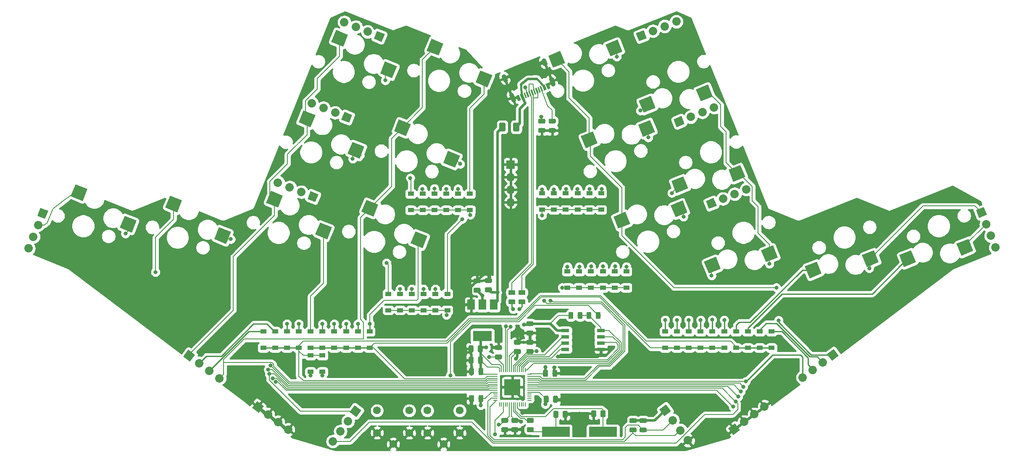
<source format=gbr>
G04 #@! TF.GenerationSoftware,KiCad,Pcbnew,(5.1.4)-1*
G04 #@! TF.CreationDate,2024-04-24T20:55:01-04:00*
G04 #@! TF.ProjectId,ThumbsUp,5468756d-6273-4557-902e-6b696361645f,rev?*
G04 #@! TF.SameCoordinates,Original*
G04 #@! TF.FileFunction,Copper,L2,Bot*
G04 #@! TF.FilePolarity,Positive*
%FSLAX46Y46*%
G04 Gerber Fmt 4.6, Leading zero omitted, Abs format (unit mm)*
G04 Created by KiCad (PCBNEW (5.1.4)-1) date 2024-04-24 20:55:01*
%MOMM*%
%LPD*%
G04 APERTURE LIST*
%ADD10C,2.600000*%
%ADD11C,0.100000*%
%ADD12C,1.575000*%
%ADD13R,1.200000X0.900000*%
%ADD14C,0.975000*%
%ADD15C,0.600000*%
%ADD16C,0.300000*%
%ADD17C,0.900000*%
%ADD18C,0.900000*%
%ADD19R,3.200000X3.200000*%
%ADD20R,0.200000X0.850000*%
%ADD21R,0.850000X0.200000*%
%ADD22R,5.600000X2.100000*%
%ADD23R,1.650000X0.650000*%
%ADD24R,1.500000X2.000000*%
%ADD25R,3.800000X2.000000*%
%ADD26C,1.250000*%
%ADD27C,1.700000*%
%ADD28C,1.700000*%
%ADD29R,1.700000X1.700000*%
%ADD30O,1.700000X1.700000*%
%ADD31C,0.800000*%
%ADD32C,0.200000*%
%ADD33C,0.508000*%
%ADD34C,0.250000*%
%ADD35C,0.400000*%
%ADD36C,0.254000*%
G04 APERTURE END LIST*
D10*
X238186938Y-189323428D03*
D11*
G36*
X237468588Y-191015756D02*
G01*
X236494610Y-188605078D01*
X238905288Y-187631100D01*
X239879266Y-190041778D01*
X237468588Y-191015756D01*
X237468588Y-191015756D01*
G37*
D10*
X226653830Y-191610330D03*
D11*
G36*
X225935480Y-193302658D02*
G01*
X224961502Y-190891980D01*
X227372180Y-189918002D01*
X228346158Y-192328680D01*
X225935480Y-193302658D01*
X225935480Y-193302658D01*
G37*
D10*
X219161004Y-191617731D03*
D11*
G36*
X218442654Y-193310059D02*
G01*
X217468676Y-190899381D01*
X219879354Y-189925403D01*
X220853332Y-192336081D01*
X218442654Y-193310059D01*
X218442654Y-193310059D01*
G37*
D10*
X207627896Y-193904633D03*
D11*
G36*
X206909546Y-195596961D02*
G01*
X205935568Y-193186283D01*
X208346246Y-192212305D01*
X209320224Y-194622983D01*
X206909546Y-195596961D01*
X206909546Y-195596961D01*
G37*
D10*
X198823946Y-190666890D03*
D11*
G36*
X198105596Y-192359218D02*
G01*
X197131618Y-189948540D01*
X199542296Y-188974562D01*
X200516274Y-191385240D01*
X198105596Y-192359218D01*
X198105596Y-192359218D01*
G37*
D10*
X187290838Y-192953792D03*
D11*
G36*
X186572488Y-194646120D02*
G01*
X185598510Y-192235442D01*
X188009188Y-191261464D01*
X188983166Y-193672142D01*
X186572488Y-194646120D01*
X186572488Y-194646120D01*
G37*
D10*
X192268331Y-174441172D03*
D11*
G36*
X191549981Y-176133500D02*
G01*
X190576003Y-173722822D01*
X192986681Y-172748844D01*
X193960659Y-175159522D01*
X191549981Y-176133500D01*
X191549981Y-176133500D01*
G37*
D10*
X180735223Y-176728074D03*
D11*
G36*
X180016873Y-178420402D02*
G01*
X179042895Y-176009724D01*
X181453573Y-175035746D01*
X182427551Y-177446424D01*
X180016873Y-178420402D01*
X180016873Y-178420402D01*
G37*
D10*
X185712716Y-158215455D03*
D11*
G36*
X184994366Y-159907783D02*
G01*
X184020388Y-157497105D01*
X186431066Y-156523127D01*
X187405044Y-158933805D01*
X184994366Y-159907783D01*
X184994366Y-159907783D01*
G37*
D10*
X174179608Y-160502357D03*
D11*
G36*
X173461258Y-162194685D02*
G01*
X172487280Y-159784007D01*
X174897958Y-158810029D01*
X175871936Y-161220707D01*
X173461258Y-162194685D01*
X173461258Y-162194685D01*
G37*
D10*
X169066353Y-183885746D03*
D11*
G36*
X169784703Y-182193418D02*
G01*
X170758681Y-184604096D01*
X168348003Y-185578074D01*
X167374025Y-183167396D01*
X169784703Y-182193418D01*
X169784703Y-182193418D01*
G37*
D10*
X180599461Y-181598844D03*
D11*
G36*
X181317811Y-179906516D02*
G01*
X182291789Y-182317194D01*
X179881111Y-183291172D01*
X178907133Y-180880494D01*
X181317811Y-179906516D01*
X181317811Y-179906516D01*
G37*
D10*
X162510738Y-167660029D03*
D11*
G36*
X163229088Y-165967701D02*
G01*
X164203066Y-168378379D01*
X161792388Y-169352357D01*
X160818410Y-166941679D01*
X163229088Y-165967701D01*
X163229088Y-165967701D01*
G37*
D10*
X174043846Y-165373127D03*
D11*
G36*
X174762196Y-163680799D02*
G01*
X175736174Y-166091477D01*
X173325496Y-167065455D01*
X172351518Y-164654777D01*
X174762196Y-163680799D01*
X174762196Y-163680799D01*
G37*
D10*
X155955123Y-151434311D03*
D11*
G36*
X156673473Y-149741983D02*
G01*
X157647451Y-152152661D01*
X155236773Y-153126639D01*
X154262795Y-150715961D01*
X156673473Y-149741983D01*
X156673473Y-149741983D01*
G37*
D10*
X167488231Y-149147409D03*
D11*
G36*
X168206581Y-147455081D02*
G01*
X169180559Y-149865759D01*
X166769881Y-150839737D01*
X165795903Y-148429059D01*
X168206581Y-147455081D01*
X168206581Y-147455081D01*
G37*
D10*
X118313095Y-181455498D03*
D11*
G36*
X120005423Y-180737148D02*
G01*
X119031445Y-183147826D01*
X116620767Y-182173848D01*
X117594745Y-179763170D01*
X120005423Y-180737148D01*
X120005423Y-180737148D01*
G37*
D10*
X128197934Y-187822009D03*
D11*
G36*
X129890262Y-187103659D02*
G01*
X128916284Y-189514337D01*
X126505606Y-188540359D01*
X127479584Y-186129681D01*
X129890262Y-187103659D01*
X129890262Y-187103659D01*
G37*
D10*
X124868710Y-165229781D03*
D11*
G36*
X126561038Y-164511431D02*
G01*
X125587060Y-166922109D01*
X123176382Y-165948131D01*
X124150360Y-163537453D01*
X126561038Y-164511431D01*
X126561038Y-164511431D01*
G37*
D10*
X134753549Y-171596292D03*
D11*
G36*
X136445877Y-170877942D02*
G01*
X135471899Y-173288620D01*
X133061221Y-172314642D01*
X134035199Y-169903964D01*
X136445877Y-170877942D01*
X136445877Y-170877942D01*
G37*
D10*
X131424326Y-149004063D03*
D11*
G36*
X133116654Y-148285713D02*
G01*
X132142676Y-150696391D01*
X129731998Y-149722413D01*
X130705976Y-147311735D01*
X133116654Y-148285713D01*
X133116654Y-148285713D01*
G37*
D10*
X141309165Y-155370574D03*
D11*
G36*
X143001493Y-154652224D02*
G01*
X142027515Y-157062902D01*
X139616837Y-156088924D01*
X140590815Y-153678246D01*
X143001493Y-154652224D01*
X143001493Y-154652224D01*
G37*
D10*
X99086374Y-179656828D03*
D11*
G36*
X100778702Y-178938478D02*
G01*
X99804724Y-181349156D01*
X97394046Y-180375178D01*
X98368024Y-177964500D01*
X100778702Y-178938478D01*
X100778702Y-178938478D01*
G37*
D10*
X108971213Y-186023339D03*
D11*
G36*
X110663541Y-185304989D02*
G01*
X109689563Y-187715667D01*
X107278885Y-186741689D01*
X108252863Y-184331011D01*
X110663541Y-185304989D01*
X110663541Y-185304989D01*
G37*
D10*
X105641989Y-163431110D03*
D11*
G36*
X107334317Y-162712760D02*
G01*
X106360339Y-165123438D01*
X103949661Y-164149460D01*
X104923639Y-161738782D01*
X107334317Y-162712760D01*
X107334317Y-162712760D01*
G37*
D10*
X115526828Y-169797621D03*
D11*
G36*
X117219156Y-169079271D02*
G01*
X116245178Y-171489949D01*
X113834500Y-170515971D01*
X114808478Y-168105293D01*
X117219156Y-169079271D01*
X117219156Y-169079271D01*
G37*
D10*
X112197605Y-147205393D03*
D11*
G36*
X113889933Y-146487043D02*
G01*
X112915955Y-148897721D01*
X110505277Y-147923743D01*
X111479255Y-145513065D01*
X113889933Y-146487043D01*
X113889933Y-146487043D01*
G37*
D10*
X122082444Y-153571904D03*
D11*
G36*
X123774772Y-152853554D02*
G01*
X122800794Y-155264232D01*
X120390116Y-154290254D01*
X121364094Y-151879576D01*
X123774772Y-152853554D01*
X123774772Y-152853554D01*
G37*
D10*
X78749316Y-180607669D03*
D11*
G36*
X80441644Y-179889319D02*
G01*
X79467666Y-182299997D01*
X77056988Y-181326019D01*
X78030966Y-178915341D01*
X80441644Y-179889319D01*
X80441644Y-179889319D01*
G37*
D10*
X88634155Y-186974180D03*
D11*
G36*
X90326483Y-186255830D02*
G01*
X89352505Y-188666508D01*
X86941827Y-187692530D01*
X87915805Y-185281852D01*
X90326483Y-186255830D01*
X90326483Y-186255830D01*
G37*
D10*
X59723382Y-178313366D03*
D11*
G36*
X61415710Y-177595016D02*
G01*
X60441732Y-180005694D01*
X58031054Y-179031716D01*
X59005032Y-176621038D01*
X61415710Y-177595016D01*
X61415710Y-177595016D01*
G37*
D10*
X69608221Y-184679877D03*
D11*
G36*
X71300549Y-183961527D02*
G01*
X70326571Y-186372205D01*
X67915893Y-185398227D01*
X68889871Y-182987549D01*
X71300549Y-183961527D01*
X71300549Y-183961527D01*
G37*
D12*
X133150000Y-229000000D03*
X136400000Y-226750000D03*
X136400000Y-222250000D03*
X129900000Y-226750000D03*
X129900000Y-222250000D03*
X123000000Y-229000000D03*
X126250000Y-226750000D03*
X126250000Y-222250000D03*
X119750000Y-226750000D03*
X119750000Y-222250000D03*
D13*
X106350000Y-214450000D03*
X106350000Y-211150000D03*
X108750000Y-214450000D03*
X108750000Y-211150000D03*
D11*
G36*
X155530142Y-163413674D02*
G01*
X155553803Y-163417184D01*
X155577007Y-163422996D01*
X155599529Y-163431054D01*
X155621153Y-163441282D01*
X155641670Y-163453579D01*
X155660883Y-163467829D01*
X155678607Y-163483893D01*
X155694671Y-163501617D01*
X155708921Y-163520830D01*
X155721218Y-163541347D01*
X155731446Y-163562971D01*
X155739504Y-163585493D01*
X155745316Y-163608697D01*
X155748826Y-163632358D01*
X155750000Y-163656250D01*
X155750000Y-164143750D01*
X155748826Y-164167642D01*
X155745316Y-164191303D01*
X155739504Y-164214507D01*
X155731446Y-164237029D01*
X155721218Y-164258653D01*
X155708921Y-164279170D01*
X155694671Y-164298383D01*
X155678607Y-164316107D01*
X155660883Y-164332171D01*
X155641670Y-164346421D01*
X155621153Y-164358718D01*
X155599529Y-164368946D01*
X155577007Y-164377004D01*
X155553803Y-164382816D01*
X155530142Y-164386326D01*
X155506250Y-164387500D01*
X154593750Y-164387500D01*
X154569858Y-164386326D01*
X154546197Y-164382816D01*
X154522993Y-164377004D01*
X154500471Y-164368946D01*
X154478847Y-164358718D01*
X154458330Y-164346421D01*
X154439117Y-164332171D01*
X154421393Y-164316107D01*
X154405329Y-164298383D01*
X154391079Y-164279170D01*
X154378782Y-164258653D01*
X154368554Y-164237029D01*
X154360496Y-164214507D01*
X154354684Y-164191303D01*
X154351174Y-164167642D01*
X154350000Y-164143750D01*
X154350000Y-163656250D01*
X154351174Y-163632358D01*
X154354684Y-163608697D01*
X154360496Y-163585493D01*
X154368554Y-163562971D01*
X154378782Y-163541347D01*
X154391079Y-163520830D01*
X154405329Y-163501617D01*
X154421393Y-163483893D01*
X154439117Y-163467829D01*
X154458330Y-163453579D01*
X154478847Y-163441282D01*
X154500471Y-163431054D01*
X154522993Y-163422996D01*
X154546197Y-163417184D01*
X154569858Y-163413674D01*
X154593750Y-163412500D01*
X155506250Y-163412500D01*
X155530142Y-163413674D01*
X155530142Y-163413674D01*
G37*
D14*
X155050000Y-163900000D03*
D11*
G36*
X155530142Y-165288674D02*
G01*
X155553803Y-165292184D01*
X155577007Y-165297996D01*
X155599529Y-165306054D01*
X155621153Y-165316282D01*
X155641670Y-165328579D01*
X155660883Y-165342829D01*
X155678607Y-165358893D01*
X155694671Y-165376617D01*
X155708921Y-165395830D01*
X155721218Y-165416347D01*
X155731446Y-165437971D01*
X155739504Y-165460493D01*
X155745316Y-165483697D01*
X155748826Y-165507358D01*
X155750000Y-165531250D01*
X155750000Y-166018750D01*
X155748826Y-166042642D01*
X155745316Y-166066303D01*
X155739504Y-166089507D01*
X155731446Y-166112029D01*
X155721218Y-166133653D01*
X155708921Y-166154170D01*
X155694671Y-166173383D01*
X155678607Y-166191107D01*
X155660883Y-166207171D01*
X155641670Y-166221421D01*
X155621153Y-166233718D01*
X155599529Y-166243946D01*
X155577007Y-166252004D01*
X155553803Y-166257816D01*
X155530142Y-166261326D01*
X155506250Y-166262500D01*
X154593750Y-166262500D01*
X154569858Y-166261326D01*
X154546197Y-166257816D01*
X154522993Y-166252004D01*
X154500471Y-166243946D01*
X154478847Y-166233718D01*
X154458330Y-166221421D01*
X154439117Y-166207171D01*
X154421393Y-166191107D01*
X154405329Y-166173383D01*
X154391079Y-166154170D01*
X154378782Y-166133653D01*
X154368554Y-166112029D01*
X154360496Y-166089507D01*
X154354684Y-166066303D01*
X154351174Y-166042642D01*
X154350000Y-166018750D01*
X154350000Y-165531250D01*
X154351174Y-165507358D01*
X154354684Y-165483697D01*
X154360496Y-165460493D01*
X154368554Y-165437971D01*
X154378782Y-165416347D01*
X154391079Y-165395830D01*
X154405329Y-165376617D01*
X154421393Y-165358893D01*
X154439117Y-165342829D01*
X154458330Y-165328579D01*
X154478847Y-165316282D01*
X154500471Y-165306054D01*
X154522993Y-165297996D01*
X154546197Y-165292184D01*
X154569858Y-165288674D01*
X154593750Y-165287500D01*
X155506250Y-165287500D01*
X155530142Y-165288674D01*
X155530142Y-165288674D01*
G37*
D14*
X155050000Y-165775000D03*
D11*
G36*
X153430142Y-165288674D02*
G01*
X153453803Y-165292184D01*
X153477007Y-165297996D01*
X153499529Y-165306054D01*
X153521153Y-165316282D01*
X153541670Y-165328579D01*
X153560883Y-165342829D01*
X153578607Y-165358893D01*
X153594671Y-165376617D01*
X153608921Y-165395830D01*
X153621218Y-165416347D01*
X153631446Y-165437971D01*
X153639504Y-165460493D01*
X153645316Y-165483697D01*
X153648826Y-165507358D01*
X153650000Y-165531250D01*
X153650000Y-166018750D01*
X153648826Y-166042642D01*
X153645316Y-166066303D01*
X153639504Y-166089507D01*
X153631446Y-166112029D01*
X153621218Y-166133653D01*
X153608921Y-166154170D01*
X153594671Y-166173383D01*
X153578607Y-166191107D01*
X153560883Y-166207171D01*
X153541670Y-166221421D01*
X153521153Y-166233718D01*
X153499529Y-166243946D01*
X153477007Y-166252004D01*
X153453803Y-166257816D01*
X153430142Y-166261326D01*
X153406250Y-166262500D01*
X152493750Y-166262500D01*
X152469858Y-166261326D01*
X152446197Y-166257816D01*
X152422993Y-166252004D01*
X152400471Y-166243946D01*
X152378847Y-166233718D01*
X152358330Y-166221421D01*
X152339117Y-166207171D01*
X152321393Y-166191107D01*
X152305329Y-166173383D01*
X152291079Y-166154170D01*
X152278782Y-166133653D01*
X152268554Y-166112029D01*
X152260496Y-166089507D01*
X152254684Y-166066303D01*
X152251174Y-166042642D01*
X152250000Y-166018750D01*
X152250000Y-165531250D01*
X152251174Y-165507358D01*
X152254684Y-165483697D01*
X152260496Y-165460493D01*
X152268554Y-165437971D01*
X152278782Y-165416347D01*
X152291079Y-165395830D01*
X152305329Y-165376617D01*
X152321393Y-165358893D01*
X152339117Y-165342829D01*
X152358330Y-165328579D01*
X152378847Y-165316282D01*
X152400471Y-165306054D01*
X152422993Y-165297996D01*
X152446197Y-165292184D01*
X152469858Y-165288674D01*
X152493750Y-165287500D01*
X153406250Y-165287500D01*
X153430142Y-165288674D01*
X153430142Y-165288674D01*
G37*
D14*
X152950000Y-165775000D03*
D11*
G36*
X153430142Y-163413674D02*
G01*
X153453803Y-163417184D01*
X153477007Y-163422996D01*
X153499529Y-163431054D01*
X153521153Y-163441282D01*
X153541670Y-163453579D01*
X153560883Y-163467829D01*
X153578607Y-163483893D01*
X153594671Y-163501617D01*
X153608921Y-163520830D01*
X153621218Y-163541347D01*
X153631446Y-163562971D01*
X153639504Y-163585493D01*
X153645316Y-163608697D01*
X153648826Y-163632358D01*
X153650000Y-163656250D01*
X153650000Y-164143750D01*
X153648826Y-164167642D01*
X153645316Y-164191303D01*
X153639504Y-164214507D01*
X153631446Y-164237029D01*
X153621218Y-164258653D01*
X153608921Y-164279170D01*
X153594671Y-164298383D01*
X153578607Y-164316107D01*
X153560883Y-164332171D01*
X153541670Y-164346421D01*
X153521153Y-164358718D01*
X153499529Y-164368946D01*
X153477007Y-164377004D01*
X153453803Y-164382816D01*
X153430142Y-164386326D01*
X153406250Y-164387500D01*
X152493750Y-164387500D01*
X152469858Y-164386326D01*
X152446197Y-164382816D01*
X152422993Y-164377004D01*
X152400471Y-164368946D01*
X152378847Y-164358718D01*
X152358330Y-164346421D01*
X152339117Y-164332171D01*
X152321393Y-164316107D01*
X152305329Y-164298383D01*
X152291079Y-164279170D01*
X152278782Y-164258653D01*
X152268554Y-164237029D01*
X152260496Y-164214507D01*
X152254684Y-164191303D01*
X152251174Y-164167642D01*
X152250000Y-164143750D01*
X152250000Y-163656250D01*
X152251174Y-163632358D01*
X152254684Y-163608697D01*
X152260496Y-163585493D01*
X152268554Y-163562971D01*
X152278782Y-163541347D01*
X152291079Y-163520830D01*
X152305329Y-163501617D01*
X152321393Y-163483893D01*
X152339117Y-163467829D01*
X152358330Y-163453579D01*
X152378847Y-163441282D01*
X152400471Y-163431054D01*
X152422993Y-163422996D01*
X152446197Y-163417184D01*
X152469858Y-163413674D01*
X152493750Y-163412500D01*
X153406250Y-163412500D01*
X153430142Y-163413674D01*
X153430142Y-163413674D01*
G37*
D14*
X152950000Y-163900000D03*
D15*
X154207251Y-156838490D03*
D11*
G36*
X154146368Y-157488639D02*
G01*
X153711824Y-156413105D01*
X154268134Y-156188341D01*
X154702678Y-157263875D01*
X154146368Y-157488639D01*
X154146368Y-157488639D01*
G37*
D15*
X153465504Y-157138176D03*
D11*
G36*
X153404621Y-157788325D02*
G01*
X152970077Y-156712791D01*
X153526387Y-156488027D01*
X153960931Y-157563561D01*
X153404621Y-157788325D01*
X153404621Y-157788325D01*
G37*
D15*
X154207251Y-156838490D03*
D11*
G36*
X154146368Y-157488639D02*
G01*
X153711824Y-156413105D01*
X154268134Y-156188341D01*
X154702678Y-157263875D01*
X154146368Y-157488639D01*
X154146368Y-157488639D01*
G37*
D15*
X153465504Y-157138176D03*
D11*
G36*
X153404621Y-157788325D02*
G01*
X152970077Y-156712791D01*
X153526387Y-156488027D01*
X153960931Y-157563561D01*
X153404621Y-157788325D01*
X153404621Y-157788325D01*
G37*
D15*
X148273274Y-159235973D03*
D11*
G36*
X148212391Y-159886122D02*
G01*
X147777847Y-158810588D01*
X148334157Y-158585824D01*
X148768701Y-159661358D01*
X148212391Y-159886122D01*
X148212391Y-159886122D01*
G37*
D15*
X148273274Y-159235973D03*
D11*
G36*
X148212391Y-159886122D02*
G01*
X147777847Y-158810588D01*
X148334157Y-158585824D01*
X148768701Y-159661358D01*
X148212391Y-159886122D01*
X148212391Y-159886122D01*
G37*
D15*
X149015021Y-158936287D03*
D11*
G36*
X148954138Y-159586436D02*
G01*
X148519594Y-158510902D01*
X149075904Y-158286138D01*
X149510448Y-159361672D01*
X148954138Y-159586436D01*
X148954138Y-159586436D01*
G37*
D15*
X149015021Y-158936287D03*
D11*
G36*
X148954138Y-159586436D02*
G01*
X148519594Y-158510902D01*
X149075904Y-158286138D01*
X149510448Y-159361672D01*
X148954138Y-159586436D01*
X148954138Y-159586436D01*
G37*
D16*
X152862834Y-157381670D03*
D11*
G36*
X152784640Y-156787712D02*
G01*
X153219183Y-157863246D01*
X152941028Y-157975628D01*
X152506485Y-156900094D01*
X152784640Y-156787712D01*
X152784640Y-156787712D01*
G37*
D16*
X151935650Y-157756277D03*
D11*
G36*
X151857456Y-157162319D02*
G01*
X152291999Y-158237853D01*
X152013844Y-158350235D01*
X151579301Y-157274701D01*
X151857456Y-157162319D01*
X151857456Y-157162319D01*
G37*
D16*
X152399242Y-157568973D03*
D11*
G36*
X152321048Y-156975015D02*
G01*
X152755591Y-158050549D01*
X152477436Y-158162931D01*
X152042893Y-157087397D01*
X152321048Y-156975015D01*
X152321048Y-156975015D01*
G37*
D16*
X150081283Y-158505490D03*
D11*
G36*
X150003089Y-157911532D02*
G01*
X150437632Y-158987066D01*
X150159477Y-159099448D01*
X149724934Y-158023914D01*
X150003089Y-157911532D01*
X150003089Y-157911532D01*
G37*
D16*
X149617691Y-158692793D03*
D11*
G36*
X149539497Y-158098835D02*
G01*
X149974040Y-159174369D01*
X149695885Y-159286751D01*
X149261342Y-158211217D01*
X149539497Y-158098835D01*
X149539497Y-158098835D01*
G37*
D16*
X151472059Y-157943580D03*
D11*
G36*
X151393865Y-157349622D02*
G01*
X151828408Y-158425156D01*
X151550253Y-158537538D01*
X151115710Y-157462004D01*
X151393865Y-157349622D01*
X151393865Y-157349622D01*
G37*
D16*
X151008467Y-158130883D03*
D11*
G36*
X150930273Y-157536925D02*
G01*
X151364816Y-158612459D01*
X151086661Y-158724841D01*
X150652118Y-157649307D01*
X150930273Y-157536925D01*
X150930273Y-157536925D01*
G37*
D16*
X150544875Y-158318186D03*
D11*
G36*
X150466681Y-157724228D02*
G01*
X150901224Y-158799762D01*
X150623069Y-158912144D01*
X150188526Y-157836610D01*
X150466681Y-157724228D01*
X150466681Y-157724228D01*
G37*
D17*
X153466315Y-152014808D03*
D18*
X153316472Y-151643934D02*
X153616158Y-152385682D01*
D17*
X145455447Y-155251409D03*
D18*
X145305604Y-154880535D02*
X145605290Y-155622283D01*
D17*
X155028425Y-155881164D03*
D18*
X154822391Y-155371213D02*
X155234459Y-156391115D01*
D17*
X147017556Y-159117765D03*
D18*
X146811522Y-158607814D02*
X147223590Y-159627716D01*
D19*
X147008000Y-217540000D03*
D20*
X149608000Y-214090000D03*
X149208000Y-214090000D03*
X148808000Y-214090000D03*
X148408000Y-214090000D03*
X148008000Y-214090000D03*
X147608000Y-214090000D03*
X147208000Y-214090000D03*
X146808000Y-214090000D03*
X146408000Y-214090000D03*
X146008000Y-214090000D03*
X145608000Y-214090000D03*
X145208000Y-214090000D03*
X144808000Y-214090000D03*
X144408000Y-214090000D03*
D21*
X143558000Y-214940000D03*
X143558000Y-215340000D03*
X143558000Y-215740000D03*
X143558000Y-216140000D03*
X143558000Y-216540000D03*
X143558000Y-216940000D03*
X143558000Y-217340000D03*
X143558000Y-217740000D03*
X143558000Y-218140000D03*
X143558000Y-218540000D03*
X143558000Y-218940000D03*
X143558000Y-219340000D03*
X143558000Y-219740000D03*
X143558000Y-220140000D03*
D20*
X144408000Y-220990000D03*
X144808000Y-220990000D03*
X145208000Y-220990000D03*
X145608000Y-220990000D03*
X146008000Y-220990000D03*
X146408000Y-220990000D03*
X146808000Y-220990000D03*
X147208000Y-220990000D03*
X147608000Y-220990000D03*
X148008000Y-220990000D03*
X148408000Y-220990000D03*
X148808000Y-220990000D03*
X149208000Y-220990000D03*
X149608000Y-220990000D03*
D21*
X150458000Y-220140000D03*
X150458000Y-219740000D03*
X150458000Y-219340000D03*
X150458000Y-218940000D03*
X150458000Y-218540000D03*
X150458000Y-218140000D03*
X150458000Y-217740000D03*
X150458000Y-217340000D03*
X150458000Y-216940000D03*
X150458000Y-216540000D03*
X150458000Y-216140000D03*
X150458000Y-215740000D03*
X150458000Y-215340000D03*
X150458000Y-214940000D03*
D13*
X177800000Y-206312500D03*
X177800000Y-209612500D03*
D22*
X165278000Y-226568000D03*
X155778000Y-226568000D03*
D11*
G36*
X162700642Y-202374174D02*
G01*
X162724303Y-202377684D01*
X162747507Y-202383496D01*
X162770029Y-202391554D01*
X162791653Y-202401782D01*
X162812170Y-202414079D01*
X162831383Y-202428329D01*
X162849107Y-202444393D01*
X162865171Y-202462117D01*
X162879421Y-202481330D01*
X162891718Y-202501847D01*
X162901946Y-202523471D01*
X162910004Y-202545993D01*
X162915816Y-202569197D01*
X162919326Y-202592858D01*
X162920500Y-202616750D01*
X162920500Y-203529250D01*
X162919326Y-203553142D01*
X162915816Y-203576803D01*
X162910004Y-203600007D01*
X162901946Y-203622529D01*
X162891718Y-203644153D01*
X162879421Y-203664670D01*
X162865171Y-203683883D01*
X162849107Y-203701607D01*
X162831383Y-203717671D01*
X162812170Y-203731921D01*
X162791653Y-203744218D01*
X162770029Y-203754446D01*
X162747507Y-203762504D01*
X162724303Y-203768316D01*
X162700642Y-203771826D01*
X162676750Y-203773000D01*
X162189250Y-203773000D01*
X162165358Y-203771826D01*
X162141697Y-203768316D01*
X162118493Y-203762504D01*
X162095971Y-203754446D01*
X162074347Y-203744218D01*
X162053830Y-203731921D01*
X162034617Y-203717671D01*
X162016893Y-203701607D01*
X162000829Y-203683883D01*
X161986579Y-203664670D01*
X161974282Y-203644153D01*
X161964054Y-203622529D01*
X161955996Y-203600007D01*
X161950184Y-203576803D01*
X161946674Y-203553142D01*
X161945500Y-203529250D01*
X161945500Y-202616750D01*
X161946674Y-202592858D01*
X161950184Y-202569197D01*
X161955996Y-202545993D01*
X161964054Y-202523471D01*
X161974282Y-202501847D01*
X161986579Y-202481330D01*
X162000829Y-202462117D01*
X162016893Y-202444393D01*
X162034617Y-202428329D01*
X162053830Y-202414079D01*
X162074347Y-202401782D01*
X162095971Y-202391554D01*
X162118493Y-202383496D01*
X162141697Y-202377684D01*
X162165358Y-202374174D01*
X162189250Y-202373000D01*
X162676750Y-202373000D01*
X162700642Y-202374174D01*
X162700642Y-202374174D01*
G37*
D14*
X162433000Y-203073000D03*
D11*
G36*
X164575642Y-202374174D02*
G01*
X164599303Y-202377684D01*
X164622507Y-202383496D01*
X164645029Y-202391554D01*
X164666653Y-202401782D01*
X164687170Y-202414079D01*
X164706383Y-202428329D01*
X164724107Y-202444393D01*
X164740171Y-202462117D01*
X164754421Y-202481330D01*
X164766718Y-202501847D01*
X164776946Y-202523471D01*
X164785004Y-202545993D01*
X164790816Y-202569197D01*
X164794326Y-202592858D01*
X164795500Y-202616750D01*
X164795500Y-203529250D01*
X164794326Y-203553142D01*
X164790816Y-203576803D01*
X164785004Y-203600007D01*
X164776946Y-203622529D01*
X164766718Y-203644153D01*
X164754421Y-203664670D01*
X164740171Y-203683883D01*
X164724107Y-203701607D01*
X164706383Y-203717671D01*
X164687170Y-203731921D01*
X164666653Y-203744218D01*
X164645029Y-203754446D01*
X164622507Y-203762504D01*
X164599303Y-203768316D01*
X164575642Y-203771826D01*
X164551750Y-203773000D01*
X164064250Y-203773000D01*
X164040358Y-203771826D01*
X164016697Y-203768316D01*
X163993493Y-203762504D01*
X163970971Y-203754446D01*
X163949347Y-203744218D01*
X163928830Y-203731921D01*
X163909617Y-203717671D01*
X163891893Y-203701607D01*
X163875829Y-203683883D01*
X163861579Y-203664670D01*
X163849282Y-203644153D01*
X163839054Y-203622529D01*
X163830996Y-203600007D01*
X163825184Y-203576803D01*
X163821674Y-203553142D01*
X163820500Y-203529250D01*
X163820500Y-202616750D01*
X163821674Y-202592858D01*
X163825184Y-202569197D01*
X163830996Y-202545993D01*
X163839054Y-202523471D01*
X163849282Y-202501847D01*
X163861579Y-202481330D01*
X163875829Y-202462117D01*
X163891893Y-202444393D01*
X163909617Y-202428329D01*
X163928830Y-202414079D01*
X163949347Y-202401782D01*
X163970971Y-202391554D01*
X163993493Y-202383496D01*
X164016697Y-202377684D01*
X164040358Y-202374174D01*
X164064250Y-202373000D01*
X164551750Y-202373000D01*
X164575642Y-202374174D01*
X164575642Y-202374174D01*
G37*
D14*
X164308000Y-203073000D03*
D23*
X157676000Y-206110000D03*
X157676000Y-207380000D03*
X157676000Y-208650000D03*
X157676000Y-209920000D03*
X164876000Y-209920000D03*
X164876000Y-208650000D03*
X164876000Y-207380000D03*
X164876000Y-206110000D03*
D11*
G36*
X142662142Y-195542174D02*
G01*
X142685803Y-195545684D01*
X142709007Y-195551496D01*
X142731529Y-195559554D01*
X142753153Y-195569782D01*
X142773670Y-195582079D01*
X142792883Y-195596329D01*
X142810607Y-195612393D01*
X142826671Y-195630117D01*
X142840921Y-195649330D01*
X142853218Y-195669847D01*
X142863446Y-195691471D01*
X142871504Y-195713993D01*
X142877316Y-195737197D01*
X142880826Y-195760858D01*
X142882000Y-195784750D01*
X142882000Y-196272250D01*
X142880826Y-196296142D01*
X142877316Y-196319803D01*
X142871504Y-196343007D01*
X142863446Y-196365529D01*
X142853218Y-196387153D01*
X142840921Y-196407670D01*
X142826671Y-196426883D01*
X142810607Y-196444607D01*
X142792883Y-196460671D01*
X142773670Y-196474921D01*
X142753153Y-196487218D01*
X142731529Y-196497446D01*
X142709007Y-196505504D01*
X142685803Y-196511316D01*
X142662142Y-196514826D01*
X142638250Y-196516000D01*
X141725750Y-196516000D01*
X141701858Y-196514826D01*
X141678197Y-196511316D01*
X141654993Y-196505504D01*
X141632471Y-196497446D01*
X141610847Y-196487218D01*
X141590330Y-196474921D01*
X141571117Y-196460671D01*
X141553393Y-196444607D01*
X141537329Y-196426883D01*
X141523079Y-196407670D01*
X141510782Y-196387153D01*
X141500554Y-196365529D01*
X141492496Y-196343007D01*
X141486684Y-196319803D01*
X141483174Y-196296142D01*
X141482000Y-196272250D01*
X141482000Y-195784750D01*
X141483174Y-195760858D01*
X141486684Y-195737197D01*
X141492496Y-195713993D01*
X141500554Y-195691471D01*
X141510782Y-195669847D01*
X141523079Y-195649330D01*
X141537329Y-195630117D01*
X141553393Y-195612393D01*
X141571117Y-195596329D01*
X141590330Y-195582079D01*
X141610847Y-195569782D01*
X141632471Y-195559554D01*
X141654993Y-195551496D01*
X141678197Y-195545684D01*
X141701858Y-195542174D01*
X141725750Y-195541000D01*
X142638250Y-195541000D01*
X142662142Y-195542174D01*
X142662142Y-195542174D01*
G37*
D14*
X142182000Y-196028500D03*
D11*
G36*
X142662142Y-197417174D02*
G01*
X142685803Y-197420684D01*
X142709007Y-197426496D01*
X142731529Y-197434554D01*
X142753153Y-197444782D01*
X142773670Y-197457079D01*
X142792883Y-197471329D01*
X142810607Y-197487393D01*
X142826671Y-197505117D01*
X142840921Y-197524330D01*
X142853218Y-197544847D01*
X142863446Y-197566471D01*
X142871504Y-197588993D01*
X142877316Y-197612197D01*
X142880826Y-197635858D01*
X142882000Y-197659750D01*
X142882000Y-198147250D01*
X142880826Y-198171142D01*
X142877316Y-198194803D01*
X142871504Y-198218007D01*
X142863446Y-198240529D01*
X142853218Y-198262153D01*
X142840921Y-198282670D01*
X142826671Y-198301883D01*
X142810607Y-198319607D01*
X142792883Y-198335671D01*
X142773670Y-198349921D01*
X142753153Y-198362218D01*
X142731529Y-198372446D01*
X142709007Y-198380504D01*
X142685803Y-198386316D01*
X142662142Y-198389826D01*
X142638250Y-198391000D01*
X141725750Y-198391000D01*
X141701858Y-198389826D01*
X141678197Y-198386316D01*
X141654993Y-198380504D01*
X141632471Y-198372446D01*
X141610847Y-198362218D01*
X141590330Y-198349921D01*
X141571117Y-198335671D01*
X141553393Y-198319607D01*
X141537329Y-198301883D01*
X141523079Y-198282670D01*
X141510782Y-198262153D01*
X141500554Y-198240529D01*
X141492496Y-198218007D01*
X141486684Y-198194803D01*
X141483174Y-198171142D01*
X141482000Y-198147250D01*
X141482000Y-197659750D01*
X141483174Y-197635858D01*
X141486684Y-197612197D01*
X141492496Y-197588993D01*
X141500554Y-197566471D01*
X141510782Y-197544847D01*
X141523079Y-197524330D01*
X141537329Y-197505117D01*
X141553393Y-197487393D01*
X141571117Y-197471329D01*
X141590330Y-197457079D01*
X141610847Y-197444782D01*
X141632471Y-197434554D01*
X141654993Y-197426496D01*
X141678197Y-197420684D01*
X141701858Y-197417174D01*
X141725750Y-197416000D01*
X142638250Y-197416000D01*
X142662142Y-197417174D01*
X142662142Y-197417174D01*
G37*
D14*
X142182000Y-197903500D03*
D11*
G36*
X155969642Y-219265174D02*
G01*
X155993303Y-219268684D01*
X156016507Y-219274496D01*
X156039029Y-219282554D01*
X156060653Y-219292782D01*
X156081170Y-219305079D01*
X156100383Y-219319329D01*
X156118107Y-219335393D01*
X156134171Y-219353117D01*
X156148421Y-219372330D01*
X156160718Y-219392847D01*
X156170946Y-219414471D01*
X156179004Y-219436993D01*
X156184816Y-219460197D01*
X156188326Y-219483858D01*
X156189500Y-219507750D01*
X156189500Y-220420250D01*
X156188326Y-220444142D01*
X156184816Y-220467803D01*
X156179004Y-220491007D01*
X156170946Y-220513529D01*
X156160718Y-220535153D01*
X156148421Y-220555670D01*
X156134171Y-220574883D01*
X156118107Y-220592607D01*
X156100383Y-220608671D01*
X156081170Y-220622921D01*
X156060653Y-220635218D01*
X156039029Y-220645446D01*
X156016507Y-220653504D01*
X155993303Y-220659316D01*
X155969642Y-220662826D01*
X155945750Y-220664000D01*
X155458250Y-220664000D01*
X155434358Y-220662826D01*
X155410697Y-220659316D01*
X155387493Y-220653504D01*
X155364971Y-220645446D01*
X155343347Y-220635218D01*
X155322830Y-220622921D01*
X155303617Y-220608671D01*
X155285893Y-220592607D01*
X155269829Y-220574883D01*
X155255579Y-220555670D01*
X155243282Y-220535153D01*
X155233054Y-220513529D01*
X155224996Y-220491007D01*
X155219184Y-220467803D01*
X155215674Y-220444142D01*
X155214500Y-220420250D01*
X155214500Y-219507750D01*
X155215674Y-219483858D01*
X155219184Y-219460197D01*
X155224996Y-219436993D01*
X155233054Y-219414471D01*
X155243282Y-219392847D01*
X155255579Y-219372330D01*
X155269829Y-219353117D01*
X155285893Y-219335393D01*
X155303617Y-219319329D01*
X155322830Y-219305079D01*
X155343347Y-219292782D01*
X155364971Y-219282554D01*
X155387493Y-219274496D01*
X155410697Y-219268684D01*
X155434358Y-219265174D01*
X155458250Y-219264000D01*
X155945750Y-219264000D01*
X155969642Y-219265174D01*
X155969642Y-219265174D01*
G37*
D14*
X155702000Y-219964000D03*
D11*
G36*
X154094642Y-219265174D02*
G01*
X154118303Y-219268684D01*
X154141507Y-219274496D01*
X154164029Y-219282554D01*
X154185653Y-219292782D01*
X154206170Y-219305079D01*
X154225383Y-219319329D01*
X154243107Y-219335393D01*
X154259171Y-219353117D01*
X154273421Y-219372330D01*
X154285718Y-219392847D01*
X154295946Y-219414471D01*
X154304004Y-219436993D01*
X154309816Y-219460197D01*
X154313326Y-219483858D01*
X154314500Y-219507750D01*
X154314500Y-220420250D01*
X154313326Y-220444142D01*
X154309816Y-220467803D01*
X154304004Y-220491007D01*
X154295946Y-220513529D01*
X154285718Y-220535153D01*
X154273421Y-220555670D01*
X154259171Y-220574883D01*
X154243107Y-220592607D01*
X154225383Y-220608671D01*
X154206170Y-220622921D01*
X154185653Y-220635218D01*
X154164029Y-220645446D01*
X154141507Y-220653504D01*
X154118303Y-220659316D01*
X154094642Y-220662826D01*
X154070750Y-220664000D01*
X153583250Y-220664000D01*
X153559358Y-220662826D01*
X153535697Y-220659316D01*
X153512493Y-220653504D01*
X153489971Y-220645446D01*
X153468347Y-220635218D01*
X153447830Y-220622921D01*
X153428617Y-220608671D01*
X153410893Y-220592607D01*
X153394829Y-220574883D01*
X153380579Y-220555670D01*
X153368282Y-220535153D01*
X153358054Y-220513529D01*
X153349996Y-220491007D01*
X153344184Y-220467803D01*
X153340674Y-220444142D01*
X153339500Y-220420250D01*
X153339500Y-219507750D01*
X153340674Y-219483858D01*
X153344184Y-219460197D01*
X153349996Y-219436993D01*
X153358054Y-219414471D01*
X153368282Y-219392847D01*
X153380579Y-219372330D01*
X153394829Y-219353117D01*
X153410893Y-219335393D01*
X153428617Y-219319329D01*
X153447830Y-219305079D01*
X153468347Y-219292782D01*
X153489971Y-219282554D01*
X153512493Y-219274496D01*
X153535697Y-219268684D01*
X153559358Y-219265174D01*
X153583250Y-219264000D01*
X154070750Y-219264000D01*
X154094642Y-219265174D01*
X154094642Y-219265174D01*
G37*
D14*
X153827000Y-219964000D03*
D11*
G36*
X139050642Y-219138174D02*
G01*
X139074303Y-219141684D01*
X139097507Y-219147496D01*
X139120029Y-219155554D01*
X139141653Y-219165782D01*
X139162170Y-219178079D01*
X139181383Y-219192329D01*
X139199107Y-219208393D01*
X139215171Y-219226117D01*
X139229421Y-219245330D01*
X139241718Y-219265847D01*
X139251946Y-219287471D01*
X139260004Y-219309993D01*
X139265816Y-219333197D01*
X139269326Y-219356858D01*
X139270500Y-219380750D01*
X139270500Y-220293250D01*
X139269326Y-220317142D01*
X139265816Y-220340803D01*
X139260004Y-220364007D01*
X139251946Y-220386529D01*
X139241718Y-220408153D01*
X139229421Y-220428670D01*
X139215171Y-220447883D01*
X139199107Y-220465607D01*
X139181383Y-220481671D01*
X139162170Y-220495921D01*
X139141653Y-220508218D01*
X139120029Y-220518446D01*
X139097507Y-220526504D01*
X139074303Y-220532316D01*
X139050642Y-220535826D01*
X139026750Y-220537000D01*
X138539250Y-220537000D01*
X138515358Y-220535826D01*
X138491697Y-220532316D01*
X138468493Y-220526504D01*
X138445971Y-220518446D01*
X138424347Y-220508218D01*
X138403830Y-220495921D01*
X138384617Y-220481671D01*
X138366893Y-220465607D01*
X138350829Y-220447883D01*
X138336579Y-220428670D01*
X138324282Y-220408153D01*
X138314054Y-220386529D01*
X138305996Y-220364007D01*
X138300184Y-220340803D01*
X138296674Y-220317142D01*
X138295500Y-220293250D01*
X138295500Y-219380750D01*
X138296674Y-219356858D01*
X138300184Y-219333197D01*
X138305996Y-219309993D01*
X138314054Y-219287471D01*
X138324282Y-219265847D01*
X138336579Y-219245330D01*
X138350829Y-219226117D01*
X138366893Y-219208393D01*
X138384617Y-219192329D01*
X138403830Y-219178079D01*
X138424347Y-219165782D01*
X138445971Y-219155554D01*
X138468493Y-219147496D01*
X138491697Y-219141684D01*
X138515358Y-219138174D01*
X138539250Y-219137000D01*
X139026750Y-219137000D01*
X139050642Y-219138174D01*
X139050642Y-219138174D01*
G37*
D14*
X138783000Y-219837000D03*
D11*
G36*
X140925642Y-219138174D02*
G01*
X140949303Y-219141684D01*
X140972507Y-219147496D01*
X140995029Y-219155554D01*
X141016653Y-219165782D01*
X141037170Y-219178079D01*
X141056383Y-219192329D01*
X141074107Y-219208393D01*
X141090171Y-219226117D01*
X141104421Y-219245330D01*
X141116718Y-219265847D01*
X141126946Y-219287471D01*
X141135004Y-219309993D01*
X141140816Y-219333197D01*
X141144326Y-219356858D01*
X141145500Y-219380750D01*
X141145500Y-220293250D01*
X141144326Y-220317142D01*
X141140816Y-220340803D01*
X141135004Y-220364007D01*
X141126946Y-220386529D01*
X141116718Y-220408153D01*
X141104421Y-220428670D01*
X141090171Y-220447883D01*
X141074107Y-220465607D01*
X141056383Y-220481671D01*
X141037170Y-220495921D01*
X141016653Y-220508218D01*
X140995029Y-220518446D01*
X140972507Y-220526504D01*
X140949303Y-220532316D01*
X140925642Y-220535826D01*
X140901750Y-220537000D01*
X140414250Y-220537000D01*
X140390358Y-220535826D01*
X140366697Y-220532316D01*
X140343493Y-220526504D01*
X140320971Y-220518446D01*
X140299347Y-220508218D01*
X140278830Y-220495921D01*
X140259617Y-220481671D01*
X140241893Y-220465607D01*
X140225829Y-220447883D01*
X140211579Y-220428670D01*
X140199282Y-220408153D01*
X140189054Y-220386529D01*
X140180996Y-220364007D01*
X140175184Y-220340803D01*
X140171674Y-220317142D01*
X140170500Y-220293250D01*
X140170500Y-219380750D01*
X140171674Y-219356858D01*
X140175184Y-219333197D01*
X140180996Y-219309993D01*
X140189054Y-219287471D01*
X140199282Y-219265847D01*
X140211579Y-219245330D01*
X140225829Y-219226117D01*
X140241893Y-219208393D01*
X140259617Y-219192329D01*
X140278830Y-219178079D01*
X140299347Y-219165782D01*
X140320971Y-219155554D01*
X140343493Y-219147496D01*
X140366697Y-219141684D01*
X140390358Y-219138174D01*
X140414250Y-219137000D01*
X140901750Y-219137000D01*
X140925642Y-219138174D01*
X140925642Y-219138174D01*
G37*
D14*
X140658000Y-219837000D03*
D11*
G36*
X157923142Y-222313174D02*
G01*
X157946803Y-222316684D01*
X157970007Y-222322496D01*
X157992529Y-222330554D01*
X158014153Y-222340782D01*
X158034670Y-222353079D01*
X158053883Y-222367329D01*
X158071607Y-222383393D01*
X158087671Y-222401117D01*
X158101921Y-222420330D01*
X158114218Y-222440847D01*
X158124446Y-222462471D01*
X158132504Y-222484993D01*
X158138316Y-222508197D01*
X158141826Y-222531858D01*
X158143000Y-222555750D01*
X158143000Y-223468250D01*
X158141826Y-223492142D01*
X158138316Y-223515803D01*
X158132504Y-223539007D01*
X158124446Y-223561529D01*
X158114218Y-223583153D01*
X158101921Y-223603670D01*
X158087671Y-223622883D01*
X158071607Y-223640607D01*
X158053883Y-223656671D01*
X158034670Y-223670921D01*
X158014153Y-223683218D01*
X157992529Y-223693446D01*
X157970007Y-223701504D01*
X157946803Y-223707316D01*
X157923142Y-223710826D01*
X157899250Y-223712000D01*
X157411750Y-223712000D01*
X157387858Y-223710826D01*
X157364197Y-223707316D01*
X157340993Y-223701504D01*
X157318471Y-223693446D01*
X157296847Y-223683218D01*
X157276330Y-223670921D01*
X157257117Y-223656671D01*
X157239393Y-223640607D01*
X157223329Y-223622883D01*
X157209079Y-223603670D01*
X157196782Y-223583153D01*
X157186554Y-223561529D01*
X157178496Y-223539007D01*
X157172684Y-223515803D01*
X157169174Y-223492142D01*
X157168000Y-223468250D01*
X157168000Y-222555750D01*
X157169174Y-222531858D01*
X157172684Y-222508197D01*
X157178496Y-222484993D01*
X157186554Y-222462471D01*
X157196782Y-222440847D01*
X157209079Y-222420330D01*
X157223329Y-222401117D01*
X157239393Y-222383393D01*
X157257117Y-222367329D01*
X157276330Y-222353079D01*
X157296847Y-222340782D01*
X157318471Y-222330554D01*
X157340993Y-222322496D01*
X157364197Y-222316684D01*
X157387858Y-222313174D01*
X157411750Y-222312000D01*
X157899250Y-222312000D01*
X157923142Y-222313174D01*
X157923142Y-222313174D01*
G37*
D14*
X157655500Y-223012000D03*
D11*
G36*
X156048142Y-222313174D02*
G01*
X156071803Y-222316684D01*
X156095007Y-222322496D01*
X156117529Y-222330554D01*
X156139153Y-222340782D01*
X156159670Y-222353079D01*
X156178883Y-222367329D01*
X156196607Y-222383393D01*
X156212671Y-222401117D01*
X156226921Y-222420330D01*
X156239218Y-222440847D01*
X156249446Y-222462471D01*
X156257504Y-222484993D01*
X156263316Y-222508197D01*
X156266826Y-222531858D01*
X156268000Y-222555750D01*
X156268000Y-223468250D01*
X156266826Y-223492142D01*
X156263316Y-223515803D01*
X156257504Y-223539007D01*
X156249446Y-223561529D01*
X156239218Y-223583153D01*
X156226921Y-223603670D01*
X156212671Y-223622883D01*
X156196607Y-223640607D01*
X156178883Y-223656671D01*
X156159670Y-223670921D01*
X156139153Y-223683218D01*
X156117529Y-223693446D01*
X156095007Y-223701504D01*
X156071803Y-223707316D01*
X156048142Y-223710826D01*
X156024250Y-223712000D01*
X155536750Y-223712000D01*
X155512858Y-223710826D01*
X155489197Y-223707316D01*
X155465993Y-223701504D01*
X155443471Y-223693446D01*
X155421847Y-223683218D01*
X155401330Y-223670921D01*
X155382117Y-223656671D01*
X155364393Y-223640607D01*
X155348329Y-223622883D01*
X155334079Y-223603670D01*
X155321782Y-223583153D01*
X155311554Y-223561529D01*
X155303496Y-223539007D01*
X155297684Y-223515803D01*
X155294174Y-223492142D01*
X155293000Y-223468250D01*
X155293000Y-222555750D01*
X155294174Y-222531858D01*
X155297684Y-222508197D01*
X155303496Y-222484993D01*
X155311554Y-222462471D01*
X155321782Y-222440847D01*
X155334079Y-222420330D01*
X155348329Y-222401117D01*
X155364393Y-222383393D01*
X155382117Y-222367329D01*
X155401330Y-222353079D01*
X155421847Y-222340782D01*
X155443471Y-222330554D01*
X155465993Y-222322496D01*
X155489197Y-222316684D01*
X155512858Y-222313174D01*
X155536750Y-222312000D01*
X156024250Y-222312000D01*
X156048142Y-222313174D01*
X156048142Y-222313174D01*
G37*
D14*
X155780500Y-223012000D03*
D11*
G36*
X163668142Y-222186174D02*
G01*
X163691803Y-222189684D01*
X163715007Y-222195496D01*
X163737529Y-222203554D01*
X163759153Y-222213782D01*
X163779670Y-222226079D01*
X163798883Y-222240329D01*
X163816607Y-222256393D01*
X163832671Y-222274117D01*
X163846921Y-222293330D01*
X163859218Y-222313847D01*
X163869446Y-222335471D01*
X163877504Y-222357993D01*
X163883316Y-222381197D01*
X163886826Y-222404858D01*
X163888000Y-222428750D01*
X163888000Y-223341250D01*
X163886826Y-223365142D01*
X163883316Y-223388803D01*
X163877504Y-223412007D01*
X163869446Y-223434529D01*
X163859218Y-223456153D01*
X163846921Y-223476670D01*
X163832671Y-223495883D01*
X163816607Y-223513607D01*
X163798883Y-223529671D01*
X163779670Y-223543921D01*
X163759153Y-223556218D01*
X163737529Y-223566446D01*
X163715007Y-223574504D01*
X163691803Y-223580316D01*
X163668142Y-223583826D01*
X163644250Y-223585000D01*
X163156750Y-223585000D01*
X163132858Y-223583826D01*
X163109197Y-223580316D01*
X163085993Y-223574504D01*
X163063471Y-223566446D01*
X163041847Y-223556218D01*
X163021330Y-223543921D01*
X163002117Y-223529671D01*
X162984393Y-223513607D01*
X162968329Y-223495883D01*
X162954079Y-223476670D01*
X162941782Y-223456153D01*
X162931554Y-223434529D01*
X162923496Y-223412007D01*
X162917684Y-223388803D01*
X162914174Y-223365142D01*
X162913000Y-223341250D01*
X162913000Y-222428750D01*
X162914174Y-222404858D01*
X162917684Y-222381197D01*
X162923496Y-222357993D01*
X162931554Y-222335471D01*
X162941782Y-222313847D01*
X162954079Y-222293330D01*
X162968329Y-222274117D01*
X162984393Y-222256393D01*
X163002117Y-222240329D01*
X163021330Y-222226079D01*
X163041847Y-222213782D01*
X163063471Y-222203554D01*
X163085993Y-222195496D01*
X163109197Y-222189684D01*
X163132858Y-222186174D01*
X163156750Y-222185000D01*
X163644250Y-222185000D01*
X163668142Y-222186174D01*
X163668142Y-222186174D01*
G37*
D14*
X163400500Y-222885000D03*
D11*
G36*
X165543142Y-222186174D02*
G01*
X165566803Y-222189684D01*
X165590007Y-222195496D01*
X165612529Y-222203554D01*
X165634153Y-222213782D01*
X165654670Y-222226079D01*
X165673883Y-222240329D01*
X165691607Y-222256393D01*
X165707671Y-222274117D01*
X165721921Y-222293330D01*
X165734218Y-222313847D01*
X165744446Y-222335471D01*
X165752504Y-222357993D01*
X165758316Y-222381197D01*
X165761826Y-222404858D01*
X165763000Y-222428750D01*
X165763000Y-223341250D01*
X165761826Y-223365142D01*
X165758316Y-223388803D01*
X165752504Y-223412007D01*
X165744446Y-223434529D01*
X165734218Y-223456153D01*
X165721921Y-223476670D01*
X165707671Y-223495883D01*
X165691607Y-223513607D01*
X165673883Y-223529671D01*
X165654670Y-223543921D01*
X165634153Y-223556218D01*
X165612529Y-223566446D01*
X165590007Y-223574504D01*
X165566803Y-223580316D01*
X165543142Y-223583826D01*
X165519250Y-223585000D01*
X165031750Y-223585000D01*
X165007858Y-223583826D01*
X164984197Y-223580316D01*
X164960993Y-223574504D01*
X164938471Y-223566446D01*
X164916847Y-223556218D01*
X164896330Y-223543921D01*
X164877117Y-223529671D01*
X164859393Y-223513607D01*
X164843329Y-223495883D01*
X164829079Y-223476670D01*
X164816782Y-223456153D01*
X164806554Y-223434529D01*
X164798496Y-223412007D01*
X164792684Y-223388803D01*
X164789174Y-223365142D01*
X164788000Y-223341250D01*
X164788000Y-222428750D01*
X164789174Y-222404858D01*
X164792684Y-222381197D01*
X164798496Y-222357993D01*
X164806554Y-222335471D01*
X164816782Y-222313847D01*
X164829079Y-222293330D01*
X164843329Y-222274117D01*
X164859393Y-222256393D01*
X164877117Y-222240329D01*
X164896330Y-222226079D01*
X164916847Y-222213782D01*
X164938471Y-222203554D01*
X164960993Y-222195496D01*
X164984197Y-222189684D01*
X165007858Y-222186174D01*
X165031750Y-222185000D01*
X165519250Y-222185000D01*
X165543142Y-222186174D01*
X165543142Y-222186174D01*
G37*
D14*
X165275500Y-222885000D03*
D11*
G36*
X138972142Y-211391174D02*
G01*
X138995803Y-211394684D01*
X139019007Y-211400496D01*
X139041529Y-211408554D01*
X139063153Y-211418782D01*
X139083670Y-211431079D01*
X139102883Y-211445329D01*
X139120607Y-211461393D01*
X139136671Y-211479117D01*
X139150921Y-211498330D01*
X139163218Y-211518847D01*
X139173446Y-211540471D01*
X139181504Y-211562993D01*
X139187316Y-211586197D01*
X139190826Y-211609858D01*
X139192000Y-211633750D01*
X139192000Y-212546250D01*
X139190826Y-212570142D01*
X139187316Y-212593803D01*
X139181504Y-212617007D01*
X139173446Y-212639529D01*
X139163218Y-212661153D01*
X139150921Y-212681670D01*
X139136671Y-212700883D01*
X139120607Y-212718607D01*
X139102883Y-212734671D01*
X139083670Y-212748921D01*
X139063153Y-212761218D01*
X139041529Y-212771446D01*
X139019007Y-212779504D01*
X138995803Y-212785316D01*
X138972142Y-212788826D01*
X138948250Y-212790000D01*
X138460750Y-212790000D01*
X138436858Y-212788826D01*
X138413197Y-212785316D01*
X138389993Y-212779504D01*
X138367471Y-212771446D01*
X138345847Y-212761218D01*
X138325330Y-212748921D01*
X138306117Y-212734671D01*
X138288393Y-212718607D01*
X138272329Y-212700883D01*
X138258079Y-212681670D01*
X138245782Y-212661153D01*
X138235554Y-212639529D01*
X138227496Y-212617007D01*
X138221684Y-212593803D01*
X138218174Y-212570142D01*
X138217000Y-212546250D01*
X138217000Y-211633750D01*
X138218174Y-211609858D01*
X138221684Y-211586197D01*
X138227496Y-211562993D01*
X138235554Y-211540471D01*
X138245782Y-211518847D01*
X138258079Y-211498330D01*
X138272329Y-211479117D01*
X138288393Y-211461393D01*
X138306117Y-211445329D01*
X138325330Y-211431079D01*
X138345847Y-211418782D01*
X138367471Y-211408554D01*
X138389993Y-211400496D01*
X138413197Y-211394684D01*
X138436858Y-211391174D01*
X138460750Y-211390000D01*
X138948250Y-211390000D01*
X138972142Y-211391174D01*
X138972142Y-211391174D01*
G37*
D14*
X138704500Y-212090000D03*
D11*
G36*
X140847142Y-211391174D02*
G01*
X140870803Y-211394684D01*
X140894007Y-211400496D01*
X140916529Y-211408554D01*
X140938153Y-211418782D01*
X140958670Y-211431079D01*
X140977883Y-211445329D01*
X140995607Y-211461393D01*
X141011671Y-211479117D01*
X141025921Y-211498330D01*
X141038218Y-211518847D01*
X141048446Y-211540471D01*
X141056504Y-211562993D01*
X141062316Y-211586197D01*
X141065826Y-211609858D01*
X141067000Y-211633750D01*
X141067000Y-212546250D01*
X141065826Y-212570142D01*
X141062316Y-212593803D01*
X141056504Y-212617007D01*
X141048446Y-212639529D01*
X141038218Y-212661153D01*
X141025921Y-212681670D01*
X141011671Y-212700883D01*
X140995607Y-212718607D01*
X140977883Y-212734671D01*
X140958670Y-212748921D01*
X140938153Y-212761218D01*
X140916529Y-212771446D01*
X140894007Y-212779504D01*
X140870803Y-212785316D01*
X140847142Y-212788826D01*
X140823250Y-212790000D01*
X140335750Y-212790000D01*
X140311858Y-212788826D01*
X140288197Y-212785316D01*
X140264993Y-212779504D01*
X140242471Y-212771446D01*
X140220847Y-212761218D01*
X140200330Y-212748921D01*
X140181117Y-212734671D01*
X140163393Y-212718607D01*
X140147329Y-212700883D01*
X140133079Y-212681670D01*
X140120782Y-212661153D01*
X140110554Y-212639529D01*
X140102496Y-212617007D01*
X140096684Y-212593803D01*
X140093174Y-212570142D01*
X140092000Y-212546250D01*
X140092000Y-211633750D01*
X140093174Y-211609858D01*
X140096684Y-211586197D01*
X140102496Y-211562993D01*
X140110554Y-211540471D01*
X140120782Y-211518847D01*
X140133079Y-211498330D01*
X140147329Y-211479117D01*
X140163393Y-211461393D01*
X140181117Y-211445329D01*
X140200330Y-211431079D01*
X140220847Y-211418782D01*
X140242471Y-211408554D01*
X140264993Y-211400496D01*
X140288197Y-211394684D01*
X140311858Y-211391174D01*
X140335750Y-211390000D01*
X140823250Y-211390000D01*
X140847142Y-211391174D01*
X140847142Y-211391174D01*
G37*
D14*
X140579500Y-212090000D03*
D11*
G36*
X148504142Y-207988174D02*
G01*
X148527803Y-207991684D01*
X148551007Y-207997496D01*
X148573529Y-208005554D01*
X148595153Y-208015782D01*
X148615670Y-208028079D01*
X148634883Y-208042329D01*
X148652607Y-208058393D01*
X148668671Y-208076117D01*
X148682921Y-208095330D01*
X148695218Y-208115847D01*
X148705446Y-208137471D01*
X148713504Y-208159993D01*
X148719316Y-208183197D01*
X148722826Y-208206858D01*
X148724000Y-208230750D01*
X148724000Y-208718250D01*
X148722826Y-208742142D01*
X148719316Y-208765803D01*
X148713504Y-208789007D01*
X148705446Y-208811529D01*
X148695218Y-208833153D01*
X148682921Y-208853670D01*
X148668671Y-208872883D01*
X148652607Y-208890607D01*
X148634883Y-208906671D01*
X148615670Y-208920921D01*
X148595153Y-208933218D01*
X148573529Y-208943446D01*
X148551007Y-208951504D01*
X148527803Y-208957316D01*
X148504142Y-208960826D01*
X148480250Y-208962000D01*
X147567750Y-208962000D01*
X147543858Y-208960826D01*
X147520197Y-208957316D01*
X147496993Y-208951504D01*
X147474471Y-208943446D01*
X147452847Y-208933218D01*
X147432330Y-208920921D01*
X147413117Y-208906671D01*
X147395393Y-208890607D01*
X147379329Y-208872883D01*
X147365079Y-208853670D01*
X147352782Y-208833153D01*
X147342554Y-208811529D01*
X147334496Y-208789007D01*
X147328684Y-208765803D01*
X147325174Y-208742142D01*
X147324000Y-208718250D01*
X147324000Y-208230750D01*
X147325174Y-208206858D01*
X147328684Y-208183197D01*
X147334496Y-208159993D01*
X147342554Y-208137471D01*
X147352782Y-208115847D01*
X147365079Y-208095330D01*
X147379329Y-208076117D01*
X147395393Y-208058393D01*
X147413117Y-208042329D01*
X147432330Y-208028079D01*
X147452847Y-208015782D01*
X147474471Y-208005554D01*
X147496993Y-207997496D01*
X147520197Y-207991684D01*
X147543858Y-207988174D01*
X147567750Y-207987000D01*
X148480250Y-207987000D01*
X148504142Y-207988174D01*
X148504142Y-207988174D01*
G37*
D14*
X148024000Y-208474500D03*
D11*
G36*
X148504142Y-209863174D02*
G01*
X148527803Y-209866684D01*
X148551007Y-209872496D01*
X148573529Y-209880554D01*
X148595153Y-209890782D01*
X148615670Y-209903079D01*
X148634883Y-209917329D01*
X148652607Y-209933393D01*
X148668671Y-209951117D01*
X148682921Y-209970330D01*
X148695218Y-209990847D01*
X148705446Y-210012471D01*
X148713504Y-210034993D01*
X148719316Y-210058197D01*
X148722826Y-210081858D01*
X148724000Y-210105750D01*
X148724000Y-210593250D01*
X148722826Y-210617142D01*
X148719316Y-210640803D01*
X148713504Y-210664007D01*
X148705446Y-210686529D01*
X148695218Y-210708153D01*
X148682921Y-210728670D01*
X148668671Y-210747883D01*
X148652607Y-210765607D01*
X148634883Y-210781671D01*
X148615670Y-210795921D01*
X148595153Y-210808218D01*
X148573529Y-210818446D01*
X148551007Y-210826504D01*
X148527803Y-210832316D01*
X148504142Y-210835826D01*
X148480250Y-210837000D01*
X147567750Y-210837000D01*
X147543858Y-210835826D01*
X147520197Y-210832316D01*
X147496993Y-210826504D01*
X147474471Y-210818446D01*
X147452847Y-210808218D01*
X147432330Y-210795921D01*
X147413117Y-210781671D01*
X147395393Y-210765607D01*
X147379329Y-210747883D01*
X147365079Y-210728670D01*
X147352782Y-210708153D01*
X147342554Y-210686529D01*
X147334496Y-210664007D01*
X147328684Y-210640803D01*
X147325174Y-210617142D01*
X147324000Y-210593250D01*
X147324000Y-210105750D01*
X147325174Y-210081858D01*
X147328684Y-210058197D01*
X147334496Y-210034993D01*
X147342554Y-210012471D01*
X147352782Y-209990847D01*
X147365079Y-209970330D01*
X147379329Y-209951117D01*
X147395393Y-209933393D01*
X147413117Y-209917329D01*
X147432330Y-209903079D01*
X147452847Y-209890782D01*
X147474471Y-209880554D01*
X147496993Y-209872496D01*
X147520197Y-209866684D01*
X147543858Y-209863174D01*
X147567750Y-209862000D01*
X148480250Y-209862000D01*
X148504142Y-209863174D01*
X148504142Y-209863174D01*
G37*
D14*
X148024000Y-210349500D03*
D11*
G36*
X138951642Y-209105174D02*
G01*
X138975303Y-209108684D01*
X138998507Y-209114496D01*
X139021029Y-209122554D01*
X139042653Y-209132782D01*
X139063170Y-209145079D01*
X139082383Y-209159329D01*
X139100107Y-209175393D01*
X139116171Y-209193117D01*
X139130421Y-209212330D01*
X139142718Y-209232847D01*
X139152946Y-209254471D01*
X139161004Y-209276993D01*
X139166816Y-209300197D01*
X139170326Y-209323858D01*
X139171500Y-209347750D01*
X139171500Y-210260250D01*
X139170326Y-210284142D01*
X139166816Y-210307803D01*
X139161004Y-210331007D01*
X139152946Y-210353529D01*
X139142718Y-210375153D01*
X139130421Y-210395670D01*
X139116171Y-210414883D01*
X139100107Y-210432607D01*
X139082383Y-210448671D01*
X139063170Y-210462921D01*
X139042653Y-210475218D01*
X139021029Y-210485446D01*
X138998507Y-210493504D01*
X138975303Y-210499316D01*
X138951642Y-210502826D01*
X138927750Y-210504000D01*
X138440250Y-210504000D01*
X138416358Y-210502826D01*
X138392697Y-210499316D01*
X138369493Y-210493504D01*
X138346971Y-210485446D01*
X138325347Y-210475218D01*
X138304830Y-210462921D01*
X138285617Y-210448671D01*
X138267893Y-210432607D01*
X138251829Y-210414883D01*
X138237579Y-210395670D01*
X138225282Y-210375153D01*
X138215054Y-210353529D01*
X138206996Y-210331007D01*
X138201184Y-210307803D01*
X138197674Y-210284142D01*
X138196500Y-210260250D01*
X138196500Y-209347750D01*
X138197674Y-209323858D01*
X138201184Y-209300197D01*
X138206996Y-209276993D01*
X138215054Y-209254471D01*
X138225282Y-209232847D01*
X138237579Y-209212330D01*
X138251829Y-209193117D01*
X138267893Y-209175393D01*
X138285617Y-209159329D01*
X138304830Y-209145079D01*
X138325347Y-209132782D01*
X138346971Y-209122554D01*
X138369493Y-209114496D01*
X138392697Y-209108684D01*
X138416358Y-209105174D01*
X138440250Y-209104000D01*
X138927750Y-209104000D01*
X138951642Y-209105174D01*
X138951642Y-209105174D01*
G37*
D14*
X138684000Y-209804000D03*
D11*
G36*
X140826642Y-209105174D02*
G01*
X140850303Y-209108684D01*
X140873507Y-209114496D01*
X140896029Y-209122554D01*
X140917653Y-209132782D01*
X140938170Y-209145079D01*
X140957383Y-209159329D01*
X140975107Y-209175393D01*
X140991171Y-209193117D01*
X141005421Y-209212330D01*
X141017718Y-209232847D01*
X141027946Y-209254471D01*
X141036004Y-209276993D01*
X141041816Y-209300197D01*
X141045326Y-209323858D01*
X141046500Y-209347750D01*
X141046500Y-210260250D01*
X141045326Y-210284142D01*
X141041816Y-210307803D01*
X141036004Y-210331007D01*
X141027946Y-210353529D01*
X141017718Y-210375153D01*
X141005421Y-210395670D01*
X140991171Y-210414883D01*
X140975107Y-210432607D01*
X140957383Y-210448671D01*
X140938170Y-210462921D01*
X140917653Y-210475218D01*
X140896029Y-210485446D01*
X140873507Y-210493504D01*
X140850303Y-210499316D01*
X140826642Y-210502826D01*
X140802750Y-210504000D01*
X140315250Y-210504000D01*
X140291358Y-210502826D01*
X140267697Y-210499316D01*
X140244493Y-210493504D01*
X140221971Y-210485446D01*
X140200347Y-210475218D01*
X140179830Y-210462921D01*
X140160617Y-210448671D01*
X140142893Y-210432607D01*
X140126829Y-210414883D01*
X140112579Y-210395670D01*
X140100282Y-210375153D01*
X140090054Y-210353529D01*
X140081996Y-210331007D01*
X140076184Y-210307803D01*
X140072674Y-210284142D01*
X140071500Y-210260250D01*
X140071500Y-209347750D01*
X140072674Y-209323858D01*
X140076184Y-209300197D01*
X140081996Y-209276993D01*
X140090054Y-209254471D01*
X140100282Y-209232847D01*
X140112579Y-209212330D01*
X140126829Y-209193117D01*
X140142893Y-209175393D01*
X140160617Y-209159329D01*
X140179830Y-209145079D01*
X140200347Y-209132782D01*
X140221971Y-209122554D01*
X140244493Y-209114496D01*
X140267697Y-209108684D01*
X140291358Y-209105174D01*
X140315250Y-209104000D01*
X140802750Y-209104000D01*
X140826642Y-209105174D01*
X140826642Y-209105174D01*
G37*
D14*
X140559000Y-209804000D03*
D24*
X138690000Y-200910000D03*
X143290000Y-200910000D03*
X140990000Y-200910000D03*
D25*
X140990000Y-207210000D03*
D11*
G36*
X159047642Y-202374174D02*
G01*
X159071303Y-202377684D01*
X159094507Y-202383496D01*
X159117029Y-202391554D01*
X159138653Y-202401782D01*
X159159170Y-202414079D01*
X159178383Y-202428329D01*
X159196107Y-202444393D01*
X159212171Y-202462117D01*
X159226421Y-202481330D01*
X159238718Y-202501847D01*
X159248946Y-202523471D01*
X159257004Y-202545993D01*
X159262816Y-202569197D01*
X159266326Y-202592858D01*
X159267500Y-202616750D01*
X159267500Y-203529250D01*
X159266326Y-203553142D01*
X159262816Y-203576803D01*
X159257004Y-203600007D01*
X159248946Y-203622529D01*
X159238718Y-203644153D01*
X159226421Y-203664670D01*
X159212171Y-203683883D01*
X159196107Y-203701607D01*
X159178383Y-203717671D01*
X159159170Y-203731921D01*
X159138653Y-203744218D01*
X159117029Y-203754446D01*
X159094507Y-203762504D01*
X159071303Y-203768316D01*
X159047642Y-203771826D01*
X159023750Y-203773000D01*
X158536250Y-203773000D01*
X158512358Y-203771826D01*
X158488697Y-203768316D01*
X158465493Y-203762504D01*
X158442971Y-203754446D01*
X158421347Y-203744218D01*
X158400830Y-203731921D01*
X158381617Y-203717671D01*
X158363893Y-203701607D01*
X158347829Y-203683883D01*
X158333579Y-203664670D01*
X158321282Y-203644153D01*
X158311054Y-203622529D01*
X158302996Y-203600007D01*
X158297184Y-203576803D01*
X158293674Y-203553142D01*
X158292500Y-203529250D01*
X158292500Y-202616750D01*
X158293674Y-202592858D01*
X158297184Y-202569197D01*
X158302996Y-202545993D01*
X158311054Y-202523471D01*
X158321282Y-202501847D01*
X158333579Y-202481330D01*
X158347829Y-202462117D01*
X158363893Y-202444393D01*
X158381617Y-202428329D01*
X158400830Y-202414079D01*
X158421347Y-202401782D01*
X158442971Y-202391554D01*
X158465493Y-202383496D01*
X158488697Y-202377684D01*
X158512358Y-202374174D01*
X158536250Y-202373000D01*
X159023750Y-202373000D01*
X159047642Y-202374174D01*
X159047642Y-202374174D01*
G37*
D14*
X158780000Y-203073000D03*
D11*
G36*
X160922642Y-202374174D02*
G01*
X160946303Y-202377684D01*
X160969507Y-202383496D01*
X160992029Y-202391554D01*
X161013653Y-202401782D01*
X161034170Y-202414079D01*
X161053383Y-202428329D01*
X161071107Y-202444393D01*
X161087171Y-202462117D01*
X161101421Y-202481330D01*
X161113718Y-202501847D01*
X161123946Y-202523471D01*
X161132004Y-202545993D01*
X161137816Y-202569197D01*
X161141326Y-202592858D01*
X161142500Y-202616750D01*
X161142500Y-203529250D01*
X161141326Y-203553142D01*
X161137816Y-203576803D01*
X161132004Y-203600007D01*
X161123946Y-203622529D01*
X161113718Y-203644153D01*
X161101421Y-203664670D01*
X161087171Y-203683883D01*
X161071107Y-203701607D01*
X161053383Y-203717671D01*
X161034170Y-203731921D01*
X161013653Y-203744218D01*
X160992029Y-203754446D01*
X160969507Y-203762504D01*
X160946303Y-203768316D01*
X160922642Y-203771826D01*
X160898750Y-203773000D01*
X160411250Y-203773000D01*
X160387358Y-203771826D01*
X160363697Y-203768316D01*
X160340493Y-203762504D01*
X160317971Y-203754446D01*
X160296347Y-203744218D01*
X160275830Y-203731921D01*
X160256617Y-203717671D01*
X160238893Y-203701607D01*
X160222829Y-203683883D01*
X160208579Y-203664670D01*
X160196282Y-203644153D01*
X160186054Y-203622529D01*
X160177996Y-203600007D01*
X160172184Y-203576803D01*
X160168674Y-203553142D01*
X160167500Y-203529250D01*
X160167500Y-202616750D01*
X160168674Y-202592858D01*
X160172184Y-202569197D01*
X160177996Y-202545993D01*
X160186054Y-202523471D01*
X160196282Y-202501847D01*
X160208579Y-202481330D01*
X160222829Y-202462117D01*
X160238893Y-202444393D01*
X160256617Y-202428329D01*
X160275830Y-202414079D01*
X160296347Y-202401782D01*
X160317971Y-202391554D01*
X160340493Y-202383496D01*
X160363697Y-202377684D01*
X160387358Y-202374174D01*
X160411250Y-202373000D01*
X160898750Y-202373000D01*
X160922642Y-202374174D01*
X160922642Y-202374174D01*
G37*
D14*
X160655000Y-203073000D03*
D11*
G36*
X151102142Y-225622174D02*
G01*
X151125803Y-225625684D01*
X151149007Y-225631496D01*
X151171529Y-225639554D01*
X151193153Y-225649782D01*
X151213670Y-225662079D01*
X151232883Y-225676329D01*
X151250607Y-225692393D01*
X151266671Y-225710117D01*
X151280921Y-225729330D01*
X151293218Y-225749847D01*
X151303446Y-225771471D01*
X151311504Y-225793993D01*
X151317316Y-225817197D01*
X151320826Y-225840858D01*
X151322000Y-225864750D01*
X151322000Y-226352250D01*
X151320826Y-226376142D01*
X151317316Y-226399803D01*
X151311504Y-226423007D01*
X151303446Y-226445529D01*
X151293218Y-226467153D01*
X151280921Y-226487670D01*
X151266671Y-226506883D01*
X151250607Y-226524607D01*
X151232883Y-226540671D01*
X151213670Y-226554921D01*
X151193153Y-226567218D01*
X151171529Y-226577446D01*
X151149007Y-226585504D01*
X151125803Y-226591316D01*
X151102142Y-226594826D01*
X151078250Y-226596000D01*
X150165750Y-226596000D01*
X150141858Y-226594826D01*
X150118197Y-226591316D01*
X150094993Y-226585504D01*
X150072471Y-226577446D01*
X150050847Y-226567218D01*
X150030330Y-226554921D01*
X150011117Y-226540671D01*
X149993393Y-226524607D01*
X149977329Y-226506883D01*
X149963079Y-226487670D01*
X149950782Y-226467153D01*
X149940554Y-226445529D01*
X149932496Y-226423007D01*
X149926684Y-226399803D01*
X149923174Y-226376142D01*
X149922000Y-226352250D01*
X149922000Y-225864750D01*
X149923174Y-225840858D01*
X149926684Y-225817197D01*
X149932496Y-225793993D01*
X149940554Y-225771471D01*
X149950782Y-225749847D01*
X149963079Y-225729330D01*
X149977329Y-225710117D01*
X149993393Y-225692393D01*
X150011117Y-225676329D01*
X150030330Y-225662079D01*
X150050847Y-225649782D01*
X150072471Y-225639554D01*
X150094993Y-225631496D01*
X150118197Y-225625684D01*
X150141858Y-225622174D01*
X150165750Y-225621000D01*
X151078250Y-225621000D01*
X151102142Y-225622174D01*
X151102142Y-225622174D01*
G37*
D14*
X150622000Y-226108500D03*
D11*
G36*
X151102142Y-223747174D02*
G01*
X151125803Y-223750684D01*
X151149007Y-223756496D01*
X151171529Y-223764554D01*
X151193153Y-223774782D01*
X151213670Y-223787079D01*
X151232883Y-223801329D01*
X151250607Y-223817393D01*
X151266671Y-223835117D01*
X151280921Y-223854330D01*
X151293218Y-223874847D01*
X151303446Y-223896471D01*
X151311504Y-223918993D01*
X151317316Y-223942197D01*
X151320826Y-223965858D01*
X151322000Y-223989750D01*
X151322000Y-224477250D01*
X151320826Y-224501142D01*
X151317316Y-224524803D01*
X151311504Y-224548007D01*
X151303446Y-224570529D01*
X151293218Y-224592153D01*
X151280921Y-224612670D01*
X151266671Y-224631883D01*
X151250607Y-224649607D01*
X151232883Y-224665671D01*
X151213670Y-224679921D01*
X151193153Y-224692218D01*
X151171529Y-224702446D01*
X151149007Y-224710504D01*
X151125803Y-224716316D01*
X151102142Y-224719826D01*
X151078250Y-224721000D01*
X150165750Y-224721000D01*
X150141858Y-224719826D01*
X150118197Y-224716316D01*
X150094993Y-224710504D01*
X150072471Y-224702446D01*
X150050847Y-224692218D01*
X150030330Y-224679921D01*
X150011117Y-224665671D01*
X149993393Y-224649607D01*
X149977329Y-224631883D01*
X149963079Y-224612670D01*
X149950782Y-224592153D01*
X149940554Y-224570529D01*
X149932496Y-224548007D01*
X149926684Y-224524803D01*
X149923174Y-224501142D01*
X149922000Y-224477250D01*
X149922000Y-223989750D01*
X149923174Y-223965858D01*
X149926684Y-223942197D01*
X149932496Y-223918993D01*
X149940554Y-223896471D01*
X149950782Y-223874847D01*
X149963079Y-223854330D01*
X149977329Y-223835117D01*
X149993393Y-223817393D01*
X150011117Y-223801329D01*
X150030330Y-223787079D01*
X150050847Y-223774782D01*
X150072471Y-223764554D01*
X150094993Y-223756496D01*
X150118197Y-223750684D01*
X150141858Y-223747174D01*
X150165750Y-223746000D01*
X151078250Y-223746000D01*
X151102142Y-223747174D01*
X151102142Y-223747174D01*
G37*
D14*
X150622000Y-224233500D03*
D11*
G36*
X173835142Y-223795674D02*
G01*
X173858803Y-223799184D01*
X173882007Y-223804996D01*
X173904529Y-223813054D01*
X173926153Y-223823282D01*
X173946670Y-223835579D01*
X173965883Y-223849829D01*
X173983607Y-223865893D01*
X173999671Y-223883617D01*
X174013921Y-223902830D01*
X174026218Y-223923347D01*
X174036446Y-223944971D01*
X174044504Y-223967493D01*
X174050316Y-223990697D01*
X174053826Y-224014358D01*
X174055000Y-224038250D01*
X174055000Y-224525750D01*
X174053826Y-224549642D01*
X174050316Y-224573303D01*
X174044504Y-224596507D01*
X174036446Y-224619029D01*
X174026218Y-224640653D01*
X174013921Y-224661170D01*
X173999671Y-224680383D01*
X173983607Y-224698107D01*
X173965883Y-224714171D01*
X173946670Y-224728421D01*
X173926153Y-224740718D01*
X173904529Y-224750946D01*
X173882007Y-224759004D01*
X173858803Y-224764816D01*
X173835142Y-224768326D01*
X173811250Y-224769500D01*
X172898750Y-224769500D01*
X172874858Y-224768326D01*
X172851197Y-224764816D01*
X172827993Y-224759004D01*
X172805471Y-224750946D01*
X172783847Y-224740718D01*
X172763330Y-224728421D01*
X172744117Y-224714171D01*
X172726393Y-224698107D01*
X172710329Y-224680383D01*
X172696079Y-224661170D01*
X172683782Y-224640653D01*
X172673554Y-224619029D01*
X172665496Y-224596507D01*
X172659684Y-224573303D01*
X172656174Y-224549642D01*
X172655000Y-224525750D01*
X172655000Y-224038250D01*
X172656174Y-224014358D01*
X172659684Y-223990697D01*
X172665496Y-223967493D01*
X172673554Y-223944971D01*
X172683782Y-223923347D01*
X172696079Y-223902830D01*
X172710329Y-223883617D01*
X172726393Y-223865893D01*
X172744117Y-223849829D01*
X172763330Y-223835579D01*
X172783847Y-223823282D01*
X172805471Y-223813054D01*
X172827993Y-223804996D01*
X172851197Y-223799184D01*
X172874858Y-223795674D01*
X172898750Y-223794500D01*
X173811250Y-223794500D01*
X173835142Y-223795674D01*
X173835142Y-223795674D01*
G37*
D14*
X173355000Y-224282000D03*
D11*
G36*
X173835142Y-225670674D02*
G01*
X173858803Y-225674184D01*
X173882007Y-225679996D01*
X173904529Y-225688054D01*
X173926153Y-225698282D01*
X173946670Y-225710579D01*
X173965883Y-225724829D01*
X173983607Y-225740893D01*
X173999671Y-225758617D01*
X174013921Y-225777830D01*
X174026218Y-225798347D01*
X174036446Y-225819971D01*
X174044504Y-225842493D01*
X174050316Y-225865697D01*
X174053826Y-225889358D01*
X174055000Y-225913250D01*
X174055000Y-226400750D01*
X174053826Y-226424642D01*
X174050316Y-226448303D01*
X174044504Y-226471507D01*
X174036446Y-226494029D01*
X174026218Y-226515653D01*
X174013921Y-226536170D01*
X173999671Y-226555383D01*
X173983607Y-226573107D01*
X173965883Y-226589171D01*
X173946670Y-226603421D01*
X173926153Y-226615718D01*
X173904529Y-226625946D01*
X173882007Y-226634004D01*
X173858803Y-226639816D01*
X173835142Y-226643326D01*
X173811250Y-226644500D01*
X172898750Y-226644500D01*
X172874858Y-226643326D01*
X172851197Y-226639816D01*
X172827993Y-226634004D01*
X172805471Y-226625946D01*
X172783847Y-226615718D01*
X172763330Y-226603421D01*
X172744117Y-226589171D01*
X172726393Y-226573107D01*
X172710329Y-226555383D01*
X172696079Y-226536170D01*
X172683782Y-226515653D01*
X172673554Y-226494029D01*
X172665496Y-226471507D01*
X172659684Y-226448303D01*
X172656174Y-226424642D01*
X172655000Y-226400750D01*
X172655000Y-225913250D01*
X172656174Y-225889358D01*
X172659684Y-225865697D01*
X172665496Y-225842493D01*
X172673554Y-225819971D01*
X172683782Y-225798347D01*
X172696079Y-225777830D01*
X172710329Y-225758617D01*
X172726393Y-225740893D01*
X172744117Y-225724829D01*
X172763330Y-225710579D01*
X172783847Y-225698282D01*
X172805471Y-225688054D01*
X172827993Y-225679996D01*
X172851197Y-225674184D01*
X172874858Y-225670674D01*
X172898750Y-225669500D01*
X173811250Y-225669500D01*
X173835142Y-225670674D01*
X173835142Y-225670674D01*
G37*
D14*
X173355000Y-226157000D03*
D11*
G36*
X171803142Y-225670674D02*
G01*
X171826803Y-225674184D01*
X171850007Y-225679996D01*
X171872529Y-225688054D01*
X171894153Y-225698282D01*
X171914670Y-225710579D01*
X171933883Y-225724829D01*
X171951607Y-225740893D01*
X171967671Y-225758617D01*
X171981921Y-225777830D01*
X171994218Y-225798347D01*
X172004446Y-225819971D01*
X172012504Y-225842493D01*
X172018316Y-225865697D01*
X172021826Y-225889358D01*
X172023000Y-225913250D01*
X172023000Y-226400750D01*
X172021826Y-226424642D01*
X172018316Y-226448303D01*
X172012504Y-226471507D01*
X172004446Y-226494029D01*
X171994218Y-226515653D01*
X171981921Y-226536170D01*
X171967671Y-226555383D01*
X171951607Y-226573107D01*
X171933883Y-226589171D01*
X171914670Y-226603421D01*
X171894153Y-226615718D01*
X171872529Y-226625946D01*
X171850007Y-226634004D01*
X171826803Y-226639816D01*
X171803142Y-226643326D01*
X171779250Y-226644500D01*
X170866750Y-226644500D01*
X170842858Y-226643326D01*
X170819197Y-226639816D01*
X170795993Y-226634004D01*
X170773471Y-226625946D01*
X170751847Y-226615718D01*
X170731330Y-226603421D01*
X170712117Y-226589171D01*
X170694393Y-226573107D01*
X170678329Y-226555383D01*
X170664079Y-226536170D01*
X170651782Y-226515653D01*
X170641554Y-226494029D01*
X170633496Y-226471507D01*
X170627684Y-226448303D01*
X170624174Y-226424642D01*
X170623000Y-226400750D01*
X170623000Y-225913250D01*
X170624174Y-225889358D01*
X170627684Y-225865697D01*
X170633496Y-225842493D01*
X170641554Y-225819971D01*
X170651782Y-225798347D01*
X170664079Y-225777830D01*
X170678329Y-225758617D01*
X170694393Y-225740893D01*
X170712117Y-225724829D01*
X170731330Y-225710579D01*
X170751847Y-225698282D01*
X170773471Y-225688054D01*
X170795993Y-225679996D01*
X170819197Y-225674184D01*
X170842858Y-225670674D01*
X170866750Y-225669500D01*
X171779250Y-225669500D01*
X171803142Y-225670674D01*
X171803142Y-225670674D01*
G37*
D14*
X171323000Y-226157000D03*
D11*
G36*
X171803142Y-223795674D02*
G01*
X171826803Y-223799184D01*
X171850007Y-223804996D01*
X171872529Y-223813054D01*
X171894153Y-223823282D01*
X171914670Y-223835579D01*
X171933883Y-223849829D01*
X171951607Y-223865893D01*
X171967671Y-223883617D01*
X171981921Y-223902830D01*
X171994218Y-223923347D01*
X172004446Y-223944971D01*
X172012504Y-223967493D01*
X172018316Y-223990697D01*
X172021826Y-224014358D01*
X172023000Y-224038250D01*
X172023000Y-224525750D01*
X172021826Y-224549642D01*
X172018316Y-224573303D01*
X172012504Y-224596507D01*
X172004446Y-224619029D01*
X171994218Y-224640653D01*
X171981921Y-224661170D01*
X171967671Y-224680383D01*
X171951607Y-224698107D01*
X171933883Y-224714171D01*
X171914670Y-224728421D01*
X171894153Y-224740718D01*
X171872529Y-224750946D01*
X171850007Y-224759004D01*
X171826803Y-224764816D01*
X171803142Y-224768326D01*
X171779250Y-224769500D01*
X170866750Y-224769500D01*
X170842858Y-224768326D01*
X170819197Y-224764816D01*
X170795993Y-224759004D01*
X170773471Y-224750946D01*
X170751847Y-224740718D01*
X170731330Y-224728421D01*
X170712117Y-224714171D01*
X170694393Y-224698107D01*
X170678329Y-224680383D01*
X170664079Y-224661170D01*
X170651782Y-224640653D01*
X170641554Y-224619029D01*
X170633496Y-224596507D01*
X170627684Y-224573303D01*
X170624174Y-224549642D01*
X170623000Y-224525750D01*
X170623000Y-224038250D01*
X170624174Y-224014358D01*
X170627684Y-223990697D01*
X170633496Y-223967493D01*
X170641554Y-223944971D01*
X170651782Y-223923347D01*
X170664079Y-223902830D01*
X170678329Y-223883617D01*
X170694393Y-223865893D01*
X170712117Y-223849829D01*
X170731330Y-223835579D01*
X170751847Y-223823282D01*
X170773471Y-223813054D01*
X170795993Y-223804996D01*
X170819197Y-223799184D01*
X170842858Y-223795674D01*
X170866750Y-223794500D01*
X171779250Y-223794500D01*
X171803142Y-223795674D01*
X171803142Y-223795674D01*
G37*
D14*
X171323000Y-224282000D03*
D11*
G36*
X147996142Y-225611174D02*
G01*
X148019803Y-225614684D01*
X148043007Y-225620496D01*
X148065529Y-225628554D01*
X148087153Y-225638782D01*
X148107670Y-225651079D01*
X148126883Y-225665329D01*
X148144607Y-225681393D01*
X148160671Y-225699117D01*
X148174921Y-225718330D01*
X148187218Y-225738847D01*
X148197446Y-225760471D01*
X148205504Y-225782993D01*
X148211316Y-225806197D01*
X148214826Y-225829858D01*
X148216000Y-225853750D01*
X148216000Y-226341250D01*
X148214826Y-226365142D01*
X148211316Y-226388803D01*
X148205504Y-226412007D01*
X148197446Y-226434529D01*
X148187218Y-226456153D01*
X148174921Y-226476670D01*
X148160671Y-226495883D01*
X148144607Y-226513607D01*
X148126883Y-226529671D01*
X148107670Y-226543921D01*
X148087153Y-226556218D01*
X148065529Y-226566446D01*
X148043007Y-226574504D01*
X148019803Y-226580316D01*
X147996142Y-226583826D01*
X147972250Y-226585000D01*
X147059750Y-226585000D01*
X147035858Y-226583826D01*
X147012197Y-226580316D01*
X146988993Y-226574504D01*
X146966471Y-226566446D01*
X146944847Y-226556218D01*
X146924330Y-226543921D01*
X146905117Y-226529671D01*
X146887393Y-226513607D01*
X146871329Y-226495883D01*
X146857079Y-226476670D01*
X146844782Y-226456153D01*
X146834554Y-226434529D01*
X146826496Y-226412007D01*
X146820684Y-226388803D01*
X146817174Y-226365142D01*
X146816000Y-226341250D01*
X146816000Y-225853750D01*
X146817174Y-225829858D01*
X146820684Y-225806197D01*
X146826496Y-225782993D01*
X146834554Y-225760471D01*
X146844782Y-225738847D01*
X146857079Y-225718330D01*
X146871329Y-225699117D01*
X146887393Y-225681393D01*
X146905117Y-225665329D01*
X146924330Y-225651079D01*
X146944847Y-225638782D01*
X146966471Y-225628554D01*
X146988993Y-225620496D01*
X147012197Y-225614684D01*
X147035858Y-225611174D01*
X147059750Y-225610000D01*
X147972250Y-225610000D01*
X147996142Y-225611174D01*
X147996142Y-225611174D01*
G37*
D14*
X147516000Y-226097500D03*
D11*
G36*
X147996142Y-223736174D02*
G01*
X148019803Y-223739684D01*
X148043007Y-223745496D01*
X148065529Y-223753554D01*
X148087153Y-223763782D01*
X148107670Y-223776079D01*
X148126883Y-223790329D01*
X148144607Y-223806393D01*
X148160671Y-223824117D01*
X148174921Y-223843330D01*
X148187218Y-223863847D01*
X148197446Y-223885471D01*
X148205504Y-223907993D01*
X148211316Y-223931197D01*
X148214826Y-223954858D01*
X148216000Y-223978750D01*
X148216000Y-224466250D01*
X148214826Y-224490142D01*
X148211316Y-224513803D01*
X148205504Y-224537007D01*
X148197446Y-224559529D01*
X148187218Y-224581153D01*
X148174921Y-224601670D01*
X148160671Y-224620883D01*
X148144607Y-224638607D01*
X148126883Y-224654671D01*
X148107670Y-224668921D01*
X148087153Y-224681218D01*
X148065529Y-224691446D01*
X148043007Y-224699504D01*
X148019803Y-224705316D01*
X147996142Y-224708826D01*
X147972250Y-224710000D01*
X147059750Y-224710000D01*
X147035858Y-224708826D01*
X147012197Y-224705316D01*
X146988993Y-224699504D01*
X146966471Y-224691446D01*
X146944847Y-224681218D01*
X146924330Y-224668921D01*
X146905117Y-224654671D01*
X146887393Y-224638607D01*
X146871329Y-224620883D01*
X146857079Y-224601670D01*
X146844782Y-224581153D01*
X146834554Y-224559529D01*
X146826496Y-224537007D01*
X146820684Y-224513803D01*
X146817174Y-224490142D01*
X146816000Y-224466250D01*
X146816000Y-223978750D01*
X146817174Y-223954858D01*
X146820684Y-223931197D01*
X146826496Y-223907993D01*
X146834554Y-223885471D01*
X146844782Y-223863847D01*
X146857079Y-223843330D01*
X146871329Y-223824117D01*
X146887393Y-223806393D01*
X146905117Y-223790329D01*
X146924330Y-223776079D01*
X146944847Y-223763782D01*
X146966471Y-223753554D01*
X146988993Y-223745496D01*
X147012197Y-223739684D01*
X147035858Y-223736174D01*
X147059750Y-223735000D01*
X147972250Y-223735000D01*
X147996142Y-223736174D01*
X147996142Y-223736174D01*
G37*
D14*
X147516000Y-224222500D03*
D11*
G36*
X155833142Y-214047174D02*
G01*
X155856803Y-214050684D01*
X155880007Y-214056496D01*
X155902529Y-214064554D01*
X155924153Y-214074782D01*
X155944670Y-214087079D01*
X155963883Y-214101329D01*
X155981607Y-214117393D01*
X155997671Y-214135117D01*
X156011921Y-214154330D01*
X156024218Y-214174847D01*
X156034446Y-214196471D01*
X156042504Y-214218993D01*
X156048316Y-214242197D01*
X156051826Y-214265858D01*
X156053000Y-214289750D01*
X156053000Y-215202250D01*
X156051826Y-215226142D01*
X156048316Y-215249803D01*
X156042504Y-215273007D01*
X156034446Y-215295529D01*
X156024218Y-215317153D01*
X156011921Y-215337670D01*
X155997671Y-215356883D01*
X155981607Y-215374607D01*
X155963883Y-215390671D01*
X155944670Y-215404921D01*
X155924153Y-215417218D01*
X155902529Y-215427446D01*
X155880007Y-215435504D01*
X155856803Y-215441316D01*
X155833142Y-215444826D01*
X155809250Y-215446000D01*
X155321750Y-215446000D01*
X155297858Y-215444826D01*
X155274197Y-215441316D01*
X155250993Y-215435504D01*
X155228471Y-215427446D01*
X155206847Y-215417218D01*
X155186330Y-215404921D01*
X155167117Y-215390671D01*
X155149393Y-215374607D01*
X155133329Y-215356883D01*
X155119079Y-215337670D01*
X155106782Y-215317153D01*
X155096554Y-215295529D01*
X155088496Y-215273007D01*
X155082684Y-215249803D01*
X155079174Y-215226142D01*
X155078000Y-215202250D01*
X155078000Y-214289750D01*
X155079174Y-214265858D01*
X155082684Y-214242197D01*
X155088496Y-214218993D01*
X155096554Y-214196471D01*
X155106782Y-214174847D01*
X155119079Y-214154330D01*
X155133329Y-214135117D01*
X155149393Y-214117393D01*
X155167117Y-214101329D01*
X155186330Y-214087079D01*
X155206847Y-214074782D01*
X155228471Y-214064554D01*
X155250993Y-214056496D01*
X155274197Y-214050684D01*
X155297858Y-214047174D01*
X155321750Y-214046000D01*
X155809250Y-214046000D01*
X155833142Y-214047174D01*
X155833142Y-214047174D01*
G37*
D14*
X155565500Y-214746000D03*
D11*
G36*
X153958142Y-214047174D02*
G01*
X153981803Y-214050684D01*
X154005007Y-214056496D01*
X154027529Y-214064554D01*
X154049153Y-214074782D01*
X154069670Y-214087079D01*
X154088883Y-214101329D01*
X154106607Y-214117393D01*
X154122671Y-214135117D01*
X154136921Y-214154330D01*
X154149218Y-214174847D01*
X154159446Y-214196471D01*
X154167504Y-214218993D01*
X154173316Y-214242197D01*
X154176826Y-214265858D01*
X154178000Y-214289750D01*
X154178000Y-215202250D01*
X154176826Y-215226142D01*
X154173316Y-215249803D01*
X154167504Y-215273007D01*
X154159446Y-215295529D01*
X154149218Y-215317153D01*
X154136921Y-215337670D01*
X154122671Y-215356883D01*
X154106607Y-215374607D01*
X154088883Y-215390671D01*
X154069670Y-215404921D01*
X154049153Y-215417218D01*
X154027529Y-215427446D01*
X154005007Y-215435504D01*
X153981803Y-215441316D01*
X153958142Y-215444826D01*
X153934250Y-215446000D01*
X153446750Y-215446000D01*
X153422858Y-215444826D01*
X153399197Y-215441316D01*
X153375993Y-215435504D01*
X153353471Y-215427446D01*
X153331847Y-215417218D01*
X153311330Y-215404921D01*
X153292117Y-215390671D01*
X153274393Y-215374607D01*
X153258329Y-215356883D01*
X153244079Y-215337670D01*
X153231782Y-215317153D01*
X153221554Y-215295529D01*
X153213496Y-215273007D01*
X153207684Y-215249803D01*
X153204174Y-215226142D01*
X153203000Y-215202250D01*
X153203000Y-214289750D01*
X153204174Y-214265858D01*
X153207684Y-214242197D01*
X153213496Y-214218993D01*
X153221554Y-214196471D01*
X153231782Y-214174847D01*
X153244079Y-214154330D01*
X153258329Y-214135117D01*
X153274393Y-214117393D01*
X153292117Y-214101329D01*
X153311330Y-214087079D01*
X153331847Y-214074782D01*
X153353471Y-214064554D01*
X153375993Y-214056496D01*
X153399197Y-214050684D01*
X153422858Y-214047174D01*
X153446750Y-214046000D01*
X153934250Y-214046000D01*
X153958142Y-214047174D01*
X153958142Y-214047174D01*
G37*
D14*
X153690500Y-214746000D03*
D11*
G36*
X151044142Y-206131674D02*
G01*
X151067803Y-206135184D01*
X151091007Y-206140996D01*
X151113529Y-206149054D01*
X151135153Y-206159282D01*
X151155670Y-206171579D01*
X151174883Y-206185829D01*
X151192607Y-206201893D01*
X151208671Y-206219617D01*
X151222921Y-206238830D01*
X151235218Y-206259347D01*
X151245446Y-206280971D01*
X151253504Y-206303493D01*
X151259316Y-206326697D01*
X151262826Y-206350358D01*
X151264000Y-206374250D01*
X151264000Y-206861750D01*
X151262826Y-206885642D01*
X151259316Y-206909303D01*
X151253504Y-206932507D01*
X151245446Y-206955029D01*
X151235218Y-206976653D01*
X151222921Y-206997170D01*
X151208671Y-207016383D01*
X151192607Y-207034107D01*
X151174883Y-207050171D01*
X151155670Y-207064421D01*
X151135153Y-207076718D01*
X151113529Y-207086946D01*
X151091007Y-207095004D01*
X151067803Y-207100816D01*
X151044142Y-207104326D01*
X151020250Y-207105500D01*
X150107750Y-207105500D01*
X150083858Y-207104326D01*
X150060197Y-207100816D01*
X150036993Y-207095004D01*
X150014471Y-207086946D01*
X149992847Y-207076718D01*
X149972330Y-207064421D01*
X149953117Y-207050171D01*
X149935393Y-207034107D01*
X149919329Y-207016383D01*
X149905079Y-206997170D01*
X149892782Y-206976653D01*
X149882554Y-206955029D01*
X149874496Y-206932507D01*
X149868684Y-206909303D01*
X149865174Y-206885642D01*
X149864000Y-206861750D01*
X149864000Y-206374250D01*
X149865174Y-206350358D01*
X149868684Y-206326697D01*
X149874496Y-206303493D01*
X149882554Y-206280971D01*
X149892782Y-206259347D01*
X149905079Y-206238830D01*
X149919329Y-206219617D01*
X149935393Y-206201893D01*
X149953117Y-206185829D01*
X149972330Y-206171579D01*
X149992847Y-206159282D01*
X150014471Y-206149054D01*
X150036993Y-206140996D01*
X150060197Y-206135184D01*
X150083858Y-206131674D01*
X150107750Y-206130500D01*
X151020250Y-206130500D01*
X151044142Y-206131674D01*
X151044142Y-206131674D01*
G37*
D14*
X150564000Y-206618000D03*
D11*
G36*
X151044142Y-204256674D02*
G01*
X151067803Y-204260184D01*
X151091007Y-204265996D01*
X151113529Y-204274054D01*
X151135153Y-204284282D01*
X151155670Y-204296579D01*
X151174883Y-204310829D01*
X151192607Y-204326893D01*
X151208671Y-204344617D01*
X151222921Y-204363830D01*
X151235218Y-204384347D01*
X151245446Y-204405971D01*
X151253504Y-204428493D01*
X151259316Y-204451697D01*
X151262826Y-204475358D01*
X151264000Y-204499250D01*
X151264000Y-204986750D01*
X151262826Y-205010642D01*
X151259316Y-205034303D01*
X151253504Y-205057507D01*
X151245446Y-205080029D01*
X151235218Y-205101653D01*
X151222921Y-205122170D01*
X151208671Y-205141383D01*
X151192607Y-205159107D01*
X151174883Y-205175171D01*
X151155670Y-205189421D01*
X151135153Y-205201718D01*
X151113529Y-205211946D01*
X151091007Y-205220004D01*
X151067803Y-205225816D01*
X151044142Y-205229326D01*
X151020250Y-205230500D01*
X150107750Y-205230500D01*
X150083858Y-205229326D01*
X150060197Y-205225816D01*
X150036993Y-205220004D01*
X150014471Y-205211946D01*
X149992847Y-205201718D01*
X149972330Y-205189421D01*
X149953117Y-205175171D01*
X149935393Y-205159107D01*
X149919329Y-205141383D01*
X149905079Y-205122170D01*
X149892782Y-205101653D01*
X149882554Y-205080029D01*
X149874496Y-205057507D01*
X149868684Y-205034303D01*
X149865174Y-205010642D01*
X149864000Y-204986750D01*
X149864000Y-204499250D01*
X149865174Y-204475358D01*
X149868684Y-204451697D01*
X149874496Y-204428493D01*
X149882554Y-204405971D01*
X149892782Y-204384347D01*
X149905079Y-204363830D01*
X149919329Y-204344617D01*
X149935393Y-204326893D01*
X149953117Y-204310829D01*
X149972330Y-204296579D01*
X149992847Y-204284282D01*
X150014471Y-204274054D01*
X150036993Y-204265996D01*
X150060197Y-204260184D01*
X150083858Y-204256674D01*
X150107750Y-204255500D01*
X151020250Y-204255500D01*
X151044142Y-204256674D01*
X151044142Y-204256674D01*
G37*
D14*
X150564000Y-204743000D03*
D11*
G36*
X145964142Y-225611174D02*
G01*
X145987803Y-225614684D01*
X146011007Y-225620496D01*
X146033529Y-225628554D01*
X146055153Y-225638782D01*
X146075670Y-225651079D01*
X146094883Y-225665329D01*
X146112607Y-225681393D01*
X146128671Y-225699117D01*
X146142921Y-225718330D01*
X146155218Y-225738847D01*
X146165446Y-225760471D01*
X146173504Y-225782993D01*
X146179316Y-225806197D01*
X146182826Y-225829858D01*
X146184000Y-225853750D01*
X146184000Y-226341250D01*
X146182826Y-226365142D01*
X146179316Y-226388803D01*
X146173504Y-226412007D01*
X146165446Y-226434529D01*
X146155218Y-226456153D01*
X146142921Y-226476670D01*
X146128671Y-226495883D01*
X146112607Y-226513607D01*
X146094883Y-226529671D01*
X146075670Y-226543921D01*
X146055153Y-226556218D01*
X146033529Y-226566446D01*
X146011007Y-226574504D01*
X145987803Y-226580316D01*
X145964142Y-226583826D01*
X145940250Y-226585000D01*
X145027750Y-226585000D01*
X145003858Y-226583826D01*
X144980197Y-226580316D01*
X144956993Y-226574504D01*
X144934471Y-226566446D01*
X144912847Y-226556218D01*
X144892330Y-226543921D01*
X144873117Y-226529671D01*
X144855393Y-226513607D01*
X144839329Y-226495883D01*
X144825079Y-226476670D01*
X144812782Y-226456153D01*
X144802554Y-226434529D01*
X144794496Y-226412007D01*
X144788684Y-226388803D01*
X144785174Y-226365142D01*
X144784000Y-226341250D01*
X144784000Y-225853750D01*
X144785174Y-225829858D01*
X144788684Y-225806197D01*
X144794496Y-225782993D01*
X144802554Y-225760471D01*
X144812782Y-225738847D01*
X144825079Y-225718330D01*
X144839329Y-225699117D01*
X144855393Y-225681393D01*
X144873117Y-225665329D01*
X144892330Y-225651079D01*
X144912847Y-225638782D01*
X144934471Y-225628554D01*
X144956993Y-225620496D01*
X144980197Y-225614684D01*
X145003858Y-225611174D01*
X145027750Y-225610000D01*
X145940250Y-225610000D01*
X145964142Y-225611174D01*
X145964142Y-225611174D01*
G37*
D14*
X145484000Y-226097500D03*
D11*
G36*
X145964142Y-223736174D02*
G01*
X145987803Y-223739684D01*
X146011007Y-223745496D01*
X146033529Y-223753554D01*
X146055153Y-223763782D01*
X146075670Y-223776079D01*
X146094883Y-223790329D01*
X146112607Y-223806393D01*
X146128671Y-223824117D01*
X146142921Y-223843330D01*
X146155218Y-223863847D01*
X146165446Y-223885471D01*
X146173504Y-223907993D01*
X146179316Y-223931197D01*
X146182826Y-223954858D01*
X146184000Y-223978750D01*
X146184000Y-224466250D01*
X146182826Y-224490142D01*
X146179316Y-224513803D01*
X146173504Y-224537007D01*
X146165446Y-224559529D01*
X146155218Y-224581153D01*
X146142921Y-224601670D01*
X146128671Y-224620883D01*
X146112607Y-224638607D01*
X146094883Y-224654671D01*
X146075670Y-224668921D01*
X146055153Y-224681218D01*
X146033529Y-224691446D01*
X146011007Y-224699504D01*
X145987803Y-224705316D01*
X145964142Y-224708826D01*
X145940250Y-224710000D01*
X145027750Y-224710000D01*
X145003858Y-224708826D01*
X144980197Y-224705316D01*
X144956993Y-224699504D01*
X144934471Y-224691446D01*
X144912847Y-224681218D01*
X144892330Y-224668921D01*
X144873117Y-224654671D01*
X144855393Y-224638607D01*
X144839329Y-224620883D01*
X144825079Y-224601670D01*
X144812782Y-224581153D01*
X144802554Y-224559529D01*
X144794496Y-224537007D01*
X144788684Y-224513803D01*
X144785174Y-224490142D01*
X144784000Y-224466250D01*
X144784000Y-223978750D01*
X144785174Y-223954858D01*
X144788684Y-223931197D01*
X144794496Y-223907993D01*
X144802554Y-223885471D01*
X144812782Y-223863847D01*
X144825079Y-223843330D01*
X144839329Y-223824117D01*
X144855393Y-223806393D01*
X144873117Y-223790329D01*
X144892330Y-223776079D01*
X144912847Y-223763782D01*
X144934471Y-223753554D01*
X144956993Y-223745496D01*
X144980197Y-223739684D01*
X145003858Y-223736174D01*
X145027750Y-223735000D01*
X145940250Y-223735000D01*
X145964142Y-223736174D01*
X145964142Y-223736174D01*
G37*
D14*
X145484000Y-224222500D03*
D11*
G36*
X151044142Y-207988174D02*
G01*
X151067803Y-207991684D01*
X151091007Y-207997496D01*
X151113529Y-208005554D01*
X151135153Y-208015782D01*
X151155670Y-208028079D01*
X151174883Y-208042329D01*
X151192607Y-208058393D01*
X151208671Y-208076117D01*
X151222921Y-208095330D01*
X151235218Y-208115847D01*
X151245446Y-208137471D01*
X151253504Y-208159993D01*
X151259316Y-208183197D01*
X151262826Y-208206858D01*
X151264000Y-208230750D01*
X151264000Y-208718250D01*
X151262826Y-208742142D01*
X151259316Y-208765803D01*
X151253504Y-208789007D01*
X151245446Y-208811529D01*
X151235218Y-208833153D01*
X151222921Y-208853670D01*
X151208671Y-208872883D01*
X151192607Y-208890607D01*
X151174883Y-208906671D01*
X151155670Y-208920921D01*
X151135153Y-208933218D01*
X151113529Y-208943446D01*
X151091007Y-208951504D01*
X151067803Y-208957316D01*
X151044142Y-208960826D01*
X151020250Y-208962000D01*
X150107750Y-208962000D01*
X150083858Y-208960826D01*
X150060197Y-208957316D01*
X150036993Y-208951504D01*
X150014471Y-208943446D01*
X149992847Y-208933218D01*
X149972330Y-208920921D01*
X149953117Y-208906671D01*
X149935393Y-208890607D01*
X149919329Y-208872883D01*
X149905079Y-208853670D01*
X149892782Y-208833153D01*
X149882554Y-208811529D01*
X149874496Y-208789007D01*
X149868684Y-208765803D01*
X149865174Y-208742142D01*
X149864000Y-208718250D01*
X149864000Y-208230750D01*
X149865174Y-208206858D01*
X149868684Y-208183197D01*
X149874496Y-208159993D01*
X149882554Y-208137471D01*
X149892782Y-208115847D01*
X149905079Y-208095330D01*
X149919329Y-208076117D01*
X149935393Y-208058393D01*
X149953117Y-208042329D01*
X149972330Y-208028079D01*
X149992847Y-208015782D01*
X150014471Y-208005554D01*
X150036993Y-207997496D01*
X150060197Y-207991684D01*
X150083858Y-207988174D01*
X150107750Y-207987000D01*
X151020250Y-207987000D01*
X151044142Y-207988174D01*
X151044142Y-207988174D01*
G37*
D14*
X150564000Y-208474500D03*
D11*
G36*
X151044142Y-209863174D02*
G01*
X151067803Y-209866684D01*
X151091007Y-209872496D01*
X151113529Y-209880554D01*
X151135153Y-209890782D01*
X151155670Y-209903079D01*
X151174883Y-209917329D01*
X151192607Y-209933393D01*
X151208671Y-209951117D01*
X151222921Y-209970330D01*
X151235218Y-209990847D01*
X151245446Y-210012471D01*
X151253504Y-210034993D01*
X151259316Y-210058197D01*
X151262826Y-210081858D01*
X151264000Y-210105750D01*
X151264000Y-210593250D01*
X151262826Y-210617142D01*
X151259316Y-210640803D01*
X151253504Y-210664007D01*
X151245446Y-210686529D01*
X151235218Y-210708153D01*
X151222921Y-210728670D01*
X151208671Y-210747883D01*
X151192607Y-210765607D01*
X151174883Y-210781671D01*
X151155670Y-210795921D01*
X151135153Y-210808218D01*
X151113529Y-210818446D01*
X151091007Y-210826504D01*
X151067803Y-210832316D01*
X151044142Y-210835826D01*
X151020250Y-210837000D01*
X150107750Y-210837000D01*
X150083858Y-210835826D01*
X150060197Y-210832316D01*
X150036993Y-210826504D01*
X150014471Y-210818446D01*
X149992847Y-210808218D01*
X149972330Y-210795921D01*
X149953117Y-210781671D01*
X149935393Y-210765607D01*
X149919329Y-210747883D01*
X149905079Y-210728670D01*
X149892782Y-210708153D01*
X149882554Y-210686529D01*
X149874496Y-210664007D01*
X149868684Y-210640803D01*
X149865174Y-210617142D01*
X149864000Y-210593250D01*
X149864000Y-210105750D01*
X149865174Y-210081858D01*
X149868684Y-210058197D01*
X149874496Y-210034993D01*
X149882554Y-210012471D01*
X149892782Y-209990847D01*
X149905079Y-209970330D01*
X149919329Y-209951117D01*
X149935393Y-209933393D01*
X149953117Y-209917329D01*
X149972330Y-209903079D01*
X149992847Y-209890782D01*
X150014471Y-209880554D01*
X150036993Y-209872496D01*
X150060197Y-209866684D01*
X150083858Y-209863174D01*
X150107750Y-209862000D01*
X151020250Y-209862000D01*
X151044142Y-209863174D01*
X151044142Y-209863174D01*
G37*
D14*
X150564000Y-210349500D03*
D11*
G36*
X144694142Y-209082674D02*
G01*
X144717803Y-209086184D01*
X144741007Y-209091996D01*
X144763529Y-209100054D01*
X144785153Y-209110282D01*
X144805670Y-209122579D01*
X144824883Y-209136829D01*
X144842607Y-209152893D01*
X144858671Y-209170617D01*
X144872921Y-209189830D01*
X144885218Y-209210347D01*
X144895446Y-209231971D01*
X144903504Y-209254493D01*
X144909316Y-209277697D01*
X144912826Y-209301358D01*
X144914000Y-209325250D01*
X144914000Y-209812750D01*
X144912826Y-209836642D01*
X144909316Y-209860303D01*
X144903504Y-209883507D01*
X144895446Y-209906029D01*
X144885218Y-209927653D01*
X144872921Y-209948170D01*
X144858671Y-209967383D01*
X144842607Y-209985107D01*
X144824883Y-210001171D01*
X144805670Y-210015421D01*
X144785153Y-210027718D01*
X144763529Y-210037946D01*
X144741007Y-210046004D01*
X144717803Y-210051816D01*
X144694142Y-210055326D01*
X144670250Y-210056500D01*
X143757750Y-210056500D01*
X143733858Y-210055326D01*
X143710197Y-210051816D01*
X143686993Y-210046004D01*
X143664471Y-210037946D01*
X143642847Y-210027718D01*
X143622330Y-210015421D01*
X143603117Y-210001171D01*
X143585393Y-209985107D01*
X143569329Y-209967383D01*
X143555079Y-209948170D01*
X143542782Y-209927653D01*
X143532554Y-209906029D01*
X143524496Y-209883507D01*
X143518684Y-209860303D01*
X143515174Y-209836642D01*
X143514000Y-209812750D01*
X143514000Y-209325250D01*
X143515174Y-209301358D01*
X143518684Y-209277697D01*
X143524496Y-209254493D01*
X143532554Y-209231971D01*
X143542782Y-209210347D01*
X143555079Y-209189830D01*
X143569329Y-209170617D01*
X143585393Y-209152893D01*
X143603117Y-209136829D01*
X143622330Y-209122579D01*
X143642847Y-209110282D01*
X143664471Y-209100054D01*
X143686993Y-209091996D01*
X143710197Y-209086184D01*
X143733858Y-209082674D01*
X143757750Y-209081500D01*
X144670250Y-209081500D01*
X144694142Y-209082674D01*
X144694142Y-209082674D01*
G37*
D14*
X144214000Y-209569000D03*
D11*
G36*
X144694142Y-210957674D02*
G01*
X144717803Y-210961184D01*
X144741007Y-210966996D01*
X144763529Y-210975054D01*
X144785153Y-210985282D01*
X144805670Y-210997579D01*
X144824883Y-211011829D01*
X144842607Y-211027893D01*
X144858671Y-211045617D01*
X144872921Y-211064830D01*
X144885218Y-211085347D01*
X144895446Y-211106971D01*
X144903504Y-211129493D01*
X144909316Y-211152697D01*
X144912826Y-211176358D01*
X144914000Y-211200250D01*
X144914000Y-211687750D01*
X144912826Y-211711642D01*
X144909316Y-211735303D01*
X144903504Y-211758507D01*
X144895446Y-211781029D01*
X144885218Y-211802653D01*
X144872921Y-211823170D01*
X144858671Y-211842383D01*
X144842607Y-211860107D01*
X144824883Y-211876171D01*
X144805670Y-211890421D01*
X144785153Y-211902718D01*
X144763529Y-211912946D01*
X144741007Y-211921004D01*
X144717803Y-211926816D01*
X144694142Y-211930326D01*
X144670250Y-211931500D01*
X143757750Y-211931500D01*
X143733858Y-211930326D01*
X143710197Y-211926816D01*
X143686993Y-211921004D01*
X143664471Y-211912946D01*
X143642847Y-211902718D01*
X143622330Y-211890421D01*
X143603117Y-211876171D01*
X143585393Y-211860107D01*
X143569329Y-211842383D01*
X143555079Y-211823170D01*
X143542782Y-211802653D01*
X143532554Y-211781029D01*
X143524496Y-211758507D01*
X143518684Y-211735303D01*
X143515174Y-211711642D01*
X143514000Y-211687750D01*
X143514000Y-211200250D01*
X143515174Y-211176358D01*
X143518684Y-211152697D01*
X143524496Y-211129493D01*
X143532554Y-211106971D01*
X143542782Y-211085347D01*
X143555079Y-211064830D01*
X143569329Y-211045617D01*
X143585393Y-211027893D01*
X143603117Y-211011829D01*
X143622330Y-210997579D01*
X143642847Y-210985282D01*
X143664471Y-210975054D01*
X143686993Y-210966996D01*
X143710197Y-210961184D01*
X143733858Y-210957674D01*
X143757750Y-210956500D01*
X144670250Y-210956500D01*
X144694142Y-210957674D01*
X144694142Y-210957674D01*
G37*
D14*
X144214000Y-211444000D03*
D11*
G36*
X140376142Y-195620674D02*
G01*
X140399803Y-195624184D01*
X140423007Y-195629996D01*
X140445529Y-195638054D01*
X140467153Y-195648282D01*
X140487670Y-195660579D01*
X140506883Y-195674829D01*
X140524607Y-195690893D01*
X140540671Y-195708617D01*
X140554921Y-195727830D01*
X140567218Y-195748347D01*
X140577446Y-195769971D01*
X140585504Y-195792493D01*
X140591316Y-195815697D01*
X140594826Y-195839358D01*
X140596000Y-195863250D01*
X140596000Y-196350750D01*
X140594826Y-196374642D01*
X140591316Y-196398303D01*
X140585504Y-196421507D01*
X140577446Y-196444029D01*
X140567218Y-196465653D01*
X140554921Y-196486170D01*
X140540671Y-196505383D01*
X140524607Y-196523107D01*
X140506883Y-196539171D01*
X140487670Y-196553421D01*
X140467153Y-196565718D01*
X140445529Y-196575946D01*
X140423007Y-196584004D01*
X140399803Y-196589816D01*
X140376142Y-196593326D01*
X140352250Y-196594500D01*
X139439750Y-196594500D01*
X139415858Y-196593326D01*
X139392197Y-196589816D01*
X139368993Y-196584004D01*
X139346471Y-196575946D01*
X139324847Y-196565718D01*
X139304330Y-196553421D01*
X139285117Y-196539171D01*
X139267393Y-196523107D01*
X139251329Y-196505383D01*
X139237079Y-196486170D01*
X139224782Y-196465653D01*
X139214554Y-196444029D01*
X139206496Y-196421507D01*
X139200684Y-196398303D01*
X139197174Y-196374642D01*
X139196000Y-196350750D01*
X139196000Y-195863250D01*
X139197174Y-195839358D01*
X139200684Y-195815697D01*
X139206496Y-195792493D01*
X139214554Y-195769971D01*
X139224782Y-195748347D01*
X139237079Y-195727830D01*
X139251329Y-195708617D01*
X139267393Y-195690893D01*
X139285117Y-195674829D01*
X139304330Y-195660579D01*
X139324847Y-195648282D01*
X139346471Y-195638054D01*
X139368993Y-195629996D01*
X139392197Y-195624184D01*
X139415858Y-195620674D01*
X139439750Y-195619500D01*
X140352250Y-195619500D01*
X140376142Y-195620674D01*
X140376142Y-195620674D01*
G37*
D14*
X139896000Y-196107000D03*
D11*
G36*
X140376142Y-197495674D02*
G01*
X140399803Y-197499184D01*
X140423007Y-197504996D01*
X140445529Y-197513054D01*
X140467153Y-197523282D01*
X140487670Y-197535579D01*
X140506883Y-197549829D01*
X140524607Y-197565893D01*
X140540671Y-197583617D01*
X140554921Y-197602830D01*
X140567218Y-197623347D01*
X140577446Y-197644971D01*
X140585504Y-197667493D01*
X140591316Y-197690697D01*
X140594826Y-197714358D01*
X140596000Y-197738250D01*
X140596000Y-198225750D01*
X140594826Y-198249642D01*
X140591316Y-198273303D01*
X140585504Y-198296507D01*
X140577446Y-198319029D01*
X140567218Y-198340653D01*
X140554921Y-198361170D01*
X140540671Y-198380383D01*
X140524607Y-198398107D01*
X140506883Y-198414171D01*
X140487670Y-198428421D01*
X140467153Y-198440718D01*
X140445529Y-198450946D01*
X140423007Y-198459004D01*
X140399803Y-198464816D01*
X140376142Y-198468326D01*
X140352250Y-198469500D01*
X139439750Y-198469500D01*
X139415858Y-198468326D01*
X139392197Y-198464816D01*
X139368993Y-198459004D01*
X139346471Y-198450946D01*
X139324847Y-198440718D01*
X139304330Y-198428421D01*
X139285117Y-198414171D01*
X139267393Y-198398107D01*
X139251329Y-198380383D01*
X139237079Y-198361170D01*
X139224782Y-198340653D01*
X139214554Y-198319029D01*
X139206496Y-198296507D01*
X139200684Y-198273303D01*
X139197174Y-198249642D01*
X139196000Y-198225750D01*
X139196000Y-197738250D01*
X139197174Y-197714358D01*
X139200684Y-197690697D01*
X139206496Y-197667493D01*
X139214554Y-197644971D01*
X139224782Y-197623347D01*
X139237079Y-197602830D01*
X139251329Y-197583617D01*
X139267393Y-197565893D01*
X139285117Y-197549829D01*
X139304330Y-197535579D01*
X139324847Y-197523282D01*
X139346471Y-197513054D01*
X139368993Y-197504996D01*
X139392197Y-197499184D01*
X139415858Y-197495674D01*
X139439750Y-197494500D01*
X140352250Y-197494500D01*
X140376142Y-197495674D01*
X140376142Y-197495674D01*
G37*
D14*
X139896000Y-197982000D03*
D11*
G36*
X139050642Y-213677174D02*
G01*
X139074303Y-213680684D01*
X139097507Y-213686496D01*
X139120029Y-213694554D01*
X139141653Y-213704782D01*
X139162170Y-213717079D01*
X139181383Y-213731329D01*
X139199107Y-213747393D01*
X139215171Y-213765117D01*
X139229421Y-213784330D01*
X139241718Y-213804847D01*
X139251946Y-213826471D01*
X139260004Y-213848993D01*
X139265816Y-213872197D01*
X139269326Y-213895858D01*
X139270500Y-213919750D01*
X139270500Y-214832250D01*
X139269326Y-214856142D01*
X139265816Y-214879803D01*
X139260004Y-214903007D01*
X139251946Y-214925529D01*
X139241718Y-214947153D01*
X139229421Y-214967670D01*
X139215171Y-214986883D01*
X139199107Y-215004607D01*
X139181383Y-215020671D01*
X139162170Y-215034921D01*
X139141653Y-215047218D01*
X139120029Y-215057446D01*
X139097507Y-215065504D01*
X139074303Y-215071316D01*
X139050642Y-215074826D01*
X139026750Y-215076000D01*
X138539250Y-215076000D01*
X138515358Y-215074826D01*
X138491697Y-215071316D01*
X138468493Y-215065504D01*
X138445971Y-215057446D01*
X138424347Y-215047218D01*
X138403830Y-215034921D01*
X138384617Y-215020671D01*
X138366893Y-215004607D01*
X138350829Y-214986883D01*
X138336579Y-214967670D01*
X138324282Y-214947153D01*
X138314054Y-214925529D01*
X138305996Y-214903007D01*
X138300184Y-214879803D01*
X138296674Y-214856142D01*
X138295500Y-214832250D01*
X138295500Y-213919750D01*
X138296674Y-213895858D01*
X138300184Y-213872197D01*
X138305996Y-213848993D01*
X138314054Y-213826471D01*
X138324282Y-213804847D01*
X138336579Y-213784330D01*
X138350829Y-213765117D01*
X138366893Y-213747393D01*
X138384617Y-213731329D01*
X138403830Y-213717079D01*
X138424347Y-213704782D01*
X138445971Y-213694554D01*
X138468493Y-213686496D01*
X138491697Y-213680684D01*
X138515358Y-213677174D01*
X138539250Y-213676000D01*
X139026750Y-213676000D01*
X139050642Y-213677174D01*
X139050642Y-213677174D01*
G37*
D14*
X138783000Y-214376000D03*
D11*
G36*
X140925642Y-213677174D02*
G01*
X140949303Y-213680684D01*
X140972507Y-213686496D01*
X140995029Y-213694554D01*
X141016653Y-213704782D01*
X141037170Y-213717079D01*
X141056383Y-213731329D01*
X141074107Y-213747393D01*
X141090171Y-213765117D01*
X141104421Y-213784330D01*
X141116718Y-213804847D01*
X141126946Y-213826471D01*
X141135004Y-213848993D01*
X141140816Y-213872197D01*
X141144326Y-213895858D01*
X141145500Y-213919750D01*
X141145500Y-214832250D01*
X141144326Y-214856142D01*
X141140816Y-214879803D01*
X141135004Y-214903007D01*
X141126946Y-214925529D01*
X141116718Y-214947153D01*
X141104421Y-214967670D01*
X141090171Y-214986883D01*
X141074107Y-215004607D01*
X141056383Y-215020671D01*
X141037170Y-215034921D01*
X141016653Y-215047218D01*
X140995029Y-215057446D01*
X140972507Y-215065504D01*
X140949303Y-215071316D01*
X140925642Y-215074826D01*
X140901750Y-215076000D01*
X140414250Y-215076000D01*
X140390358Y-215074826D01*
X140366697Y-215071316D01*
X140343493Y-215065504D01*
X140320971Y-215057446D01*
X140299347Y-215047218D01*
X140278830Y-215034921D01*
X140259617Y-215020671D01*
X140241893Y-215004607D01*
X140225829Y-214986883D01*
X140211579Y-214967670D01*
X140199282Y-214947153D01*
X140189054Y-214925529D01*
X140180996Y-214903007D01*
X140175184Y-214879803D01*
X140171674Y-214856142D01*
X140170500Y-214832250D01*
X140170500Y-213919750D01*
X140171674Y-213895858D01*
X140175184Y-213872197D01*
X140180996Y-213848993D01*
X140189054Y-213826471D01*
X140199282Y-213804847D01*
X140211579Y-213784330D01*
X140225829Y-213765117D01*
X140241893Y-213747393D01*
X140259617Y-213731329D01*
X140278830Y-213717079D01*
X140299347Y-213704782D01*
X140320971Y-213694554D01*
X140343493Y-213686496D01*
X140366697Y-213680684D01*
X140390358Y-213677174D01*
X140414250Y-213676000D01*
X140901750Y-213676000D01*
X140925642Y-213677174D01*
X140925642Y-213677174D01*
G37*
D14*
X140658000Y-214376000D03*
D11*
G36*
X149424142Y-197970674D02*
G01*
X149447803Y-197974184D01*
X149471007Y-197979996D01*
X149493529Y-197988054D01*
X149515153Y-197998282D01*
X149535670Y-198010579D01*
X149554883Y-198024829D01*
X149572607Y-198040893D01*
X149588671Y-198058617D01*
X149602921Y-198077830D01*
X149615218Y-198098347D01*
X149625446Y-198119971D01*
X149633504Y-198142493D01*
X149639316Y-198165697D01*
X149642826Y-198189358D01*
X149644000Y-198213250D01*
X149644000Y-198700750D01*
X149642826Y-198724642D01*
X149639316Y-198748303D01*
X149633504Y-198771507D01*
X149625446Y-198794029D01*
X149615218Y-198815653D01*
X149602921Y-198836170D01*
X149588671Y-198855383D01*
X149572607Y-198873107D01*
X149554883Y-198889171D01*
X149535670Y-198903421D01*
X149515153Y-198915718D01*
X149493529Y-198925946D01*
X149471007Y-198934004D01*
X149447803Y-198939816D01*
X149424142Y-198943326D01*
X149400250Y-198944500D01*
X148487750Y-198944500D01*
X148463858Y-198943326D01*
X148440197Y-198939816D01*
X148416993Y-198934004D01*
X148394471Y-198925946D01*
X148372847Y-198915718D01*
X148352330Y-198903421D01*
X148333117Y-198889171D01*
X148315393Y-198873107D01*
X148299329Y-198855383D01*
X148285079Y-198836170D01*
X148272782Y-198815653D01*
X148262554Y-198794029D01*
X148254496Y-198771507D01*
X148248684Y-198748303D01*
X148245174Y-198724642D01*
X148244000Y-198700750D01*
X148244000Y-198213250D01*
X148245174Y-198189358D01*
X148248684Y-198165697D01*
X148254496Y-198142493D01*
X148262554Y-198119971D01*
X148272782Y-198098347D01*
X148285079Y-198077830D01*
X148299329Y-198058617D01*
X148315393Y-198040893D01*
X148333117Y-198024829D01*
X148352330Y-198010579D01*
X148372847Y-197998282D01*
X148394471Y-197988054D01*
X148416993Y-197979996D01*
X148440197Y-197974184D01*
X148463858Y-197970674D01*
X148487750Y-197969500D01*
X149400250Y-197969500D01*
X149424142Y-197970674D01*
X149424142Y-197970674D01*
G37*
D14*
X148944000Y-198457000D03*
D11*
G36*
X149424142Y-199845674D02*
G01*
X149447803Y-199849184D01*
X149471007Y-199854996D01*
X149493529Y-199863054D01*
X149515153Y-199873282D01*
X149535670Y-199885579D01*
X149554883Y-199899829D01*
X149572607Y-199915893D01*
X149588671Y-199933617D01*
X149602921Y-199952830D01*
X149615218Y-199973347D01*
X149625446Y-199994971D01*
X149633504Y-200017493D01*
X149639316Y-200040697D01*
X149642826Y-200064358D01*
X149644000Y-200088250D01*
X149644000Y-200575750D01*
X149642826Y-200599642D01*
X149639316Y-200623303D01*
X149633504Y-200646507D01*
X149625446Y-200669029D01*
X149615218Y-200690653D01*
X149602921Y-200711170D01*
X149588671Y-200730383D01*
X149572607Y-200748107D01*
X149554883Y-200764171D01*
X149535670Y-200778421D01*
X149515153Y-200790718D01*
X149493529Y-200800946D01*
X149471007Y-200809004D01*
X149447803Y-200814816D01*
X149424142Y-200818326D01*
X149400250Y-200819500D01*
X148487750Y-200819500D01*
X148463858Y-200818326D01*
X148440197Y-200814816D01*
X148416993Y-200809004D01*
X148394471Y-200800946D01*
X148372847Y-200790718D01*
X148352330Y-200778421D01*
X148333117Y-200764171D01*
X148315393Y-200748107D01*
X148299329Y-200730383D01*
X148285079Y-200711170D01*
X148272782Y-200690653D01*
X148262554Y-200669029D01*
X148254496Y-200646507D01*
X148248684Y-200623303D01*
X148245174Y-200599642D01*
X148244000Y-200575750D01*
X148244000Y-200088250D01*
X148245174Y-200064358D01*
X148248684Y-200040697D01*
X148254496Y-200017493D01*
X148262554Y-199994971D01*
X148272782Y-199973347D01*
X148285079Y-199952830D01*
X148299329Y-199933617D01*
X148315393Y-199915893D01*
X148333117Y-199899829D01*
X148352330Y-199885579D01*
X148372847Y-199873282D01*
X148394471Y-199863054D01*
X148416993Y-199854996D01*
X148440197Y-199849184D01*
X148463858Y-199845674D01*
X148487750Y-199844500D01*
X149400250Y-199844500D01*
X149424142Y-199845674D01*
X149424142Y-199845674D01*
G37*
D14*
X148944000Y-200332000D03*
D11*
G36*
X147392142Y-197970674D02*
G01*
X147415803Y-197974184D01*
X147439007Y-197979996D01*
X147461529Y-197988054D01*
X147483153Y-197998282D01*
X147503670Y-198010579D01*
X147522883Y-198024829D01*
X147540607Y-198040893D01*
X147556671Y-198058617D01*
X147570921Y-198077830D01*
X147583218Y-198098347D01*
X147593446Y-198119971D01*
X147601504Y-198142493D01*
X147607316Y-198165697D01*
X147610826Y-198189358D01*
X147612000Y-198213250D01*
X147612000Y-198700750D01*
X147610826Y-198724642D01*
X147607316Y-198748303D01*
X147601504Y-198771507D01*
X147593446Y-198794029D01*
X147583218Y-198815653D01*
X147570921Y-198836170D01*
X147556671Y-198855383D01*
X147540607Y-198873107D01*
X147522883Y-198889171D01*
X147503670Y-198903421D01*
X147483153Y-198915718D01*
X147461529Y-198925946D01*
X147439007Y-198934004D01*
X147415803Y-198939816D01*
X147392142Y-198943326D01*
X147368250Y-198944500D01*
X146455750Y-198944500D01*
X146431858Y-198943326D01*
X146408197Y-198939816D01*
X146384993Y-198934004D01*
X146362471Y-198925946D01*
X146340847Y-198915718D01*
X146320330Y-198903421D01*
X146301117Y-198889171D01*
X146283393Y-198873107D01*
X146267329Y-198855383D01*
X146253079Y-198836170D01*
X146240782Y-198815653D01*
X146230554Y-198794029D01*
X146222496Y-198771507D01*
X146216684Y-198748303D01*
X146213174Y-198724642D01*
X146212000Y-198700750D01*
X146212000Y-198213250D01*
X146213174Y-198189358D01*
X146216684Y-198165697D01*
X146222496Y-198142493D01*
X146230554Y-198119971D01*
X146240782Y-198098347D01*
X146253079Y-198077830D01*
X146267329Y-198058617D01*
X146283393Y-198040893D01*
X146301117Y-198024829D01*
X146320330Y-198010579D01*
X146340847Y-197998282D01*
X146362471Y-197988054D01*
X146384993Y-197979996D01*
X146408197Y-197974184D01*
X146431858Y-197970674D01*
X146455750Y-197969500D01*
X147368250Y-197969500D01*
X147392142Y-197970674D01*
X147392142Y-197970674D01*
G37*
D14*
X146912000Y-198457000D03*
D11*
G36*
X147392142Y-199845674D02*
G01*
X147415803Y-199849184D01*
X147439007Y-199854996D01*
X147461529Y-199863054D01*
X147483153Y-199873282D01*
X147503670Y-199885579D01*
X147522883Y-199899829D01*
X147540607Y-199915893D01*
X147556671Y-199933617D01*
X147570921Y-199952830D01*
X147583218Y-199973347D01*
X147593446Y-199994971D01*
X147601504Y-200017493D01*
X147607316Y-200040697D01*
X147610826Y-200064358D01*
X147612000Y-200088250D01*
X147612000Y-200575750D01*
X147610826Y-200599642D01*
X147607316Y-200623303D01*
X147601504Y-200646507D01*
X147593446Y-200669029D01*
X147583218Y-200690653D01*
X147570921Y-200711170D01*
X147556671Y-200730383D01*
X147540607Y-200748107D01*
X147522883Y-200764171D01*
X147503670Y-200778421D01*
X147483153Y-200790718D01*
X147461529Y-200800946D01*
X147439007Y-200809004D01*
X147415803Y-200814816D01*
X147392142Y-200818326D01*
X147368250Y-200819500D01*
X146455750Y-200819500D01*
X146431858Y-200818326D01*
X146408197Y-200814816D01*
X146384993Y-200809004D01*
X146362471Y-200800946D01*
X146340847Y-200790718D01*
X146320330Y-200778421D01*
X146301117Y-200764171D01*
X146283393Y-200748107D01*
X146267329Y-200730383D01*
X146253079Y-200711170D01*
X146240782Y-200690653D01*
X146230554Y-200669029D01*
X146222496Y-200646507D01*
X146216684Y-200623303D01*
X146213174Y-200599642D01*
X146212000Y-200575750D01*
X146212000Y-200088250D01*
X146213174Y-200064358D01*
X146216684Y-200040697D01*
X146222496Y-200017493D01*
X146230554Y-199994971D01*
X146240782Y-199973347D01*
X146253079Y-199952830D01*
X146267329Y-199933617D01*
X146283393Y-199915893D01*
X146301117Y-199899829D01*
X146320330Y-199885579D01*
X146340847Y-199873282D01*
X146362471Y-199863054D01*
X146384993Y-199854996D01*
X146408197Y-199849184D01*
X146431858Y-199845674D01*
X146455750Y-199844500D01*
X147368250Y-199844500D01*
X147392142Y-199845674D01*
X147392142Y-199845674D01*
G37*
D14*
X146912000Y-200332000D03*
D11*
G36*
X148199504Y-164226204D02*
G01*
X148223773Y-164229804D01*
X148247571Y-164235765D01*
X148270671Y-164244030D01*
X148292849Y-164254520D01*
X148313893Y-164267133D01*
X148333598Y-164281747D01*
X148351777Y-164298223D01*
X148368253Y-164316402D01*
X148382867Y-164336107D01*
X148395480Y-164357151D01*
X148405970Y-164379329D01*
X148414235Y-164402429D01*
X148420196Y-164426227D01*
X148423796Y-164450496D01*
X148425000Y-164475000D01*
X148425000Y-165725000D01*
X148423796Y-165749504D01*
X148420196Y-165773773D01*
X148414235Y-165797571D01*
X148405970Y-165820671D01*
X148395480Y-165842849D01*
X148382867Y-165863893D01*
X148368253Y-165883598D01*
X148351777Y-165901777D01*
X148333598Y-165918253D01*
X148313893Y-165932867D01*
X148292849Y-165945480D01*
X148270671Y-165955970D01*
X148247571Y-165964235D01*
X148223773Y-165970196D01*
X148199504Y-165973796D01*
X148175000Y-165975000D01*
X147425000Y-165975000D01*
X147400496Y-165973796D01*
X147376227Y-165970196D01*
X147352429Y-165964235D01*
X147329329Y-165955970D01*
X147307151Y-165945480D01*
X147286107Y-165932867D01*
X147266402Y-165918253D01*
X147248223Y-165901777D01*
X147231747Y-165883598D01*
X147217133Y-165863893D01*
X147204520Y-165842849D01*
X147194030Y-165820671D01*
X147185765Y-165797571D01*
X147179804Y-165773773D01*
X147176204Y-165749504D01*
X147175000Y-165725000D01*
X147175000Y-164475000D01*
X147176204Y-164450496D01*
X147179804Y-164426227D01*
X147185765Y-164402429D01*
X147194030Y-164379329D01*
X147204520Y-164357151D01*
X147217133Y-164336107D01*
X147231747Y-164316402D01*
X147248223Y-164298223D01*
X147266402Y-164281747D01*
X147286107Y-164267133D01*
X147307151Y-164254520D01*
X147329329Y-164244030D01*
X147352429Y-164235765D01*
X147376227Y-164229804D01*
X147400496Y-164226204D01*
X147425000Y-164225000D01*
X148175000Y-164225000D01*
X148199504Y-164226204D01*
X148199504Y-164226204D01*
G37*
D26*
X147800000Y-165100000D03*
D11*
G36*
X145399504Y-164226204D02*
G01*
X145423773Y-164229804D01*
X145447571Y-164235765D01*
X145470671Y-164244030D01*
X145492849Y-164254520D01*
X145513893Y-164267133D01*
X145533598Y-164281747D01*
X145551777Y-164298223D01*
X145568253Y-164316402D01*
X145582867Y-164336107D01*
X145595480Y-164357151D01*
X145605970Y-164379329D01*
X145614235Y-164402429D01*
X145620196Y-164426227D01*
X145623796Y-164450496D01*
X145625000Y-164475000D01*
X145625000Y-165725000D01*
X145623796Y-165749504D01*
X145620196Y-165773773D01*
X145614235Y-165797571D01*
X145605970Y-165820671D01*
X145595480Y-165842849D01*
X145582867Y-165863893D01*
X145568253Y-165883598D01*
X145551777Y-165901777D01*
X145533598Y-165918253D01*
X145513893Y-165932867D01*
X145492849Y-165945480D01*
X145470671Y-165955970D01*
X145447571Y-165964235D01*
X145423773Y-165970196D01*
X145399504Y-165973796D01*
X145375000Y-165975000D01*
X144625000Y-165975000D01*
X144600496Y-165973796D01*
X144576227Y-165970196D01*
X144552429Y-165964235D01*
X144529329Y-165955970D01*
X144507151Y-165945480D01*
X144486107Y-165932867D01*
X144466402Y-165918253D01*
X144448223Y-165901777D01*
X144431747Y-165883598D01*
X144417133Y-165863893D01*
X144404520Y-165842849D01*
X144394030Y-165820671D01*
X144385765Y-165797571D01*
X144379804Y-165773773D01*
X144376204Y-165749504D01*
X144375000Y-165725000D01*
X144375000Y-164475000D01*
X144376204Y-164450496D01*
X144379804Y-164426227D01*
X144385765Y-164402429D01*
X144394030Y-164379329D01*
X144404520Y-164357151D01*
X144417133Y-164336107D01*
X144431747Y-164316402D01*
X144448223Y-164298223D01*
X144466402Y-164281747D01*
X144486107Y-164267133D01*
X144507151Y-164254520D01*
X144529329Y-164244030D01*
X144552429Y-164235765D01*
X144576227Y-164229804D01*
X144600496Y-164226204D01*
X144625000Y-164225000D01*
X145375000Y-164225000D01*
X145399504Y-164226204D01*
X145399504Y-164226204D01*
G37*
D26*
X145000000Y-165100000D03*
D27*
X194165141Y-177645498D03*
D28*
X194165141Y-177645498D02*
X194165141Y-177645498D01*
D27*
X191810094Y-178596999D03*
D28*
X191810094Y-178596999D02*
X191810094Y-178596999D01*
D27*
X189455047Y-179548499D03*
D28*
X189455047Y-179548499D02*
X189455047Y-179548499D01*
D27*
X187100000Y-180500000D03*
D11*
G36*
X188206522Y-180969691D02*
G01*
X186630309Y-181606522D01*
X185993478Y-180030309D01*
X187569691Y-179393478D01*
X188206522Y-180969691D01*
X188206522Y-180969691D01*
G37*
D27*
X241528381Y-182311090D03*
D11*
G36*
X241058690Y-183417612D02*
G01*
X240421859Y-181841399D01*
X241998072Y-181204568D01*
X242634903Y-182780781D01*
X241058690Y-183417612D01*
X241058690Y-183417612D01*
G37*
D27*
X242479882Y-184666137D03*
D28*
X242479882Y-184666137D02*
X242479882Y-184666137D01*
D27*
X243431382Y-187021184D03*
D28*
X243431382Y-187021184D02*
X243431382Y-187021184D01*
D27*
X244382883Y-189376231D03*
D28*
X244382883Y-189376231D02*
X244382883Y-189376231D01*
D27*
X172994345Y-146690649D03*
D11*
G36*
X174100867Y-147160340D02*
G01*
X172524654Y-147797171D01*
X171887823Y-146220958D01*
X173464036Y-145584127D01*
X174100867Y-147160340D01*
X174100867Y-147160340D01*
G37*
D27*
X175349392Y-145739148D03*
D28*
X175349392Y-145739148D02*
X175349392Y-145739148D01*
D27*
X177704439Y-144787648D03*
D28*
X177704439Y-144787648D02*
X177704439Y-144787648D01*
D27*
X180059486Y-143836147D03*
D28*
X180059486Y-143836147D02*
X180059486Y-143836147D01*
D27*
X180600000Y-164000000D03*
D11*
G36*
X181706522Y-164469691D02*
G01*
X180130309Y-165106522D01*
X179493478Y-163530309D01*
X181069691Y-162893478D01*
X181706522Y-164469691D01*
X181706522Y-164469691D01*
G37*
D27*
X182955047Y-163048499D03*
D28*
X182955047Y-163048499D02*
X182955047Y-163048499D01*
D27*
X185310094Y-162096999D03*
D28*
X185310094Y-162096999D02*
X185310094Y-162096999D01*
D27*
X187665141Y-161145498D03*
D28*
X187665141Y-161145498D02*
X187665141Y-161145498D01*
D27*
X182393643Y-228262834D03*
D28*
X182393643Y-228262834D02*
X182393643Y-228262834D01*
D27*
X180865033Y-226234299D03*
D28*
X180865033Y-226234299D02*
X180865033Y-226234299D01*
D27*
X179336423Y-224205765D03*
D28*
X179336423Y-224205765D02*
X179336423Y-224205765D01*
D27*
X177807813Y-222177231D03*
D11*
G36*
X177640516Y-223367614D02*
G01*
X176617430Y-222009934D01*
X177975110Y-220986848D01*
X178998196Y-222344528D01*
X177640516Y-223367614D01*
X177640516Y-223367614D01*
G37*
D27*
X205515141Y-215597906D03*
D28*
X205515141Y-215597906D02*
X205515141Y-215597906D01*
D27*
X207543676Y-214069296D03*
D28*
X207543676Y-214069296D02*
X207543676Y-214069296D01*
D27*
X209572210Y-212540686D03*
D28*
X209572210Y-212540686D02*
X209572210Y-212540686D01*
D27*
X211600744Y-211012076D03*
D11*
G36*
X210410361Y-210844779D02*
G01*
X211768041Y-209821693D01*
X212791127Y-211179373D01*
X211433447Y-212202459D01*
X210410361Y-210844779D01*
X210410361Y-210844779D01*
G37*
D27*
X87992618Y-215751511D03*
D28*
X87992618Y-215751511D02*
X87992618Y-215751511D01*
D27*
X85964083Y-214222901D03*
D28*
X85964083Y-214222901D02*
X85964083Y-214222901D01*
D27*
X83935549Y-212694291D03*
D28*
X83935549Y-212694291D02*
X83935549Y-212694291D01*
D27*
X81907015Y-211165681D03*
D11*
G36*
X82074312Y-212356064D02*
G01*
X80716632Y-211332978D01*
X81739718Y-209975298D01*
X83097398Y-210998384D01*
X82074312Y-212356064D01*
X82074312Y-212356064D01*
G37*
D27*
X52395205Y-182503276D03*
D11*
G36*
X51288683Y-182972967D02*
G01*
X51925514Y-181396754D01*
X53501727Y-182033585D01*
X52864896Y-183609798D01*
X51288683Y-182972967D01*
X51288683Y-182972967D01*
G37*
D27*
X51443704Y-184858323D03*
D28*
X51443704Y-184858323D02*
X51443704Y-184858323D01*
D27*
X50492204Y-187213370D03*
D28*
X50492204Y-187213370D02*
X50492204Y-187213370D01*
D27*
X49540703Y-189568417D03*
D28*
X49540703Y-189568417D02*
X49540703Y-189568417D01*
D27*
X120197799Y-146824591D03*
D11*
G36*
X119728108Y-145718069D02*
G01*
X121304321Y-146354900D01*
X120667490Y-147931113D01*
X119091277Y-147294282D01*
X119728108Y-145718069D01*
X119728108Y-145718069D01*
G37*
D27*
X117842752Y-145873090D03*
D28*
X117842752Y-145873090D02*
X117842752Y-145873090D01*
D27*
X115487705Y-144921590D03*
D28*
X115487705Y-144921590D02*
X115487705Y-144921590D01*
D27*
X113132658Y-143970089D03*
D28*
X113132658Y-143970089D02*
X113132658Y-143970089D01*
D27*
X113658765Y-163138249D03*
D11*
G36*
X113189074Y-162031727D02*
G01*
X114765287Y-162668558D01*
X114128456Y-164244771D01*
X112552243Y-163607940D01*
X113189074Y-162031727D01*
X113189074Y-162031727D01*
G37*
D27*
X111303718Y-162186748D03*
D28*
X111303718Y-162186748D02*
X111303718Y-162186748D01*
D27*
X108948671Y-161235248D03*
D28*
X108948671Y-161235248D02*
X108948671Y-161235248D01*
D27*
X106593624Y-160283747D03*
D28*
X106593624Y-160283747D02*
X106593624Y-160283747D01*
D27*
X99778867Y-176283747D03*
D28*
X99778867Y-176283747D02*
X99778867Y-176283747D01*
D27*
X102133914Y-177235248D03*
D28*
X102133914Y-177235248D02*
X102133914Y-177235248D01*
D27*
X104488961Y-178186748D03*
D28*
X104488961Y-178186748D02*
X104488961Y-178186748D01*
D27*
X106844008Y-179138249D03*
D11*
G36*
X106374317Y-178031727D02*
G01*
X107950530Y-178668558D01*
X107313699Y-180244771D01*
X105737486Y-179607940D01*
X106374317Y-178031727D01*
X106374317Y-178031727D01*
G37*
D27*
X101828320Y-226087050D03*
D28*
X101828320Y-226087050D02*
X101828320Y-226087050D01*
D27*
X99799785Y-224558440D03*
D28*
X99799785Y-224558440D02*
X99799785Y-224558440D01*
D27*
X97771251Y-223029830D03*
D28*
X97771251Y-223029830D02*
X97771251Y-223029830D01*
D27*
X95742717Y-221501220D03*
D11*
G36*
X95910014Y-222691603D02*
G01*
X94552334Y-221668517D01*
X95575420Y-220310837D01*
X96933100Y-221333923D01*
X95910014Y-222691603D01*
X95910014Y-222691603D01*
G37*
D29*
X146658765Y-172638249D03*
D30*
X146658765Y-175178249D03*
X146658765Y-177718249D03*
X146658765Y-180258249D03*
D27*
X191716901Y-226026163D03*
D11*
G36*
X192907284Y-226193460D02*
G01*
X191549604Y-227216546D01*
X190526518Y-225858866D01*
X191884198Y-224835780D01*
X192907284Y-226193460D01*
X192907284Y-226193460D01*
G37*
D27*
X193745435Y-224497553D03*
D28*
X193745435Y-224497553D02*
X193745435Y-224497553D01*
D27*
X195773969Y-222968943D03*
D28*
X195773969Y-222968943D02*
X195773969Y-222968943D01*
D27*
X197802504Y-221440333D03*
D28*
X197802504Y-221440333D02*
X197802504Y-221440333D01*
D27*
X110834284Y-228461436D03*
D28*
X110834284Y-228461436D02*
X110834284Y-228461436D01*
D27*
X112362894Y-226432901D03*
D28*
X112362894Y-226432901D02*
X112362894Y-226432901D01*
D27*
X113891504Y-224404367D03*
D28*
X113891504Y-224404367D02*
X113891504Y-224404367D01*
D27*
X115420114Y-222375833D03*
D11*
G36*
X114229731Y-222543130D02*
G01*
X115252817Y-221185450D01*
X116610497Y-222208536D01*
X115587411Y-223566216D01*
X114229731Y-222543130D01*
X114229731Y-222543130D01*
G37*
D13*
X194468750Y-206312500D03*
X194468750Y-209612500D03*
X192087500Y-206312500D03*
X192087500Y-209612500D03*
X180181250Y-206312500D03*
X180181250Y-209612500D03*
X182562500Y-206312500D03*
X182562500Y-209612500D03*
X184943750Y-206312500D03*
X184943750Y-209612500D03*
X187325000Y-206312500D03*
X187325000Y-209612500D03*
X160471250Y-194193750D03*
X160471250Y-197493750D03*
X162852500Y-194193750D03*
X162852500Y-197493750D03*
X165233750Y-194193750D03*
X165233750Y-197493750D03*
X167615000Y-194193750D03*
X167615000Y-197493750D03*
X155390000Y-178470000D03*
X155390000Y-181770000D03*
X157771250Y-178470000D03*
X157771250Y-181770000D03*
X160152500Y-178470000D03*
X160152500Y-181770000D03*
X162533750Y-178470000D03*
X162533750Y-181770000D03*
X199231250Y-206312500D03*
X199231250Y-209612500D03*
X196850000Y-206312500D03*
X196850000Y-209612500D03*
X189706250Y-206312500D03*
X189706250Y-209612500D03*
X169996250Y-194193750D03*
X169996250Y-197493750D03*
X164915000Y-178470000D03*
X164915000Y-181770000D03*
X158090000Y-194193750D03*
X158090000Y-197493750D03*
X153008750Y-178470000D03*
X153008750Y-181770000D03*
X118268750Y-206312500D03*
X118268750Y-209612500D03*
X133910000Y-198727500D03*
X133910000Y-202027500D03*
X138471250Y-178542500D03*
X138471250Y-181842500D03*
X96837500Y-206312500D03*
X96837500Y-209612500D03*
X99218750Y-206312500D03*
X99218750Y-209612500D03*
X106350000Y-206312500D03*
X106350000Y-209612500D03*
X122003750Y-198727500D03*
X122003750Y-202027500D03*
X126565000Y-178542500D03*
X126565000Y-181842500D03*
X101600000Y-206312500D03*
X101600000Y-209612500D03*
X103981250Y-206312500D03*
X103981250Y-209612500D03*
X115887500Y-206312500D03*
X115887500Y-209612500D03*
X113506250Y-206312500D03*
X113506250Y-209612500D03*
X111125000Y-206312500D03*
X111125000Y-209612500D03*
X108743750Y-206312500D03*
X108743750Y-209612500D03*
X131528750Y-198727500D03*
X131528750Y-202027500D03*
X129147500Y-198727500D03*
X129147500Y-202027500D03*
X126766250Y-198727500D03*
X126766250Y-202027500D03*
X124385000Y-198727500D03*
X124385000Y-202027500D03*
X136090000Y-178542500D03*
X136090000Y-181842500D03*
X133708750Y-178542500D03*
X133708750Y-181842500D03*
X131327500Y-178542500D03*
X131327500Y-181842500D03*
X128946250Y-178542500D03*
X128946250Y-181842500D03*
D31*
X148844000Y-226060000D03*
X149098000Y-207518000D03*
X143002000Y-209550000D03*
X142494000Y-194622000D03*
X136906000Y-200914000D03*
X137668000Y-210566000D03*
X160528000Y-222885000D03*
X149002895Y-222688945D03*
X155448000Y-213614000D03*
X138684000Y-221107004D03*
X157353000Y-220091000D03*
X149098000Y-219964020D03*
X156215910Y-211345040D03*
X143002000Y-209550000D03*
X149098000Y-207518000D03*
X148844000Y-226060000D03*
X122800000Y-160100000D03*
X162100000Y-152650000D03*
X85800000Y-204100000D03*
X115150000Y-212300000D03*
X126750000Y-212300000D03*
X100200000Y-212300000D03*
X171100000Y-211200000D03*
X153400000Y-203050000D03*
X143980000Y-198450000D03*
X128900000Y-177550000D03*
X153416000Y-200152000D03*
X153000000Y-182900000D03*
X138549986Y-182800014D03*
X131300000Y-177500000D03*
X133700000Y-177600000D03*
X136050000Y-177550000D03*
X124400000Y-197750000D03*
X154686000Y-200106010D03*
X133750000Y-203000000D03*
X157050000Y-197450000D03*
X126750000Y-197750000D03*
X129100000Y-197750000D03*
X131500000Y-197750000D03*
X108743750Y-204787500D03*
X111125000Y-204787500D03*
X113506250Y-204787500D03*
X115887500Y-204787500D03*
X103981250Y-204787500D03*
X90300000Y-187700000D03*
X101600000Y-204787500D03*
X69050000Y-186600000D03*
X126450000Y-175350000D03*
X121400000Y-155700000D03*
X121650000Y-192491967D03*
X114850000Y-171500000D03*
X136950000Y-183650000D03*
X136500000Y-172550000D03*
X118268750Y-204787500D03*
X153000000Y-177650000D03*
X168050000Y-150900000D03*
X158100000Y-193250000D03*
X174400000Y-167200000D03*
X177800000Y-203993750D03*
X181500000Y-183200000D03*
X165000000Y-177550000D03*
X172800000Y-161800000D03*
X170000000Y-193250000D03*
X179150000Y-178400008D03*
X189706250Y-203993750D03*
X187150000Y-195050000D03*
X162550000Y-177550000D03*
X160150000Y-177550000D03*
X157800000Y-177600000D03*
X155400000Y-177650000D03*
X167700000Y-193150000D03*
X165300000Y-193150000D03*
X162900000Y-193200000D03*
X160500000Y-193250000D03*
X187283098Y-203951848D03*
X184943750Y-203993750D03*
X182562500Y-203993750D03*
X180181250Y-203993750D03*
X98263033Y-213166187D03*
X75100000Y-194350000D03*
X97825061Y-213983213D03*
X99331698Y-216472275D03*
X194056000Y-216408006D03*
X198823946Y-192676054D03*
X193541787Y-217433320D03*
X200200000Y-197450000D03*
X200650000Y-204050000D03*
X193039996Y-218440000D03*
X218924959Y-193582637D03*
X192532000Y-219456000D03*
X141732000Y-209550000D03*
X140658000Y-213926000D03*
X148749977Y-224473011D03*
X153670000Y-213487000D03*
X140658000Y-221176000D03*
X153670000Y-220980000D03*
X140990000Y-199076000D03*
X149352000Y-204978000D03*
X147778672Y-211786672D03*
X141732000Y-209550000D03*
X140658000Y-213926000D03*
X144272000Y-225063000D03*
X142367000Y-211420000D03*
X151892000Y-210312000D03*
X147166000Y-201810990D03*
X145750000Y-205250000D03*
X148436008Y-201810990D03*
X146675585Y-205351422D03*
X98044000Y-214884000D03*
X98701468Y-215791519D03*
X192033796Y-220465080D03*
X191516000Y-221488000D03*
X149627663Y-157133003D03*
X152850000Y-163000000D03*
X108750000Y-215200000D03*
X106350000Y-215200000D03*
X134500000Y-215150000D03*
X143510000Y-227076000D03*
D32*
X148008000Y-220990000D02*
X148008000Y-221668000D01*
D33*
X142494000Y-195716500D02*
X142182000Y-196028500D01*
X142494000Y-194622000D02*
X142494000Y-195716500D01*
X141381000Y-194622000D02*
X139896000Y-196107000D01*
X142494000Y-194622000D02*
X141381000Y-194622000D01*
X138690000Y-197313000D02*
X138690000Y-200910000D01*
X139896000Y-196107000D02*
X138690000Y-197313000D01*
X150564000Y-206618000D02*
X150564000Y-208474500D01*
X150564000Y-208474500D02*
X148024000Y-208474500D01*
X148316000Y-226097500D02*
X148353500Y-226060000D01*
X147516000Y-226097500D02*
X148316000Y-226097500D01*
X148353500Y-226060000D02*
X148590000Y-226060000D01*
X148353500Y-226060000D02*
X148844000Y-226060000D01*
X138684000Y-211035000D02*
X138783000Y-210936000D01*
X137432000Y-200910000D02*
X137428000Y-200914000D01*
X138690000Y-200910000D02*
X137432000Y-200910000D01*
X137428000Y-200914000D02*
X136906000Y-200914000D01*
X138413000Y-210566000D02*
X138783000Y-210936000D01*
X137668000Y-210566000D02*
X138413000Y-210566000D01*
X148980500Y-207518000D02*
X148024000Y-208474500D01*
X149098000Y-207518000D02*
X148980500Y-207518000D01*
X144195000Y-209550000D02*
X144214000Y-209569000D01*
X143002000Y-209550000D02*
X144195000Y-209550000D01*
X155448000Y-214863500D02*
X155565500Y-214746000D01*
X160147000Y-222885000D02*
X160528000Y-222885000D01*
X160147000Y-222885000D02*
X157704000Y-222885000D01*
X163479000Y-222885000D02*
X160147000Y-222885000D01*
D32*
X149098000Y-222758000D02*
X149002895Y-222853105D01*
X149002895Y-222688945D02*
X148008000Y-221694050D01*
D33*
X147516000Y-226097500D02*
X145484000Y-226097500D01*
X155448000Y-214628500D02*
X155565500Y-214746000D01*
X155448000Y-213614000D02*
X155448000Y-214628500D01*
X138783000Y-210936000D02*
X138783000Y-215000000D01*
X138684000Y-219936000D02*
X138783000Y-219837000D01*
X138684000Y-221107004D02*
X138684000Y-219936000D01*
X157100500Y-220091000D02*
X157353000Y-220091000D01*
X155702000Y-220218000D02*
X156973500Y-220218000D01*
X156973500Y-220218000D02*
X157100500Y-220091000D01*
X149098000Y-219964000D02*
X149098000Y-219964020D01*
X147008000Y-217540000D02*
X147008000Y-217874000D01*
X147008000Y-217874000D02*
X149098000Y-219964000D01*
X156069920Y-211491030D02*
X156215910Y-211345040D01*
X164137970Y-211491030D02*
X156069920Y-211491030D01*
X164876000Y-210753000D02*
X164137970Y-211491030D01*
X164876000Y-209920000D02*
X164876000Y-210753000D01*
X138684000Y-210295000D02*
X138413000Y-210566000D01*
X138684000Y-209804000D02*
X138684000Y-210295000D01*
D32*
X148008000Y-221694050D02*
X148008000Y-221668000D01*
D33*
X101328395Y-226087050D02*
X99799785Y-224558440D01*
X101828320Y-226087050D02*
X101328395Y-226087050D01*
X99299861Y-224558440D02*
X97771251Y-223029830D01*
X99799785Y-224558440D02*
X99299861Y-224558440D01*
X97271327Y-223029830D02*
X95742717Y-221501220D01*
X97771251Y-223029830D02*
X97271327Y-223029830D01*
X154207251Y-156702338D02*
X155028425Y-155881164D01*
X154207251Y-156838490D02*
X154207251Y-156702338D01*
X147135764Y-159235973D02*
X147017556Y-159117765D01*
X148273274Y-159235973D02*
X147135764Y-159235973D01*
X152880975Y-152014808D02*
X145455447Y-155251409D01*
X153466315Y-152014808D02*
X152880975Y-152014808D01*
X145455447Y-155251409D02*
X147017556Y-159117765D01*
X153466315Y-152014808D02*
X155028425Y-155881164D01*
X143980000Y-200220000D02*
X143290000Y-200910000D01*
X143980000Y-198450000D02*
X143980000Y-200220000D01*
X142728500Y-198450000D02*
X142182000Y-197903500D01*
X143980000Y-198450000D02*
X142728500Y-198450000D01*
X143980000Y-166120000D02*
X145000000Y-165100000D01*
X143980000Y-198450000D02*
X143980000Y-166120000D01*
D32*
X155780500Y-226565500D02*
X155778000Y-226568000D01*
X155780500Y-223012000D02*
X155780500Y-226565500D01*
X151081500Y-226568000D02*
X150622000Y-226108500D01*
X155778000Y-226568000D02*
X151081500Y-226568000D01*
X128946250Y-178542500D02*
X128946250Y-177596250D01*
X128946250Y-177596250D02*
X128900000Y-177550000D01*
X153997010Y-200733010D02*
X153815999Y-200551999D01*
X161664914Y-215746009D02*
X164377934Y-213032989D01*
X164377934Y-213032989D02*
X166488549Y-213032989D01*
X169344989Y-210176549D02*
X169344989Y-205158989D01*
X169344989Y-205158989D02*
X164919010Y-200733010D01*
X164919010Y-200733010D02*
X153997010Y-200733010D01*
X152987740Y-215746009D02*
X161664914Y-215746009D01*
X150458000Y-215340000D02*
X152581731Y-215340000D01*
X152581731Y-215340000D02*
X152987740Y-215746009D01*
X166488549Y-213032989D02*
X169344989Y-210176549D01*
X153815999Y-200551999D02*
X153416000Y-200152000D01*
X138471250Y-181842500D02*
X126565000Y-181842500D01*
X164115000Y-181770000D02*
X153008750Y-181770000D01*
X164915000Y-181770000D02*
X164115000Y-181770000D01*
X153008750Y-181770000D02*
X153008750Y-182891250D01*
X153008750Y-182891250D02*
X153000000Y-182900000D01*
X138471250Y-181842500D02*
X138471250Y-182721278D01*
X138471250Y-182721278D02*
X138549986Y-182800014D01*
X131327500Y-178542500D02*
X131327500Y-177527500D01*
X131327500Y-177527500D02*
X131300000Y-177500000D01*
X133708750Y-178542500D02*
X133708750Y-177608750D01*
X133708750Y-177608750D02*
X133700000Y-177600000D01*
X136090000Y-178542500D02*
X136090000Y-177590000D01*
X136090000Y-177590000D02*
X136050000Y-177550000D01*
X124385000Y-198727500D02*
X124385000Y-197765000D01*
X124385000Y-197765000D02*
X124400000Y-197750000D01*
X154894010Y-200106010D02*
X154686000Y-200106010D01*
X159655999Y-200406000D02*
X155194000Y-200406000D01*
X155194000Y-200406000D02*
X154894010Y-200106010D01*
X165054462Y-200405999D02*
X159655999Y-200405999D01*
X169672000Y-205023537D02*
X165054462Y-200405999D01*
X166624000Y-213360000D02*
X169672000Y-210312000D01*
X169672000Y-210312000D02*
X169672000Y-205023537D01*
X161800366Y-216073020D02*
X164513386Y-213360000D01*
X164513386Y-213360000D02*
X166624000Y-213360000D01*
X150458000Y-215740000D02*
X152519269Y-215740000D01*
X152519269Y-215740000D02*
X152852288Y-216073020D01*
X152852288Y-216073020D02*
X161800366Y-216073020D01*
X122003750Y-202027500D02*
X133910000Y-202027500D01*
X133750000Y-202187500D02*
X133910000Y-202027500D01*
X133750000Y-203000000D02*
X133750000Y-202187500D01*
X169196250Y-197493750D02*
X158090000Y-197493750D01*
X169996250Y-197493750D02*
X169196250Y-197493750D01*
X158046250Y-197450000D02*
X158090000Y-197493750D01*
X157050000Y-197450000D02*
X158046250Y-197450000D01*
X126766250Y-198727500D02*
X126766250Y-197766250D01*
X126766250Y-197766250D02*
X126750000Y-197750000D01*
X129147500Y-198727500D02*
X129147500Y-197797500D01*
X129147500Y-197797500D02*
X129100000Y-197750000D01*
X131528750Y-198727500D02*
X131528750Y-197778750D01*
X131528750Y-197778750D02*
X131500000Y-197750000D01*
D34*
X108743750Y-204787500D02*
X108743750Y-206312500D01*
X189706250Y-209612500D02*
X177800000Y-209612500D01*
X106362500Y-209612500D02*
X118268750Y-209612500D01*
D32*
X177000000Y-209612500D02*
X177800000Y-209612500D01*
X174860037Y-209612500D02*
X177000000Y-209612500D01*
X164637537Y-199390000D02*
X174860037Y-209612500D01*
X119231250Y-208650000D02*
X133837537Y-208650000D01*
X118268750Y-209612500D02*
X119231250Y-208650000D01*
X133837537Y-208650000D02*
X138510526Y-203977011D01*
X138510526Y-203977011D02*
X148210526Y-203977011D01*
X148210526Y-203977011D02*
X152797537Y-199390000D01*
X152797537Y-199390000D02*
X164637537Y-199390000D01*
X119068750Y-209612500D02*
X118300000Y-209612500D01*
X125344250Y-215888000D02*
X119068750Y-209612500D01*
X141418152Y-215888000D02*
X125344250Y-215888000D01*
X143558000Y-215340000D02*
X141966152Y-215340000D01*
X141966152Y-215340000D02*
X141418152Y-215888000D01*
D34*
X111125000Y-204787500D02*
X111125000Y-206312500D01*
X113506250Y-204787500D02*
X113506250Y-206312500D01*
X115887500Y-204787500D02*
X115887500Y-206312500D01*
X103981250Y-204787500D02*
X103981250Y-206312500D01*
D32*
X89359975Y-187700000D02*
X88634155Y-186974180D01*
X90300000Y-187700000D02*
X89359975Y-187700000D01*
D34*
X199231250Y-209612500D02*
X192087500Y-209612500D01*
X103981250Y-209612500D02*
X96837500Y-209612500D01*
X192087500Y-209612500D02*
X191896000Y-209804000D01*
D32*
X103981250Y-215331250D02*
X103981250Y-209612500D01*
X104865011Y-216215011D02*
X103981250Y-215331250D01*
X141553604Y-216215011D02*
X104865011Y-216215011D01*
X143558000Y-215740000D02*
X142028615Y-215740000D01*
X142028615Y-215740000D02*
X141553604Y-216215011D01*
X108750000Y-211150000D02*
X106350000Y-211150000D01*
X103981250Y-210262500D02*
X103981250Y-209612500D01*
X104868750Y-211150000D02*
X103981250Y-210262500D01*
X106350000Y-211150000D02*
X104868750Y-211150000D01*
X190980000Y-208280000D02*
X192087500Y-209387500D01*
X173990000Y-208280000D02*
X190980000Y-208280000D01*
X164772989Y-199062989D02*
X173990000Y-208280000D01*
X152662085Y-199062989D02*
X164772989Y-199062989D01*
X103981250Y-209168750D02*
X104870000Y-208280000D01*
X104870000Y-208280000D02*
X133745074Y-208280000D01*
X192087500Y-209387500D02*
X192087500Y-209612500D01*
X103981250Y-209612500D02*
X103981250Y-209168750D01*
X133745074Y-208280000D02*
X138375074Y-203650000D01*
X138375074Y-203650000D02*
X148075074Y-203650000D01*
X148075074Y-203650000D02*
X152662085Y-199062989D01*
D34*
X101600000Y-204787500D02*
X101600000Y-206312500D01*
D32*
X69608221Y-186041779D02*
X69608221Y-184679877D01*
X69050000Y-186600000D02*
X69608221Y-186041779D01*
X126565000Y-178542500D02*
X126565000Y-175465000D01*
X126565000Y-175465000D02*
X126450000Y-175350000D01*
X121400000Y-154254348D02*
X122082444Y-153571904D01*
X121400000Y-155700000D02*
X121400000Y-154254348D01*
X116596162Y-170866955D02*
X115526828Y-169797621D01*
X122003750Y-198727500D02*
X122003750Y-192845717D01*
X122003750Y-192845717D02*
X121650000Y-192491967D01*
X114850000Y-170474449D02*
X115526828Y-169797621D01*
X114850000Y-171500000D02*
X114850000Y-170474449D01*
X108971213Y-196578787D02*
X108971213Y-186023339D01*
X106350000Y-206312500D02*
X106350000Y-199200000D01*
X106350000Y-199200000D02*
X108971213Y-196578787D01*
D34*
X99068750Y-206312500D02*
X99218750Y-206312500D01*
X97543750Y-204787500D02*
X99068750Y-206312500D01*
X94862500Y-204787500D02*
X97543750Y-204787500D01*
X88400000Y-211250000D02*
X94862500Y-204787500D01*
X83935549Y-212694291D02*
X85379840Y-211250000D01*
X85379840Y-211250000D02*
X88400000Y-211250000D01*
X85964083Y-213798417D02*
X85964083Y-214222901D01*
X95987500Y-206312500D02*
X96837500Y-206312500D01*
X85964083Y-214222901D02*
X93874484Y-206312500D01*
X93874484Y-206312500D02*
X95987500Y-206312500D01*
D32*
X141309165Y-158490835D02*
X141309165Y-155370574D01*
X138471250Y-178542500D02*
X138471250Y-161328750D01*
X138471250Y-161328750D02*
X141309165Y-158490835D01*
X133910000Y-198727500D02*
X133910000Y-186690000D01*
X133910000Y-186690000D02*
X136950000Y-183650000D01*
X135546292Y-171596292D02*
X134753549Y-171596292D01*
X136500000Y-172550000D02*
X135546292Y-171596292D01*
D34*
X118268750Y-204787500D02*
X118268750Y-206312500D01*
D32*
X128050000Y-199800000D02*
X128050000Y-188100000D01*
X127800000Y-200050000D02*
X128050000Y-199800000D01*
X121150000Y-200050000D02*
X127800000Y-200050000D01*
X118268750Y-204787500D02*
X118268750Y-202931250D01*
X118268750Y-202931250D02*
X121150000Y-200050000D01*
X153008750Y-178470000D02*
X153008750Y-177658750D01*
X153008750Y-177658750D02*
X153000000Y-177650000D01*
X168050000Y-149709178D02*
X167488231Y-149147409D01*
X168050000Y-150900000D02*
X168050000Y-149709178D01*
X158090000Y-194193750D02*
X158090000Y-193260000D01*
X158090000Y-193260000D02*
X158100000Y-193250000D01*
X174400000Y-165729281D02*
X174043846Y-165373127D01*
X174400000Y-167200000D02*
X174400000Y-165729281D01*
D34*
X177800000Y-203993750D02*
X177800000Y-206312500D01*
D32*
X181500000Y-182499383D02*
X180599461Y-181598844D01*
X181500000Y-183200000D02*
X181500000Y-182499383D01*
X164915000Y-178470000D02*
X164915000Y-177635000D01*
X164915000Y-177635000D02*
X165000000Y-177550000D01*
X174179608Y-160502357D02*
X172881965Y-161800000D01*
X172881965Y-161800000D02*
X172800000Y-161800000D01*
X169996250Y-194193750D02*
X169996250Y-193253750D01*
X169996250Y-193253750D02*
X170000000Y-193250000D01*
X180735223Y-176728074D02*
X179150000Y-178313297D01*
X179150000Y-178313297D02*
X179150000Y-178400008D01*
D34*
X189706250Y-206312500D02*
X189706250Y-203993750D01*
D32*
X187150000Y-193094630D02*
X187290838Y-192953792D01*
X187150000Y-195050000D02*
X187150000Y-193094630D01*
D34*
X196850000Y-206312500D02*
X196850000Y-206000000D01*
X209572210Y-212522210D02*
X209572210Y-212540686D01*
X196850000Y-206000000D02*
X198150000Y-204700000D01*
X198150000Y-204700000D02*
X200266826Y-204700000D01*
X200266826Y-204700000D02*
X206966826Y-211400000D01*
X206966826Y-211400000D02*
X208450000Y-211400000D01*
X208450000Y-211400000D02*
X209572210Y-212522210D01*
X207543676Y-213943676D02*
X207543676Y-214069296D01*
X206600000Y-213000000D02*
X207543676Y-213943676D01*
X206600000Y-211611769D02*
X206600000Y-213000000D01*
X199231250Y-206312500D02*
X201300731Y-206312500D01*
X201300731Y-206312500D02*
X206600000Y-211611769D01*
D32*
X162533750Y-178470000D02*
X162533750Y-177566250D01*
X162533750Y-177566250D02*
X162550000Y-177550000D01*
X160152500Y-178470000D02*
X160152500Y-177552500D01*
X160152500Y-177552500D02*
X160150000Y-177550000D01*
X157771250Y-178470000D02*
X157771250Y-177628750D01*
X157771250Y-177628750D02*
X157800000Y-177600000D01*
X155390000Y-178470000D02*
X155390000Y-177660000D01*
X155390000Y-177660000D02*
X155400000Y-177650000D01*
X167615000Y-194193750D02*
X167615000Y-193235000D01*
X167615000Y-193235000D02*
X167700000Y-193150000D01*
X165233750Y-194193750D02*
X165233750Y-193216250D01*
X165233750Y-193216250D02*
X165300000Y-193150000D01*
X162852500Y-194193750D02*
X162852500Y-193247500D01*
X162852500Y-193247500D02*
X162900000Y-193200000D01*
X160471250Y-194193750D02*
X160471250Y-193278750D01*
X160471250Y-193278750D02*
X160500000Y-193250000D01*
D34*
X187283098Y-206270598D02*
X187325000Y-206312500D01*
X187283098Y-203951848D02*
X187283098Y-206270598D01*
X184943750Y-203993750D02*
X184943750Y-206312500D01*
X182562500Y-203993750D02*
X182562500Y-206312500D01*
X180181250Y-206312500D02*
X180181250Y-203993750D01*
X205460329Y-193904633D02*
X207700000Y-193904633D01*
X194914962Y-204450000D02*
X205460329Y-193904633D01*
X192700000Y-204450000D02*
X194914962Y-204450000D01*
X192087500Y-206312500D02*
X192087500Y-205062500D01*
X192087500Y-205062500D02*
X192700000Y-204450000D01*
X219535149Y-198729011D02*
X225584496Y-192679664D01*
X194468750Y-206312500D02*
X194468750Y-205612500D01*
X201352238Y-198729012D02*
X201369125Y-198729011D01*
X201369125Y-198729011D02*
X219535149Y-198729011D01*
X194468750Y-205612500D02*
X201352238Y-198729012D01*
X225584496Y-192679664D02*
X226653830Y-191610330D01*
D32*
X98299724Y-213166187D02*
X98263033Y-213166187D01*
X141824508Y-216869033D02*
X102002570Y-216869033D01*
X142153541Y-216540000D02*
X141824508Y-216869033D01*
X143558000Y-216540000D02*
X142153541Y-216540000D01*
X102002570Y-216869033D02*
X98299724Y-213166187D01*
X78749316Y-182109764D02*
X78749316Y-180607669D01*
X78749316Y-183700684D02*
X78749316Y-182109764D01*
X75100000Y-194350000D02*
X75100000Y-187350000D01*
X75100000Y-187350000D02*
X78749316Y-183700684D01*
X98390746Y-213983213D02*
X97825061Y-213983213D01*
X142216004Y-216940000D02*
X141959960Y-217196044D01*
X143558000Y-216940000D02*
X142216004Y-216940000D01*
X141959960Y-217196044D02*
X101867118Y-217196044D01*
X101867118Y-217196044D02*
X98654287Y-213983213D01*
X98654287Y-213983213D02*
X98390746Y-213983213D01*
X52645785Y-184858323D02*
X51443704Y-184858323D01*
X53250000Y-184450000D02*
X52645785Y-184858323D01*
X58613252Y-178336748D02*
X58200000Y-178750000D01*
X59700000Y-178336748D02*
X58613252Y-178336748D01*
X58200000Y-178750000D02*
X57000000Y-179650000D01*
X59723382Y-178313366D02*
X59700000Y-178336748D01*
X57000000Y-179650000D02*
X54450000Y-181550000D01*
X54450000Y-181550000D02*
X53250000Y-184450000D01*
X143558000Y-216140000D02*
X142091078Y-216140000D01*
X141689056Y-216542022D02*
X102138022Y-216542022D01*
X102138022Y-216542022D02*
X98900000Y-213304000D01*
X98900000Y-213304000D02*
X98900000Y-212875192D01*
X142091078Y-216140000D02*
X141689056Y-216542022D01*
X98900000Y-212875192D02*
X98563994Y-212539186D01*
X98563994Y-212539186D02*
X94689186Y-212539186D01*
X123799376Y-166299115D02*
X124868710Y-165229781D01*
X122700000Y-167398491D02*
X123799376Y-166299115D01*
X118313095Y-181455498D02*
X122700000Y-177068593D01*
X122700000Y-177068593D02*
X122700000Y-167398491D01*
X124868710Y-165229781D02*
X128900000Y-161198491D01*
X128900000Y-151528389D02*
X131424326Y-149004063D01*
X128900000Y-161198491D02*
X128900000Y-151528389D01*
X88842617Y-214901512D02*
X87992618Y-215751511D01*
X94689186Y-212539186D02*
X88842617Y-212539186D01*
X88842617Y-212539186D02*
X88842617Y-214901512D01*
X117243761Y-182524832D02*
X118313095Y-181455498D01*
X116400000Y-183368593D02*
X117243761Y-182524832D01*
X117050000Y-204485499D02*
X116400000Y-203835499D01*
X88860814Y-212539186D02*
X88850000Y-212550000D01*
X94689186Y-212539186D02*
X88860814Y-212539186D01*
X88850000Y-212550000D02*
X88850000Y-212000000D01*
X116400000Y-203835499D02*
X116400000Y-183368593D01*
X88850000Y-212000000D02*
X93000000Y-207850000D01*
X93000000Y-207850000D02*
X117050000Y-207850000D01*
X117050000Y-207850000D02*
X117050000Y-204485499D01*
X99728275Y-216472275D02*
X99331698Y-216472275D01*
X101433077Y-218177077D02*
X99728275Y-216472275D01*
X142895923Y-218177077D02*
X101433077Y-218177077D01*
X143558000Y-218140000D02*
X142933000Y-218140000D01*
X142933000Y-218140000D02*
X142895923Y-218177077D01*
X99086374Y-181158923D02*
X99086374Y-179656828D01*
X99086374Y-182963626D02*
X99086374Y-181158923D01*
X90800000Y-191250000D02*
X99086374Y-182963626D01*
X90800000Y-202050000D02*
X90800000Y-191250000D01*
X81907015Y-211165681D02*
X81907015Y-210942985D01*
X81907015Y-210942985D02*
X90800000Y-202050000D01*
X105641989Y-166658011D02*
X105641989Y-164933205D01*
X105641989Y-164933205D02*
X105641989Y-163431110D01*
X99086374Y-179570554D02*
X98150000Y-178634180D01*
X99086374Y-179656828D02*
X99086374Y-179570554D01*
X98150000Y-178634180D02*
X98150000Y-176100000D01*
X101700000Y-172550000D02*
X101700000Y-170600000D01*
X98150000Y-176100000D02*
X101700000Y-172550000D01*
X101700000Y-170600000D02*
X105641989Y-166658011D01*
X107700000Y-155350000D02*
X112197605Y-150852395D01*
X107700000Y-157450000D02*
X107700000Y-155350000D01*
X105300000Y-159850000D02*
X107700000Y-157450000D01*
X112197605Y-150852395D02*
X112197605Y-148707488D01*
X105300000Y-163200000D02*
X105300000Y-159850000D01*
X105641989Y-163431110D02*
X105531110Y-163431110D01*
X105531110Y-163431110D02*
X105300000Y-163200000D01*
X112197605Y-148707488D02*
X112197605Y-147205393D01*
X152567070Y-216400030D02*
X193482339Y-216400030D01*
X193482339Y-216400030D02*
X193490315Y-216408006D01*
X193490315Y-216408006D02*
X194056000Y-216408006D01*
X150458000Y-216140000D02*
X152307040Y-216140000D01*
X152307040Y-216140000D02*
X152567070Y-216400030D01*
X198823946Y-192110369D02*
X198823946Y-190666890D01*
X198823946Y-192676054D02*
X198823946Y-192110369D01*
X185697261Y-158200000D02*
X185712716Y-158215455D01*
X190100000Y-172272841D02*
X190100000Y-166100000D01*
X192268331Y-174441172D02*
X190100000Y-172272841D01*
X189000000Y-165000000D02*
X189000000Y-160600000D01*
X190100000Y-166100000D02*
X189000000Y-165000000D01*
X189000000Y-160600000D02*
X186600000Y-158200000D01*
X186600000Y-158200000D02*
X185697261Y-158200000D01*
D34*
X194455999Y-216008007D02*
X194056000Y-216408006D01*
X199464006Y-211000000D02*
X194455999Y-216008007D01*
X205100000Y-211000000D02*
X199464006Y-211000000D01*
X205515141Y-211415141D02*
X205100000Y-211000000D01*
X205515141Y-215597906D02*
X205515141Y-211415141D01*
D32*
X198823946Y-188768997D02*
X196550000Y-186495051D01*
X192741172Y-174441172D02*
X192268331Y-174441172D01*
X198823946Y-190666890D02*
X198823946Y-188768997D01*
X196550000Y-186495051D02*
X196550000Y-181150000D01*
X196550000Y-181150000D02*
X195350000Y-179950000D01*
X195350000Y-179950000D02*
X195350000Y-177050000D01*
X195350000Y-177050000D02*
X192741172Y-174441172D01*
X192835507Y-216727040D02*
X193141788Y-217033321D01*
X150458000Y-216540000D02*
X152244579Y-216540000D01*
X152244579Y-216540000D02*
X152431619Y-216727040D01*
X152431619Y-216727040D02*
X159192960Y-216727040D01*
X159192960Y-216727040D02*
X159446960Y-216727040D01*
X159192960Y-216727040D02*
X192835507Y-216727040D01*
X193141788Y-217033321D02*
X193541787Y-217433320D01*
X179550000Y-197450000D02*
X199634315Y-197450000D01*
X169066353Y-186966353D02*
X179550000Y-197450000D01*
X169066353Y-183885746D02*
X169066353Y-186966353D01*
X199634315Y-197450000D02*
X200200000Y-197450000D01*
D34*
X200650000Y-204450000D02*
X200650000Y-204050000D01*
X211600744Y-211012076D02*
X207212076Y-211012076D01*
X207212076Y-211012076D02*
X200650000Y-204450000D01*
D32*
X162700000Y-167849291D02*
X162510738Y-167660029D01*
X162700000Y-170950000D02*
X162700000Y-167849291D01*
X169050000Y-177300000D02*
X162700000Y-170950000D01*
X169066353Y-183885746D02*
X169050000Y-183869393D01*
X169050000Y-183869393D02*
X169050000Y-177300000D01*
X157024457Y-152503645D02*
X155955123Y-151434311D01*
X158450000Y-153929188D02*
X157024457Y-152503645D01*
X158450000Y-159250000D02*
X158450000Y-153929188D01*
X162510738Y-167660029D02*
X162510738Y-163310738D01*
X162510738Y-163310738D02*
X158450000Y-159250000D01*
X191654046Y-217054050D02*
X192639997Y-218040001D01*
X150458000Y-216940000D02*
X152182118Y-216940000D01*
X152182118Y-216940000D02*
X152296168Y-217054050D01*
X152296168Y-217054050D02*
X159373950Y-217054050D01*
X159373950Y-217054050D02*
X159582411Y-217054050D01*
X159373950Y-217054050D02*
X191654046Y-217054050D01*
X192639997Y-218040001D02*
X193039996Y-218440000D01*
X219161004Y-191617731D02*
X229778735Y-181000000D01*
X240217291Y-181000000D02*
X241528381Y-182311090D01*
X229778735Y-181000000D02*
X240217291Y-181000000D01*
X219161004Y-191617731D02*
X219161004Y-193346592D01*
X219161004Y-193346592D02*
X218924959Y-193582637D01*
X192132001Y-219056001D02*
X192532000Y-219456000D01*
X150458000Y-217340000D02*
X152104940Y-217340000D01*
X152104940Y-217340000D02*
X152146000Y-217381060D01*
X152146000Y-217381060D02*
X159300940Y-217381060D01*
X159300940Y-217381060D02*
X159717862Y-217381060D01*
X159300940Y-217381060D02*
X190457060Y-217381060D01*
X190457060Y-217381060D02*
X192132001Y-219056001D01*
X238186938Y-188959081D02*
X238186938Y-189323428D01*
X242479882Y-184666137D02*
X238186938Y-188959081D01*
X142933000Y-219740000D02*
X143558000Y-219740000D01*
X179769332Y-227330000D02*
X180865033Y-226234299D01*
X171908500Y-227330000D02*
X179769332Y-227330000D01*
X171323000Y-226157000D02*
X171323000Y-226744500D01*
X171323000Y-226744500D02*
X171908500Y-227330000D01*
X171323000Y-226744500D02*
X169579260Y-228488240D01*
X169579260Y-228488240D02*
X143189777Y-228488240D01*
X143189777Y-228488240D02*
X142113000Y-227411463D01*
X142113000Y-227411463D02*
X142113000Y-220345000D01*
X142113000Y-220345000D02*
X142718000Y-219740000D01*
X142718000Y-219740000D02*
X142933000Y-219740000D01*
X177385188Y-226157000D02*
X179336423Y-224205765D01*
X173355000Y-226157000D02*
X177385188Y-226157000D01*
X169799000Y-225679000D02*
X169799000Y-227584000D01*
X169221771Y-228161229D02*
X143325229Y-228161229D01*
X172369000Y-225171000D02*
X170307000Y-225171000D01*
X169799000Y-227584000D02*
X169221771Y-228161229D01*
X143325229Y-228161229D02*
X142494000Y-227330000D01*
X142494000Y-227330000D02*
X142494000Y-221504000D01*
X170307000Y-225171000D02*
X169799000Y-225679000D01*
X173355000Y-226157000D02*
X172369000Y-225171000D01*
X143558000Y-220440000D02*
X143558000Y-220140000D01*
X142494000Y-221504000D02*
X143558000Y-220440000D01*
X150350000Y-157850000D02*
X150544875Y-158318186D01*
X150350000Y-156450000D02*
X150350000Y-157850000D01*
X151300000Y-157550000D02*
X151250000Y-156450000D01*
X151250000Y-156450000D02*
X150350000Y-156450000D01*
X150650000Y-158550000D02*
X150872990Y-159150000D01*
X150544875Y-158318186D02*
X150650000Y-158550000D01*
X146912000Y-197869500D02*
X146912000Y-198457000D01*
X150872990Y-159150000D02*
X150872989Y-159114548D01*
X150872989Y-159114548D02*
X150872989Y-192614549D01*
X150872989Y-192614549D02*
X146912000Y-196575538D01*
X146912000Y-196575538D02*
X146912000Y-197869500D01*
X151200000Y-159250000D02*
X151200000Y-158550000D01*
X152150000Y-159250000D02*
X151200000Y-159250000D01*
X152150000Y-158250000D02*
X152150000Y-159250000D01*
X151935650Y-157756277D02*
X152050000Y-158035650D01*
X152050000Y-158035650D02*
X152150000Y-158250000D01*
X148944000Y-195006000D02*
X148944000Y-198457000D01*
X151200000Y-192750000D02*
X148944000Y-195006000D01*
X151200000Y-159250000D02*
X151200000Y-192750000D01*
D35*
X153400000Y-156950000D02*
X152000000Y-155400000D01*
X148750000Y-156600000D02*
X148850000Y-158850000D01*
D33*
X148750000Y-156500000D02*
X148750000Y-156600000D01*
X152000000Y-155400000D02*
X150150000Y-155450000D01*
X150150000Y-155450000D02*
X148750000Y-156500000D01*
X149600000Y-160300000D02*
X149050000Y-158950000D01*
X148495710Y-161404290D02*
X149600000Y-160300000D01*
X147800000Y-165100000D02*
X148495710Y-164404290D01*
X148495710Y-164404290D02*
X148495710Y-161404290D01*
D32*
X148024000Y-210937000D02*
X148024000Y-210349500D01*
X146408000Y-214090000D02*
X146408000Y-212602423D01*
X143558000Y-214940000D02*
X142550000Y-214940000D01*
X142810926Y-218540000D02*
X142933000Y-218540000D01*
X141890000Y-207210000D02*
X140990000Y-207210000D01*
X144408000Y-213765000D02*
X144408000Y-214090000D01*
X144808000Y-214090000D02*
X144808000Y-213308000D01*
X144808000Y-213308000D02*
X144468000Y-212968000D01*
X140990000Y-212557500D02*
X140579500Y-212968000D01*
X140579500Y-214921500D02*
X140658000Y-215000000D01*
X150474000Y-218556000D02*
X150458000Y-218540000D01*
X147262000Y-223968500D02*
X147516000Y-224222500D01*
X147262000Y-223890000D02*
X147262000Y-223968500D01*
X146808000Y-220990000D02*
X146808000Y-223436000D01*
X146808000Y-223436000D02*
X147262000Y-223890000D01*
D33*
X140658000Y-207542000D02*
X140990000Y-207210000D01*
X150564000Y-204743000D02*
X154705000Y-204743000D01*
X156072000Y-206110000D02*
X157676000Y-206110000D01*
X154705000Y-204743000D02*
X156072000Y-206110000D01*
X140658000Y-213926000D02*
X140658000Y-207542000D01*
X153670000Y-214766500D02*
X153690500Y-214746000D01*
D32*
X146808000Y-211565500D02*
X148024000Y-210349500D01*
X146808000Y-214090000D02*
X146808000Y-211565500D01*
X147224000Y-210349500D02*
X146408000Y-211165500D01*
X148024000Y-210349500D02*
X147224000Y-210349500D01*
X156337000Y-203073000D02*
X158780000Y-203073000D01*
X154705000Y-204743000D02*
X154705000Y-204705000D01*
X154705000Y-204705000D02*
X156337000Y-203073000D01*
D33*
X147516000Y-224222500D02*
X148316000Y-224222500D01*
X148566511Y-224473011D02*
X148749977Y-224473011D01*
X148316000Y-224222500D02*
X148566511Y-224473011D01*
X173355000Y-224282000D02*
X171323000Y-224282000D01*
X175703044Y-224282000D02*
X173355000Y-224282000D01*
X177807813Y-222177231D02*
X175703044Y-224282000D01*
X153670000Y-214725500D02*
X153690500Y-214746000D01*
X153670000Y-213487000D02*
X153670000Y-214725500D01*
D32*
X150514000Y-214884000D02*
X150458000Y-214940000D01*
X153690500Y-214746000D02*
X153552500Y-214884000D01*
X153552500Y-214884000D02*
X150514000Y-214884000D01*
D33*
X140658000Y-221176000D02*
X140658000Y-219837000D01*
D32*
X141513926Y-219837000D02*
X142810926Y-218540000D01*
X140658000Y-219837000D02*
X141513926Y-219837000D01*
X141222000Y-214940000D02*
X140658000Y-214376000D01*
D33*
X153670000Y-219964000D02*
X153670000Y-220980000D01*
D32*
X152403000Y-218540000D02*
X153827000Y-219964000D01*
X150458000Y-218540000D02*
X152403000Y-218540000D01*
D33*
X150564000Y-204743000D02*
X150545000Y-204724000D01*
X140990000Y-199076000D02*
X139896000Y-197982000D01*
X140990000Y-200910000D02*
X140990000Y-199076000D01*
X140813000Y-209550000D02*
X140559000Y-209804000D01*
X141732000Y-209550000D02*
X140813000Y-209550000D01*
X150329000Y-204978000D02*
X150564000Y-204743000D01*
X149352000Y-204978000D02*
X150329000Y-204978000D01*
D32*
X141965500Y-213476000D02*
X140579500Y-212090000D01*
X144134000Y-213476000D02*
X141965500Y-213476000D01*
X144408000Y-214090000D02*
X144408000Y-213750000D01*
X144408000Y-213750000D02*
X144134000Y-213476000D01*
X140559000Y-210604000D02*
X140559000Y-209804000D01*
X142923000Y-212968000D02*
X140559000Y-210604000D01*
X144468000Y-212968000D02*
X142923000Y-212968000D01*
D33*
X148024000Y-211541344D02*
X147778672Y-211786672D01*
X148024000Y-210349500D02*
X148024000Y-211541344D01*
D32*
X142933000Y-218540000D02*
X143558000Y-218540000D01*
X142550000Y-214940000D02*
X141222000Y-214940000D01*
X146408000Y-211165500D02*
X146408000Y-212602423D01*
X148024000Y-210986423D02*
X148024000Y-210937000D01*
X165278000Y-222961000D02*
X165354000Y-222885000D01*
X165278000Y-226568000D02*
X165278000Y-222961000D01*
X165324000Y-222855000D02*
X165354000Y-222885000D01*
X165275500Y-222085000D02*
X165275500Y-222885000D01*
X147608000Y-220990000D02*
X147608000Y-222284000D01*
X147608000Y-222284000D02*
X148842990Y-223518990D01*
X148842990Y-223518990D02*
X153671010Y-223518990D01*
X153671010Y-223518990D02*
X155321000Y-221869000D01*
X155321000Y-221869000D02*
X165059500Y-221869000D01*
X165059500Y-221869000D02*
X165275500Y-222085000D01*
X145208000Y-213465000D02*
X145208000Y-214090000D01*
X147208000Y-213244084D02*
X147208000Y-213465000D01*
X144214000Y-212031500D02*
X145208000Y-213025500D01*
X144214000Y-211444000D02*
X144214000Y-212031500D01*
X146408000Y-223386250D02*
X146408000Y-220990000D01*
X145484000Y-224222500D02*
X145571750Y-224222500D01*
X145571750Y-224222500D02*
X146408000Y-223386250D01*
X145484000Y-224222500D02*
X144662500Y-225044000D01*
X144662500Y-225044000D02*
X144272000Y-225044000D01*
X144272000Y-225044000D02*
X144272000Y-225063000D01*
X142391000Y-211444000D02*
X142367000Y-211420000D01*
X144214000Y-211444000D02*
X142391000Y-211444000D01*
X150601500Y-210312000D02*
X150564000Y-210349500D01*
X151892000Y-210312000D02*
X150601500Y-210312000D01*
X150564000Y-210349500D02*
X150102584Y-210349500D01*
X150102584Y-210349500D02*
X147208000Y-213244084D01*
X147208000Y-213465000D02*
X147208000Y-214090000D01*
X145208000Y-213025500D02*
X145208000Y-213465000D01*
D36*
X146912000Y-200332000D02*
X146912000Y-201556990D01*
X146912000Y-201556990D02*
X147166000Y-201810990D01*
D32*
X145608000Y-207771918D02*
X145648908Y-207731010D01*
X145608000Y-214090000D02*
X145608000Y-207771918D01*
X145608000Y-205392000D02*
X145750000Y-205250000D01*
X145608000Y-207771918D02*
X145608000Y-205392000D01*
D36*
X148836007Y-201410991D02*
X148436008Y-201810990D01*
X148944000Y-201302998D02*
X148836007Y-201410991D01*
X148944000Y-200332000D02*
X148944000Y-201302998D01*
D32*
X146008000Y-214090000D02*
X146008000Y-206019007D01*
X146008000Y-206019007D02*
X146275586Y-205751421D01*
X146275586Y-205751421D02*
X146675585Y-205351422D01*
X149822000Y-224233500D02*
X150622000Y-224233500D01*
X147208000Y-220990000D02*
X147208000Y-222346463D01*
X147208000Y-222346463D02*
X148707538Y-223846001D01*
X148707538Y-223846001D02*
X149434501Y-223846001D01*
X149434501Y-223846001D02*
X149822000Y-224233500D01*
X165901000Y-207380000D02*
X164876000Y-207380000D01*
X149208000Y-213556398D02*
X150392347Y-212372051D01*
X149208000Y-214090000D02*
X149208000Y-213556398D01*
X150392347Y-212372051D02*
X166224563Y-212372051D01*
X166224563Y-212372051D02*
X168655999Y-209940615D01*
X168655999Y-209940615D02*
X168655999Y-208787999D01*
X168655999Y-208787999D02*
X167248000Y-207380000D01*
X167248000Y-207380000D02*
X165901000Y-207380000D01*
X165376000Y-208650000D02*
X164876000Y-208650000D01*
X165492000Y-208534000D02*
X165376000Y-208650000D01*
X167894000Y-208534000D02*
X165492000Y-208534000D01*
X148808000Y-213493935D02*
X150256895Y-212045040D01*
X148808000Y-214090000D02*
X148808000Y-213493935D01*
X150256895Y-212045040D02*
X166089112Y-212045040D01*
X166089112Y-212045040D02*
X168328988Y-209805164D01*
X168328988Y-209805164D02*
X168328988Y-208968988D01*
X168328988Y-208968988D02*
X167894000Y-208534000D01*
X156651000Y-209920000D02*
X157676000Y-209920000D01*
X154852971Y-211718029D02*
X156651000Y-209920000D01*
X150121443Y-211718029D02*
X154852971Y-211718029D01*
X148408000Y-213431472D02*
X150121443Y-211718029D01*
X148408000Y-214090000D02*
X148408000Y-213431472D01*
X148008000Y-214090000D02*
X148008000Y-213369009D01*
X157176000Y-208650000D02*
X157676000Y-208650000D01*
X154434982Y-211391018D02*
X157176000Y-208650000D01*
X149985991Y-211391018D02*
X154434982Y-211391018D01*
X148008000Y-213369009D02*
X149985991Y-211391018D01*
X153491993Y-211064007D02*
X157176000Y-207380000D01*
X149850539Y-211064007D02*
X153491993Y-211064007D01*
X157176000Y-207380000D02*
X157676000Y-207380000D01*
X147608000Y-213306546D02*
X149850539Y-211064007D01*
X147608000Y-214090000D02*
X147608000Y-213306546D01*
X98609685Y-214884000D02*
X98044000Y-214884000D01*
X101731666Y-217523055D02*
X99092612Y-214884000D01*
X142095412Y-217523055D02*
X101731666Y-217523055D01*
X142278467Y-217340000D02*
X142095412Y-217523055D01*
X143558000Y-217340000D02*
X142278467Y-217340000D01*
X99092612Y-214884000D02*
X98609685Y-214884000D01*
X98044000Y-215449685D02*
X98044000Y-214884000D01*
X98044000Y-216112539D02*
X98044000Y-215449685D01*
X104307294Y-222375833D02*
X98044000Y-216112539D01*
X115420114Y-222375833D02*
X104307294Y-222375833D01*
X99267153Y-215791519D02*
X98701468Y-215791519D01*
X143422548Y-217667008D02*
X143422541Y-217667001D01*
X143558000Y-217740000D02*
X142340930Y-217740000D01*
X142340930Y-217740000D02*
X142230864Y-217850066D01*
X142230864Y-217850066D02*
X101596214Y-217850066D01*
X101596214Y-217850066D02*
X99537669Y-215791519D01*
X99537669Y-215791519D02*
X99267153Y-215791519D01*
X191633797Y-220065081D02*
X192033796Y-220465080D01*
X150458000Y-217740000D02*
X189308716Y-217740000D01*
X189308716Y-217740000D02*
X191633797Y-220065081D01*
X192433795Y-220865079D02*
X192033796Y-220465080D01*
X192433795Y-222016205D02*
X192433795Y-220865079D01*
X191400000Y-223050000D02*
X192433795Y-222016205D01*
X185750000Y-223050000D02*
X191400000Y-223050000D01*
X114338564Y-228461436D02*
X118200000Y-224600000D01*
X110834284Y-228461436D02*
X114338564Y-228461436D01*
X118200000Y-224600000D02*
X138839076Y-224600000D01*
X138839076Y-224600000D02*
X143054326Y-228815250D01*
X143054326Y-228815250D02*
X179984750Y-228815250D01*
X179984750Y-228815250D02*
X185750000Y-223050000D01*
X188168000Y-218140000D02*
X191116001Y-221088001D01*
X150458000Y-218140000D02*
X188168000Y-218140000D01*
X191116001Y-221088001D02*
X191516000Y-221488000D01*
X155000000Y-163850000D02*
X155050000Y-163900000D01*
X155000000Y-161700000D02*
X155000000Y-163850000D01*
X152950000Y-157600000D02*
X154100000Y-160800000D01*
X154100000Y-160800000D02*
X155000000Y-161700000D01*
X149627663Y-157133003D02*
X149950000Y-158150000D01*
X152850000Y-163800000D02*
X152950000Y-163900000D01*
X152850000Y-163000000D02*
X152850000Y-163800000D01*
X165901000Y-206110000D02*
X164876000Y-206110000D01*
X162433000Y-203073000D02*
X160655000Y-203073000D01*
X164876000Y-205516000D02*
X162433000Y-203073000D01*
X164876000Y-206110000D02*
X164876000Y-205516000D01*
X149908000Y-214090000D02*
X151298939Y-212699061D01*
X149608000Y-214090000D02*
X149908000Y-214090000D01*
X151298939Y-212699061D02*
X166360015Y-212699061D01*
X166360015Y-212699061D02*
X168983010Y-210076066D01*
X168983010Y-210076066D02*
X168983010Y-208607010D01*
X168983010Y-208607010D02*
X166486000Y-206110000D01*
X166486000Y-206110000D02*
X165901000Y-206110000D01*
X108750000Y-215200000D02*
X108750000Y-214450000D01*
X106350000Y-215200000D02*
X106350000Y-214450000D01*
X134500000Y-214584315D02*
X134500000Y-215150000D01*
X164308000Y-203073000D02*
X162295021Y-201060021D01*
X151589979Y-201060021D02*
X148345978Y-204304022D01*
X148345978Y-204304022D02*
X138645978Y-204304022D01*
X138645978Y-204304022D02*
X134500000Y-208450000D01*
X162295021Y-201060021D02*
X151589979Y-201060021D01*
X134500000Y-208450000D02*
X134500000Y-214584315D01*
X143510000Y-224282000D02*
X143510000Y-227076000D01*
X145208000Y-220990000D02*
X145208000Y-222584000D01*
X145208000Y-222584000D02*
X143510000Y-224282000D01*
D36*
G36*
X204755141Y-214320311D02*
G01*
X204686127Y-214357200D01*
X204460007Y-214542772D01*
X204274435Y-214768892D01*
X204136542Y-215026872D01*
X204051628Y-215306795D01*
X204022956Y-215597906D01*
X204051628Y-215889017D01*
X204136542Y-216168940D01*
X204274435Y-216426920D01*
X204460007Y-216653040D01*
X204686127Y-216838612D01*
X204898050Y-216951887D01*
X199263806Y-221208163D01*
X199255892Y-221135539D01*
X199168504Y-220857854D01*
X198933783Y-220746874D01*
X197980361Y-221465329D01*
X197992398Y-221481302D01*
X197789544Y-221634163D01*
X197777508Y-221618190D01*
X196905249Y-222275484D01*
X196905248Y-222275484D01*
X195951826Y-222993939D01*
X195963863Y-223009912D01*
X195761009Y-223162773D01*
X195748973Y-223146800D01*
X194876714Y-223804094D01*
X193923292Y-224522549D01*
X193935329Y-224538522D01*
X193732475Y-224691383D01*
X193720439Y-224675410D01*
X192767017Y-225393865D01*
X191894758Y-226051159D01*
X191906795Y-226067132D01*
X191703941Y-226219993D01*
X191691905Y-226204020D01*
X190734141Y-226925747D01*
X190702896Y-227148068D01*
X190954259Y-227485443D01*
X190672628Y-227698196D01*
X181864097Y-230278249D01*
X133787231Y-230278249D01*
X133884102Y-230226470D01*
X133954171Y-229983776D01*
X133150000Y-229179605D01*
X132345829Y-229983776D01*
X132415898Y-230226470D01*
X132525547Y-230278249D01*
X123637231Y-230278249D01*
X123734102Y-230226470D01*
X123804171Y-229983776D01*
X123000000Y-229179605D01*
X122195829Y-229983776D01*
X122265898Y-230226470D01*
X122375547Y-230278249D01*
X111355381Y-230278249D01*
X102688730Y-227685349D01*
X102385127Y-227455999D01*
X102521915Y-227400124D01*
X102764756Y-227239581D01*
X102806738Y-226983362D01*
X101853316Y-226264907D01*
X101841280Y-226280880D01*
X101638426Y-226128019D01*
X101650463Y-226112046D01*
X101584122Y-226062054D01*
X102006177Y-226062054D01*
X102959599Y-226780509D01*
X103194320Y-226669529D01*
X103281708Y-226391844D01*
X103313244Y-226102445D01*
X103287715Y-225812454D01*
X103206102Y-225533016D01*
X103071542Y-225274870D01*
X102980847Y-225150618D01*
X102724236Y-225109158D01*
X102006177Y-226062054D01*
X101584122Y-226062054D01*
X100697041Y-225393591D01*
X100697040Y-225393591D01*
X99824781Y-224736297D01*
X99812745Y-224752270D01*
X99609891Y-224599409D01*
X99621928Y-224583436D01*
X99555587Y-224533444D01*
X99977642Y-224533444D01*
X100931064Y-225251899D01*
X100931065Y-225251899D01*
X101803324Y-225909193D01*
X102521382Y-224956297D01*
X102410797Y-224721054D01*
X102266359Y-224668122D01*
X101981123Y-224609928D01*
X101690015Y-224608500D01*
X101404221Y-224663893D01*
X101268871Y-224719181D01*
X101284709Y-224573835D01*
X101259180Y-224283844D01*
X101177567Y-224004406D01*
X101043007Y-223746260D01*
X100952312Y-223622008D01*
X100695701Y-223580548D01*
X99977642Y-224533444D01*
X99555587Y-224533444D01*
X98668506Y-223864981D01*
X97796247Y-223207687D01*
X97784211Y-223223660D01*
X97581357Y-223070799D01*
X97593394Y-223054826D01*
X97527053Y-223004834D01*
X97949108Y-223004834D01*
X98902530Y-223723289D01*
X99774789Y-224380583D01*
X100492847Y-223427687D01*
X100382262Y-223192444D01*
X100237824Y-223139512D01*
X99952588Y-223081318D01*
X99661480Y-223079890D01*
X99375686Y-223135283D01*
X99240337Y-223190570D01*
X99256175Y-223045225D01*
X99230646Y-222755234D01*
X99149033Y-222475796D01*
X99014473Y-222217650D01*
X98923778Y-222093398D01*
X98667167Y-222051938D01*
X97949108Y-223004834D01*
X97527053Y-223004834D01*
X96639972Y-222336371D01*
X95767713Y-221679077D01*
X95755677Y-221695050D01*
X95552823Y-221542189D01*
X95564860Y-221526216D01*
X95498519Y-221476224D01*
X95920574Y-221476224D01*
X96792833Y-222133518D01*
X97746255Y-222851973D01*
X98464313Y-221899077D01*
X98353728Y-221663834D01*
X98209290Y-221610902D01*
X97924054Y-221552708D01*
X97632946Y-221551280D01*
X97521852Y-221572812D01*
X97550848Y-221493683D01*
X97570145Y-221370096D01*
X97564962Y-221245120D01*
X97535497Y-221123557D01*
X97482882Y-221010077D01*
X97409139Y-220909042D01*
X97317101Y-220824336D01*
X96864622Y-220487215D01*
X96642301Y-220518460D01*
X95920574Y-221476224D01*
X95498519Y-221476224D01*
X94607096Y-220804490D01*
X94384775Y-220835735D01*
X94105914Y-221201634D01*
X93017370Y-220379315D01*
X94728712Y-220379315D01*
X94759957Y-220601636D01*
X95717721Y-221323363D01*
X96439447Y-220365599D01*
X96408202Y-220143278D01*
X95959421Y-219801250D01*
X95852627Y-219736126D01*
X95735180Y-219693089D01*
X95611593Y-219673792D01*
X95486617Y-219678975D01*
X95365054Y-219708440D01*
X95251574Y-219761055D01*
X95150539Y-219834798D01*
X95065833Y-219926836D01*
X94728712Y-220379315D01*
X93017370Y-220379315D01*
X88653009Y-217082348D01*
X88821632Y-216992217D01*
X89047752Y-216806645D01*
X89233324Y-216580525D01*
X89371217Y-216322545D01*
X89456131Y-216042622D01*
X89484803Y-215751511D01*
X89456131Y-215460400D01*
X89423381Y-215352437D01*
X89456704Y-215311832D01*
X89524954Y-215184145D01*
X89564748Y-215052963D01*
X89566982Y-215045598D01*
X89570075Y-215014188D01*
X89577617Y-214937617D01*
X89577617Y-214937610D01*
X89581172Y-214901513D01*
X89577617Y-214865416D01*
X89577617Y-213274186D01*
X97070377Y-213274186D01*
X97021124Y-213323439D01*
X96907856Y-213492957D01*
X96829835Y-213681315D01*
X96790061Y-213881274D01*
X96790061Y-214085152D01*
X96829835Y-214285111D01*
X96907856Y-214473469D01*
X97021124Y-214642987D01*
X97034085Y-214655948D01*
X97009000Y-214782061D01*
X97009000Y-214985939D01*
X97048774Y-215185898D01*
X97126795Y-215374256D01*
X97240063Y-215543774D01*
X97309000Y-215612711D01*
X97309000Y-216076434D01*
X97305444Y-216112539D01*
X97319635Y-216256624D01*
X97320474Y-216259389D01*
X97361663Y-216395171D01*
X97429913Y-216522858D01*
X97521762Y-216634776D01*
X97549808Y-216657793D01*
X103762040Y-222870026D01*
X103785056Y-222898071D01*
X103896974Y-222989920D01*
X104024661Y-223058170D01*
X104163209Y-223100198D01*
X104271189Y-223110833D01*
X104271198Y-223110833D01*
X104307293Y-223114388D01*
X104343388Y-223110833D01*
X113161324Y-223110833D01*
X113062490Y-223163661D01*
X112836370Y-223349233D01*
X112650798Y-223575353D01*
X112512905Y-223833333D01*
X112427991Y-224113256D01*
X112399319Y-224404367D01*
X112427991Y-224695478D01*
X112506679Y-224954878D01*
X112435844Y-224947901D01*
X112289944Y-224947901D01*
X112071783Y-224969388D01*
X111791860Y-225054302D01*
X111533880Y-225192195D01*
X111307760Y-225377767D01*
X111122188Y-225603887D01*
X110984295Y-225861867D01*
X110899381Y-226141790D01*
X110870709Y-226432901D01*
X110899381Y-226724012D01*
X110978070Y-226983413D01*
X110907234Y-226976436D01*
X110761334Y-226976436D01*
X110543173Y-226997923D01*
X110263250Y-227082837D01*
X110005270Y-227220730D01*
X109779150Y-227406302D01*
X109593578Y-227632422D01*
X109455685Y-227890402D01*
X109370771Y-228170325D01*
X109342099Y-228461436D01*
X109370771Y-228752547D01*
X109455685Y-229032470D01*
X109593578Y-229290450D01*
X109779150Y-229516570D01*
X110005270Y-229702142D01*
X110263250Y-229840035D01*
X110543173Y-229924949D01*
X110761334Y-229946436D01*
X110907234Y-229946436D01*
X111125395Y-229924949D01*
X111405318Y-229840035D01*
X111663298Y-229702142D01*
X111889418Y-229516570D01*
X112074990Y-229290450D01*
X112125241Y-229196436D01*
X114302459Y-229196436D01*
X114338564Y-229199992D01*
X114374669Y-229196436D01*
X114482649Y-229185801D01*
X114621197Y-229143773D01*
X114748884Y-229075523D01*
X114754385Y-229071008D01*
X121572381Y-229071008D01*
X121613666Y-229348157D01*
X121708226Y-229611928D01*
X121773530Y-229734102D01*
X122016224Y-229804171D01*
X122820395Y-229000000D01*
X123179605Y-229000000D01*
X123983776Y-229804171D01*
X124226470Y-229734102D01*
X124346121Y-229480724D01*
X124414040Y-229208872D01*
X124420728Y-229071008D01*
X131722381Y-229071008D01*
X131763666Y-229348157D01*
X131858226Y-229611928D01*
X131923530Y-229734102D01*
X132166224Y-229804171D01*
X132970395Y-229000000D01*
X133329605Y-229000000D01*
X134133776Y-229804171D01*
X134376470Y-229734102D01*
X134496121Y-229480724D01*
X134564040Y-229208872D01*
X134577619Y-228928992D01*
X134536334Y-228651843D01*
X134441774Y-228388072D01*
X134376470Y-228265898D01*
X134133776Y-228195829D01*
X133329605Y-229000000D01*
X132970395Y-229000000D01*
X132166224Y-228195829D01*
X131923530Y-228265898D01*
X131803879Y-228519276D01*
X131735960Y-228791128D01*
X131722381Y-229071008D01*
X124420728Y-229071008D01*
X124427619Y-228928992D01*
X124386334Y-228651843D01*
X124291774Y-228388072D01*
X124226470Y-228265898D01*
X123983776Y-228195829D01*
X123179605Y-229000000D01*
X122820395Y-229000000D01*
X122016224Y-228195829D01*
X121773530Y-228265898D01*
X121653879Y-228519276D01*
X121585960Y-228791128D01*
X121572381Y-229071008D01*
X114754385Y-229071008D01*
X114860802Y-228983674D01*
X114883823Y-228955623D01*
X116105670Y-227733776D01*
X118945829Y-227733776D01*
X119015898Y-227976470D01*
X119269276Y-228096121D01*
X119541128Y-228164040D01*
X119821008Y-228177619D01*
X120098157Y-228136334D01*
X120361928Y-228041774D01*
X120409728Y-228016224D01*
X122195829Y-228016224D01*
X123000000Y-228820395D01*
X123804171Y-228016224D01*
X123734102Y-227773530D01*
X123649918Y-227733776D01*
X125445829Y-227733776D01*
X125515898Y-227976470D01*
X125769276Y-228096121D01*
X126041128Y-228164040D01*
X126321008Y-228177619D01*
X126598157Y-228136334D01*
X126861928Y-228041774D01*
X126984102Y-227976470D01*
X127054171Y-227733776D01*
X129095829Y-227733776D01*
X129165898Y-227976470D01*
X129419276Y-228096121D01*
X129691128Y-228164040D01*
X129971008Y-228177619D01*
X130248157Y-228136334D01*
X130511928Y-228041774D01*
X130559728Y-228016224D01*
X132345829Y-228016224D01*
X133150000Y-228820395D01*
X133954171Y-228016224D01*
X133884102Y-227773530D01*
X133799918Y-227733776D01*
X135595829Y-227733776D01*
X135665898Y-227976470D01*
X135919276Y-228096121D01*
X136191128Y-228164040D01*
X136471008Y-228177619D01*
X136748157Y-228136334D01*
X137011928Y-228041774D01*
X137134102Y-227976470D01*
X137204171Y-227733776D01*
X136400000Y-226929605D01*
X135595829Y-227733776D01*
X133799918Y-227733776D01*
X133630724Y-227653879D01*
X133358872Y-227585960D01*
X133078992Y-227572381D01*
X132801843Y-227613666D01*
X132538072Y-227708226D01*
X132415898Y-227773530D01*
X132345829Y-228016224D01*
X130559728Y-228016224D01*
X130634102Y-227976470D01*
X130704171Y-227733776D01*
X129900000Y-226929605D01*
X129095829Y-227733776D01*
X127054171Y-227733776D01*
X126250000Y-226929605D01*
X125445829Y-227733776D01*
X123649918Y-227733776D01*
X123480724Y-227653879D01*
X123208872Y-227585960D01*
X122928992Y-227572381D01*
X122651843Y-227613666D01*
X122388072Y-227708226D01*
X122265898Y-227773530D01*
X122195829Y-228016224D01*
X120409728Y-228016224D01*
X120484102Y-227976470D01*
X120554171Y-227733776D01*
X119750000Y-226929605D01*
X118945829Y-227733776D01*
X116105670Y-227733776D01*
X117018438Y-226821008D01*
X118322381Y-226821008D01*
X118363666Y-227098157D01*
X118458226Y-227361928D01*
X118523530Y-227484102D01*
X118766224Y-227554171D01*
X119570395Y-226750000D01*
X119929605Y-226750000D01*
X120733776Y-227554171D01*
X120976470Y-227484102D01*
X121096121Y-227230724D01*
X121164040Y-226958872D01*
X121170728Y-226821008D01*
X124822381Y-226821008D01*
X124863666Y-227098157D01*
X124958226Y-227361928D01*
X125023530Y-227484102D01*
X125266224Y-227554171D01*
X126070395Y-226750000D01*
X126429605Y-226750000D01*
X127233776Y-227554171D01*
X127476470Y-227484102D01*
X127596121Y-227230724D01*
X127664040Y-226958872D01*
X127670728Y-226821008D01*
X128472381Y-226821008D01*
X128513666Y-227098157D01*
X128608226Y-227361928D01*
X128673530Y-227484102D01*
X128916224Y-227554171D01*
X129720395Y-226750000D01*
X130079605Y-226750000D01*
X130883776Y-227554171D01*
X131126470Y-227484102D01*
X131246121Y-227230724D01*
X131314040Y-226958872D01*
X131320728Y-226821008D01*
X134972381Y-226821008D01*
X135013666Y-227098157D01*
X135108226Y-227361928D01*
X135173530Y-227484102D01*
X135416224Y-227554171D01*
X136220395Y-226750000D01*
X136579605Y-226750000D01*
X137383776Y-227554171D01*
X137626470Y-227484102D01*
X137746121Y-227230724D01*
X137814040Y-226958872D01*
X137827619Y-226678992D01*
X137786334Y-226401843D01*
X137691774Y-226138072D01*
X137626470Y-226015898D01*
X137383776Y-225945829D01*
X136579605Y-226750000D01*
X136220395Y-226750000D01*
X135416224Y-225945829D01*
X135173530Y-226015898D01*
X135053879Y-226269276D01*
X134985960Y-226541128D01*
X134972381Y-226821008D01*
X131320728Y-226821008D01*
X131327619Y-226678992D01*
X131286334Y-226401843D01*
X131191774Y-226138072D01*
X131126470Y-226015898D01*
X130883776Y-225945829D01*
X130079605Y-226750000D01*
X129720395Y-226750000D01*
X128916224Y-225945829D01*
X128673530Y-226015898D01*
X128553879Y-226269276D01*
X128485960Y-226541128D01*
X128472381Y-226821008D01*
X127670728Y-226821008D01*
X127677619Y-226678992D01*
X127636334Y-226401843D01*
X127541774Y-226138072D01*
X127476470Y-226015898D01*
X127233776Y-225945829D01*
X126429605Y-226750000D01*
X126070395Y-226750000D01*
X125266224Y-225945829D01*
X125023530Y-226015898D01*
X124903879Y-226269276D01*
X124835960Y-226541128D01*
X124822381Y-226821008D01*
X121170728Y-226821008D01*
X121177619Y-226678992D01*
X121136334Y-226401843D01*
X121041774Y-226138072D01*
X120976470Y-226015898D01*
X120733776Y-225945829D01*
X119929605Y-226750000D01*
X119570395Y-226750000D01*
X118766224Y-225945829D01*
X118523530Y-226015898D01*
X118403879Y-226269276D01*
X118335960Y-226541128D01*
X118322381Y-226821008D01*
X117018438Y-226821008D01*
X118504447Y-225335000D01*
X119594280Y-225335000D01*
X119401843Y-225363666D01*
X119138072Y-225458226D01*
X119015898Y-225523530D01*
X118945829Y-225766224D01*
X119750000Y-226570395D01*
X120554171Y-225766224D01*
X120484102Y-225523530D01*
X120230724Y-225403879D01*
X119958872Y-225335960D01*
X119939085Y-225335000D01*
X126094280Y-225335000D01*
X125901843Y-225363666D01*
X125638072Y-225458226D01*
X125515898Y-225523530D01*
X125445829Y-225766224D01*
X126250000Y-226570395D01*
X127054171Y-225766224D01*
X126984102Y-225523530D01*
X126730724Y-225403879D01*
X126458872Y-225335960D01*
X126439085Y-225335000D01*
X129744280Y-225335000D01*
X129551843Y-225363666D01*
X129288072Y-225458226D01*
X129165898Y-225523530D01*
X129095829Y-225766224D01*
X129900000Y-226570395D01*
X130704171Y-225766224D01*
X130634102Y-225523530D01*
X130380724Y-225403879D01*
X130108872Y-225335960D01*
X130089085Y-225335000D01*
X136244280Y-225335000D01*
X136051843Y-225363666D01*
X135788072Y-225458226D01*
X135665898Y-225523530D01*
X135595829Y-225766224D01*
X136400000Y-226570395D01*
X137204171Y-225766224D01*
X137134102Y-225523530D01*
X136880724Y-225403879D01*
X136608872Y-225335960D01*
X136589085Y-225335000D01*
X138534630Y-225335000D01*
X142509072Y-229309443D01*
X142532088Y-229337488D01*
X142560132Y-229360503D01*
X142644006Y-229429337D01*
X142771692Y-229497587D01*
X142910241Y-229539615D01*
X143054326Y-229553806D01*
X143090431Y-229550250D01*
X179948645Y-229550250D01*
X179984750Y-229553806D01*
X180020855Y-229550250D01*
X180128835Y-229539615D01*
X180267383Y-229497587D01*
X180395070Y-229429337D01*
X180506988Y-229337488D01*
X180530009Y-229309437D01*
X180680696Y-229158750D01*
X181415751Y-229158750D01*
X181457211Y-229415361D01*
X181581463Y-229506056D01*
X181839609Y-229640616D01*
X182119047Y-229722229D01*
X182409038Y-229747758D01*
X182698437Y-229716222D01*
X182976122Y-229628834D01*
X183087102Y-229394113D01*
X182368647Y-228440691D01*
X181415751Y-229158750D01*
X180680696Y-229158750D01*
X181018660Y-228820787D01*
X181027647Y-228845311D01*
X181262890Y-228955896D01*
X182149444Y-228287830D01*
X182571500Y-228287830D01*
X183289955Y-229241252D01*
X183546174Y-229199270D01*
X183706717Y-228956429D01*
X183816800Y-228686933D01*
X183872193Y-228401139D01*
X183870765Y-228110031D01*
X183812571Y-227824795D01*
X183759639Y-227680357D01*
X183524396Y-227569772D01*
X182571500Y-228287830D01*
X182149444Y-228287830D01*
X182215786Y-228237838D01*
X182203749Y-228221865D01*
X182406603Y-228069004D01*
X182418639Y-228084977D01*
X183371535Y-227366918D01*
X183330075Y-227110307D01*
X183205823Y-227019612D01*
X182952093Y-226887354D01*
X183944408Y-225895039D01*
X189889473Y-225895039D01*
X189908770Y-226018626D01*
X189951807Y-226136073D01*
X190016931Y-226242867D01*
X190358959Y-226691648D01*
X190581280Y-226722893D01*
X191539044Y-226001167D01*
X190817317Y-225043403D01*
X190594996Y-225012158D01*
X190142517Y-225349279D01*
X190050479Y-225433985D01*
X189976736Y-225535020D01*
X189924121Y-225648500D01*
X189894656Y-225770063D01*
X189889473Y-225895039D01*
X183944408Y-225895039D01*
X184948905Y-224890542D01*
X191020171Y-224890542D01*
X191741897Y-225848306D01*
X192614156Y-225191012D01*
X193567578Y-224472557D01*
X192849519Y-223519661D01*
X192592908Y-223561121D01*
X192502213Y-223685373D01*
X192367653Y-223943519D01*
X192286040Y-224222957D01*
X192276116Y-224335682D01*
X192208044Y-224285998D01*
X192094564Y-224233383D01*
X191973001Y-224203918D01*
X191848025Y-224198735D01*
X191724438Y-224218032D01*
X191606991Y-224261069D01*
X191500197Y-224326193D01*
X191051416Y-224668221D01*
X191020171Y-224890542D01*
X184948905Y-224890542D01*
X186054447Y-223785000D01*
X191363895Y-223785000D01*
X191400000Y-223788556D01*
X191436105Y-223785000D01*
X191544085Y-223774365D01*
X191682633Y-223732337D01*
X191810320Y-223664087D01*
X191922238Y-223572238D01*
X191945258Y-223544188D01*
X192122646Y-223366800D01*
X193052373Y-223366800D01*
X193770431Y-224319696D01*
X194642690Y-223662402D01*
X195596112Y-222943947D01*
X194878053Y-221991051D01*
X194621442Y-222032511D01*
X194530747Y-222156763D01*
X194396187Y-222414909D01*
X194314574Y-222694347D01*
X194289045Y-222984338D01*
X194304883Y-223129683D01*
X194169534Y-223074396D01*
X193883740Y-223019003D01*
X193592632Y-223020431D01*
X193307396Y-223078625D01*
X193162958Y-223131557D01*
X193052373Y-223366800D01*
X192122646Y-223366800D01*
X192927992Y-222561455D01*
X192956032Y-222538443D01*
X192979045Y-222510402D01*
X192979048Y-222510399D01*
X193030790Y-222447351D01*
X193047882Y-222426525D01*
X193116132Y-222298838D01*
X193158160Y-222160290D01*
X193168795Y-222052310D01*
X193168795Y-222052309D01*
X193172351Y-222016205D01*
X193168795Y-221980100D01*
X193168795Y-221838190D01*
X195080907Y-221838190D01*
X195798965Y-222791086D01*
X196671224Y-222133792D01*
X196671225Y-222133792D01*
X197624647Y-221415337D01*
X196906588Y-220462441D01*
X196649977Y-220503901D01*
X196559282Y-220628153D01*
X196424722Y-220886299D01*
X196343109Y-221165737D01*
X196317580Y-221455728D01*
X196333418Y-221601074D01*
X196198068Y-221545786D01*
X195912274Y-221490393D01*
X195621166Y-221491821D01*
X195335930Y-221550015D01*
X195191492Y-221602947D01*
X195080907Y-221838190D01*
X193168795Y-221838190D01*
X193168795Y-220901183D01*
X193172351Y-220865078D01*
X193158160Y-220720993D01*
X193135513Y-220646336D01*
X193116132Y-220582446D01*
X193068796Y-220493886D01*
X193068796Y-220363141D01*
X193065103Y-220344576D01*
X193117478Y-220309580D01*
X197109442Y-220309580D01*
X197827500Y-221262476D01*
X198780922Y-220544021D01*
X198738940Y-220287802D01*
X198496099Y-220127259D01*
X198226603Y-220017176D01*
X197940809Y-219961783D01*
X197649701Y-219963211D01*
X197364465Y-220021405D01*
X197220027Y-220074337D01*
X197109442Y-220309580D01*
X193117478Y-220309580D01*
X193191774Y-220259937D01*
X193335937Y-220115774D01*
X193449205Y-219946256D01*
X193527226Y-219757898D01*
X193567000Y-219557939D01*
X193567000Y-219354061D01*
X193563241Y-219335163D01*
X193699770Y-219243937D01*
X193843933Y-219099774D01*
X193957201Y-218930256D01*
X194035222Y-218741898D01*
X194074996Y-218541939D01*
X194074996Y-218338061D01*
X194072145Y-218323730D01*
X194201561Y-218237257D01*
X194345724Y-218093094D01*
X194458992Y-217923576D01*
X194537013Y-217735218D01*
X194576787Y-217535259D01*
X194576787Y-217331381D01*
X194572122Y-217307928D01*
X194715774Y-217211943D01*
X194859937Y-217067780D01*
X194973205Y-216898262D01*
X195051226Y-216709904D01*
X195091000Y-216509945D01*
X195091000Y-216447807D01*
X199778809Y-211760000D01*
X204755142Y-211760000D01*
X204755141Y-214320311D01*
X204755141Y-214320311D01*
G37*
X204755141Y-214320311D02*
X204686127Y-214357200D01*
X204460007Y-214542772D01*
X204274435Y-214768892D01*
X204136542Y-215026872D01*
X204051628Y-215306795D01*
X204022956Y-215597906D01*
X204051628Y-215889017D01*
X204136542Y-216168940D01*
X204274435Y-216426920D01*
X204460007Y-216653040D01*
X204686127Y-216838612D01*
X204898050Y-216951887D01*
X199263806Y-221208163D01*
X199255892Y-221135539D01*
X199168504Y-220857854D01*
X198933783Y-220746874D01*
X197980361Y-221465329D01*
X197992398Y-221481302D01*
X197789544Y-221634163D01*
X197777508Y-221618190D01*
X196905249Y-222275484D01*
X196905248Y-222275484D01*
X195951826Y-222993939D01*
X195963863Y-223009912D01*
X195761009Y-223162773D01*
X195748973Y-223146800D01*
X194876714Y-223804094D01*
X193923292Y-224522549D01*
X193935329Y-224538522D01*
X193732475Y-224691383D01*
X193720439Y-224675410D01*
X192767017Y-225393865D01*
X191894758Y-226051159D01*
X191906795Y-226067132D01*
X191703941Y-226219993D01*
X191691905Y-226204020D01*
X190734141Y-226925747D01*
X190702896Y-227148068D01*
X190954259Y-227485443D01*
X190672628Y-227698196D01*
X181864097Y-230278249D01*
X133787231Y-230278249D01*
X133884102Y-230226470D01*
X133954171Y-229983776D01*
X133150000Y-229179605D01*
X132345829Y-229983776D01*
X132415898Y-230226470D01*
X132525547Y-230278249D01*
X123637231Y-230278249D01*
X123734102Y-230226470D01*
X123804171Y-229983776D01*
X123000000Y-229179605D01*
X122195829Y-229983776D01*
X122265898Y-230226470D01*
X122375547Y-230278249D01*
X111355381Y-230278249D01*
X102688730Y-227685349D01*
X102385127Y-227455999D01*
X102521915Y-227400124D01*
X102764756Y-227239581D01*
X102806738Y-226983362D01*
X101853316Y-226264907D01*
X101841280Y-226280880D01*
X101638426Y-226128019D01*
X101650463Y-226112046D01*
X101584122Y-226062054D01*
X102006177Y-226062054D01*
X102959599Y-226780509D01*
X103194320Y-226669529D01*
X103281708Y-226391844D01*
X103313244Y-226102445D01*
X103287715Y-225812454D01*
X103206102Y-225533016D01*
X103071542Y-225274870D01*
X102980847Y-225150618D01*
X102724236Y-225109158D01*
X102006177Y-226062054D01*
X101584122Y-226062054D01*
X100697041Y-225393591D01*
X100697040Y-225393591D01*
X99824781Y-224736297D01*
X99812745Y-224752270D01*
X99609891Y-224599409D01*
X99621928Y-224583436D01*
X99555587Y-224533444D01*
X99977642Y-224533444D01*
X100931064Y-225251899D01*
X100931065Y-225251899D01*
X101803324Y-225909193D01*
X102521382Y-224956297D01*
X102410797Y-224721054D01*
X102266359Y-224668122D01*
X101981123Y-224609928D01*
X101690015Y-224608500D01*
X101404221Y-224663893D01*
X101268871Y-224719181D01*
X101284709Y-224573835D01*
X101259180Y-224283844D01*
X101177567Y-224004406D01*
X101043007Y-223746260D01*
X100952312Y-223622008D01*
X100695701Y-223580548D01*
X99977642Y-224533444D01*
X99555587Y-224533444D01*
X98668506Y-223864981D01*
X97796247Y-223207687D01*
X97784211Y-223223660D01*
X97581357Y-223070799D01*
X97593394Y-223054826D01*
X97527053Y-223004834D01*
X97949108Y-223004834D01*
X98902530Y-223723289D01*
X99774789Y-224380583D01*
X100492847Y-223427687D01*
X100382262Y-223192444D01*
X100237824Y-223139512D01*
X99952588Y-223081318D01*
X99661480Y-223079890D01*
X99375686Y-223135283D01*
X99240337Y-223190570D01*
X99256175Y-223045225D01*
X99230646Y-222755234D01*
X99149033Y-222475796D01*
X99014473Y-222217650D01*
X98923778Y-222093398D01*
X98667167Y-222051938D01*
X97949108Y-223004834D01*
X97527053Y-223004834D01*
X96639972Y-222336371D01*
X95767713Y-221679077D01*
X95755677Y-221695050D01*
X95552823Y-221542189D01*
X95564860Y-221526216D01*
X95498519Y-221476224D01*
X95920574Y-221476224D01*
X96792833Y-222133518D01*
X97746255Y-222851973D01*
X98464313Y-221899077D01*
X98353728Y-221663834D01*
X98209290Y-221610902D01*
X97924054Y-221552708D01*
X97632946Y-221551280D01*
X97521852Y-221572812D01*
X97550848Y-221493683D01*
X97570145Y-221370096D01*
X97564962Y-221245120D01*
X97535497Y-221123557D01*
X97482882Y-221010077D01*
X97409139Y-220909042D01*
X97317101Y-220824336D01*
X96864622Y-220487215D01*
X96642301Y-220518460D01*
X95920574Y-221476224D01*
X95498519Y-221476224D01*
X94607096Y-220804490D01*
X94384775Y-220835735D01*
X94105914Y-221201634D01*
X93017370Y-220379315D01*
X94728712Y-220379315D01*
X94759957Y-220601636D01*
X95717721Y-221323363D01*
X96439447Y-220365599D01*
X96408202Y-220143278D01*
X95959421Y-219801250D01*
X95852627Y-219736126D01*
X95735180Y-219693089D01*
X95611593Y-219673792D01*
X95486617Y-219678975D01*
X95365054Y-219708440D01*
X95251574Y-219761055D01*
X95150539Y-219834798D01*
X95065833Y-219926836D01*
X94728712Y-220379315D01*
X93017370Y-220379315D01*
X88653009Y-217082348D01*
X88821632Y-216992217D01*
X89047752Y-216806645D01*
X89233324Y-216580525D01*
X89371217Y-216322545D01*
X89456131Y-216042622D01*
X89484803Y-215751511D01*
X89456131Y-215460400D01*
X89423381Y-215352437D01*
X89456704Y-215311832D01*
X89524954Y-215184145D01*
X89564748Y-215052963D01*
X89566982Y-215045598D01*
X89570075Y-215014188D01*
X89577617Y-214937617D01*
X89577617Y-214937610D01*
X89581172Y-214901513D01*
X89577617Y-214865416D01*
X89577617Y-213274186D01*
X97070377Y-213274186D01*
X97021124Y-213323439D01*
X96907856Y-213492957D01*
X96829835Y-213681315D01*
X96790061Y-213881274D01*
X96790061Y-214085152D01*
X96829835Y-214285111D01*
X96907856Y-214473469D01*
X97021124Y-214642987D01*
X97034085Y-214655948D01*
X97009000Y-214782061D01*
X97009000Y-214985939D01*
X97048774Y-215185898D01*
X97126795Y-215374256D01*
X97240063Y-215543774D01*
X97309000Y-215612711D01*
X97309000Y-216076434D01*
X97305444Y-216112539D01*
X97319635Y-216256624D01*
X97320474Y-216259389D01*
X97361663Y-216395171D01*
X97429913Y-216522858D01*
X97521762Y-216634776D01*
X97549808Y-216657793D01*
X103762040Y-222870026D01*
X103785056Y-222898071D01*
X103896974Y-222989920D01*
X104024661Y-223058170D01*
X104163209Y-223100198D01*
X104271189Y-223110833D01*
X104271198Y-223110833D01*
X104307293Y-223114388D01*
X104343388Y-223110833D01*
X113161324Y-223110833D01*
X113062490Y-223163661D01*
X112836370Y-223349233D01*
X112650798Y-223575353D01*
X112512905Y-223833333D01*
X112427991Y-224113256D01*
X112399319Y-224404367D01*
X112427991Y-224695478D01*
X112506679Y-224954878D01*
X112435844Y-224947901D01*
X112289944Y-224947901D01*
X112071783Y-224969388D01*
X111791860Y-225054302D01*
X111533880Y-225192195D01*
X111307760Y-225377767D01*
X111122188Y-225603887D01*
X110984295Y-225861867D01*
X110899381Y-226141790D01*
X110870709Y-226432901D01*
X110899381Y-226724012D01*
X110978070Y-226983413D01*
X110907234Y-226976436D01*
X110761334Y-226976436D01*
X110543173Y-226997923D01*
X110263250Y-227082837D01*
X110005270Y-227220730D01*
X109779150Y-227406302D01*
X109593578Y-227632422D01*
X109455685Y-227890402D01*
X109370771Y-228170325D01*
X109342099Y-228461436D01*
X109370771Y-228752547D01*
X109455685Y-229032470D01*
X109593578Y-229290450D01*
X109779150Y-229516570D01*
X110005270Y-229702142D01*
X110263250Y-229840035D01*
X110543173Y-229924949D01*
X110761334Y-229946436D01*
X110907234Y-229946436D01*
X111125395Y-229924949D01*
X111405318Y-229840035D01*
X111663298Y-229702142D01*
X111889418Y-229516570D01*
X112074990Y-229290450D01*
X112125241Y-229196436D01*
X114302459Y-229196436D01*
X114338564Y-229199992D01*
X114374669Y-229196436D01*
X114482649Y-229185801D01*
X114621197Y-229143773D01*
X114748884Y-229075523D01*
X114754385Y-229071008D01*
X121572381Y-229071008D01*
X121613666Y-229348157D01*
X121708226Y-229611928D01*
X121773530Y-229734102D01*
X122016224Y-229804171D01*
X122820395Y-229000000D01*
X123179605Y-229000000D01*
X123983776Y-229804171D01*
X124226470Y-229734102D01*
X124346121Y-229480724D01*
X124414040Y-229208872D01*
X124420728Y-229071008D01*
X131722381Y-229071008D01*
X131763666Y-229348157D01*
X131858226Y-229611928D01*
X131923530Y-229734102D01*
X132166224Y-229804171D01*
X132970395Y-229000000D01*
X133329605Y-229000000D01*
X134133776Y-229804171D01*
X134376470Y-229734102D01*
X134496121Y-229480724D01*
X134564040Y-229208872D01*
X134577619Y-228928992D01*
X134536334Y-228651843D01*
X134441774Y-228388072D01*
X134376470Y-228265898D01*
X134133776Y-228195829D01*
X133329605Y-229000000D01*
X132970395Y-229000000D01*
X132166224Y-228195829D01*
X131923530Y-228265898D01*
X131803879Y-228519276D01*
X131735960Y-228791128D01*
X131722381Y-229071008D01*
X124420728Y-229071008D01*
X124427619Y-228928992D01*
X124386334Y-228651843D01*
X124291774Y-228388072D01*
X124226470Y-228265898D01*
X123983776Y-228195829D01*
X123179605Y-229000000D01*
X122820395Y-229000000D01*
X122016224Y-228195829D01*
X121773530Y-228265898D01*
X121653879Y-228519276D01*
X121585960Y-228791128D01*
X121572381Y-229071008D01*
X114754385Y-229071008D01*
X114860802Y-228983674D01*
X114883823Y-228955623D01*
X116105670Y-227733776D01*
X118945829Y-227733776D01*
X119015898Y-227976470D01*
X119269276Y-228096121D01*
X119541128Y-228164040D01*
X119821008Y-228177619D01*
X120098157Y-228136334D01*
X120361928Y-228041774D01*
X120409728Y-228016224D01*
X122195829Y-228016224D01*
X123000000Y-228820395D01*
X123804171Y-228016224D01*
X123734102Y-227773530D01*
X123649918Y-227733776D01*
X125445829Y-227733776D01*
X125515898Y-227976470D01*
X125769276Y-228096121D01*
X126041128Y-228164040D01*
X126321008Y-228177619D01*
X126598157Y-228136334D01*
X126861928Y-228041774D01*
X126984102Y-227976470D01*
X127054171Y-227733776D01*
X129095829Y-227733776D01*
X129165898Y-227976470D01*
X129419276Y-228096121D01*
X129691128Y-228164040D01*
X129971008Y-228177619D01*
X130248157Y-228136334D01*
X130511928Y-228041774D01*
X130559728Y-228016224D01*
X132345829Y-228016224D01*
X133150000Y-228820395D01*
X133954171Y-228016224D01*
X133884102Y-227773530D01*
X133799918Y-227733776D01*
X135595829Y-227733776D01*
X135665898Y-227976470D01*
X135919276Y-228096121D01*
X136191128Y-228164040D01*
X136471008Y-228177619D01*
X136748157Y-228136334D01*
X137011928Y-228041774D01*
X137134102Y-227976470D01*
X137204171Y-227733776D01*
X136400000Y-226929605D01*
X135595829Y-227733776D01*
X133799918Y-227733776D01*
X133630724Y-227653879D01*
X133358872Y-227585960D01*
X133078992Y-227572381D01*
X132801843Y-227613666D01*
X132538072Y-227708226D01*
X132415898Y-227773530D01*
X132345829Y-228016224D01*
X130559728Y-228016224D01*
X130634102Y-227976470D01*
X130704171Y-227733776D01*
X129900000Y-226929605D01*
X129095829Y-227733776D01*
X127054171Y-227733776D01*
X126250000Y-226929605D01*
X125445829Y-227733776D01*
X123649918Y-227733776D01*
X123480724Y-227653879D01*
X123208872Y-227585960D01*
X122928992Y-227572381D01*
X122651843Y-227613666D01*
X122388072Y-227708226D01*
X122265898Y-227773530D01*
X122195829Y-228016224D01*
X120409728Y-228016224D01*
X120484102Y-227976470D01*
X120554171Y-227733776D01*
X119750000Y-226929605D01*
X118945829Y-227733776D01*
X116105670Y-227733776D01*
X117018438Y-226821008D01*
X118322381Y-226821008D01*
X118363666Y-227098157D01*
X118458226Y-227361928D01*
X118523530Y-227484102D01*
X118766224Y-227554171D01*
X119570395Y-226750000D01*
X119929605Y-226750000D01*
X120733776Y-227554171D01*
X120976470Y-227484102D01*
X121096121Y-227230724D01*
X121164040Y-226958872D01*
X121170728Y-226821008D01*
X124822381Y-226821008D01*
X124863666Y-227098157D01*
X124958226Y-227361928D01*
X125023530Y-227484102D01*
X125266224Y-227554171D01*
X126070395Y-226750000D01*
X126429605Y-226750000D01*
X127233776Y-227554171D01*
X127476470Y-227484102D01*
X127596121Y-227230724D01*
X127664040Y-226958872D01*
X127670728Y-226821008D01*
X128472381Y-226821008D01*
X128513666Y-227098157D01*
X128608226Y-227361928D01*
X128673530Y-227484102D01*
X128916224Y-227554171D01*
X129720395Y-226750000D01*
X130079605Y-226750000D01*
X130883776Y-227554171D01*
X131126470Y-227484102D01*
X131246121Y-227230724D01*
X131314040Y-226958872D01*
X131320728Y-226821008D01*
X134972381Y-226821008D01*
X135013666Y-227098157D01*
X135108226Y-227361928D01*
X135173530Y-227484102D01*
X135416224Y-227554171D01*
X136220395Y-226750000D01*
X136579605Y-226750000D01*
X137383776Y-227554171D01*
X137626470Y-227484102D01*
X137746121Y-227230724D01*
X137814040Y-226958872D01*
X137827619Y-226678992D01*
X137786334Y-226401843D01*
X137691774Y-226138072D01*
X137626470Y-226015898D01*
X137383776Y-225945829D01*
X136579605Y-226750000D01*
X136220395Y-226750000D01*
X135416224Y-225945829D01*
X135173530Y-226015898D01*
X135053879Y-226269276D01*
X134985960Y-226541128D01*
X134972381Y-226821008D01*
X131320728Y-226821008D01*
X131327619Y-226678992D01*
X131286334Y-226401843D01*
X131191774Y-226138072D01*
X131126470Y-226015898D01*
X130883776Y-225945829D01*
X130079605Y-226750000D01*
X129720395Y-226750000D01*
X128916224Y-225945829D01*
X128673530Y-226015898D01*
X128553879Y-226269276D01*
X128485960Y-226541128D01*
X128472381Y-226821008D01*
X127670728Y-226821008D01*
X127677619Y-226678992D01*
X127636334Y-226401843D01*
X127541774Y-226138072D01*
X127476470Y-226015898D01*
X127233776Y-225945829D01*
X126429605Y-226750000D01*
X126070395Y-226750000D01*
X125266224Y-225945829D01*
X125023530Y-226015898D01*
X124903879Y-226269276D01*
X124835960Y-226541128D01*
X124822381Y-226821008D01*
X121170728Y-226821008D01*
X121177619Y-226678992D01*
X121136334Y-226401843D01*
X121041774Y-226138072D01*
X120976470Y-226015898D01*
X120733776Y-225945829D01*
X119929605Y-226750000D01*
X119570395Y-226750000D01*
X118766224Y-225945829D01*
X118523530Y-226015898D01*
X118403879Y-226269276D01*
X118335960Y-226541128D01*
X118322381Y-226821008D01*
X117018438Y-226821008D01*
X118504447Y-225335000D01*
X119594280Y-225335000D01*
X119401843Y-225363666D01*
X119138072Y-225458226D01*
X119015898Y-225523530D01*
X118945829Y-225766224D01*
X119750000Y-226570395D01*
X120554171Y-225766224D01*
X120484102Y-225523530D01*
X120230724Y-225403879D01*
X119958872Y-225335960D01*
X119939085Y-225335000D01*
X126094280Y-225335000D01*
X125901843Y-225363666D01*
X125638072Y-225458226D01*
X125515898Y-225523530D01*
X125445829Y-225766224D01*
X126250000Y-226570395D01*
X127054171Y-225766224D01*
X126984102Y-225523530D01*
X126730724Y-225403879D01*
X126458872Y-225335960D01*
X126439085Y-225335000D01*
X129744280Y-225335000D01*
X129551843Y-225363666D01*
X129288072Y-225458226D01*
X129165898Y-225523530D01*
X129095829Y-225766224D01*
X129900000Y-226570395D01*
X130704171Y-225766224D01*
X130634102Y-225523530D01*
X130380724Y-225403879D01*
X130108872Y-225335960D01*
X130089085Y-225335000D01*
X136244280Y-225335000D01*
X136051843Y-225363666D01*
X135788072Y-225458226D01*
X135665898Y-225523530D01*
X135595829Y-225766224D01*
X136400000Y-226570395D01*
X137204171Y-225766224D01*
X137134102Y-225523530D01*
X136880724Y-225403879D01*
X136608872Y-225335960D01*
X136589085Y-225335000D01*
X138534630Y-225335000D01*
X142509072Y-229309443D01*
X142532088Y-229337488D01*
X142560132Y-229360503D01*
X142644006Y-229429337D01*
X142771692Y-229497587D01*
X142910241Y-229539615D01*
X143054326Y-229553806D01*
X143090431Y-229550250D01*
X179948645Y-229550250D01*
X179984750Y-229553806D01*
X180020855Y-229550250D01*
X180128835Y-229539615D01*
X180267383Y-229497587D01*
X180395070Y-229429337D01*
X180506988Y-229337488D01*
X180530009Y-229309437D01*
X180680696Y-229158750D01*
X181415751Y-229158750D01*
X181457211Y-229415361D01*
X181581463Y-229506056D01*
X181839609Y-229640616D01*
X182119047Y-229722229D01*
X182409038Y-229747758D01*
X182698437Y-229716222D01*
X182976122Y-229628834D01*
X183087102Y-229394113D01*
X182368647Y-228440691D01*
X181415751Y-229158750D01*
X180680696Y-229158750D01*
X181018660Y-228820787D01*
X181027647Y-228845311D01*
X181262890Y-228955896D01*
X182149444Y-228287830D01*
X182571500Y-228287830D01*
X183289955Y-229241252D01*
X183546174Y-229199270D01*
X183706717Y-228956429D01*
X183816800Y-228686933D01*
X183872193Y-228401139D01*
X183870765Y-228110031D01*
X183812571Y-227824795D01*
X183759639Y-227680357D01*
X183524396Y-227569772D01*
X182571500Y-228287830D01*
X182149444Y-228287830D01*
X182215786Y-228237838D01*
X182203749Y-228221865D01*
X182406603Y-228069004D01*
X182418639Y-228084977D01*
X183371535Y-227366918D01*
X183330075Y-227110307D01*
X183205823Y-227019612D01*
X182952093Y-226887354D01*
X183944408Y-225895039D01*
X189889473Y-225895039D01*
X189908770Y-226018626D01*
X189951807Y-226136073D01*
X190016931Y-226242867D01*
X190358959Y-226691648D01*
X190581280Y-226722893D01*
X191539044Y-226001167D01*
X190817317Y-225043403D01*
X190594996Y-225012158D01*
X190142517Y-225349279D01*
X190050479Y-225433985D01*
X189976736Y-225535020D01*
X189924121Y-225648500D01*
X189894656Y-225770063D01*
X189889473Y-225895039D01*
X183944408Y-225895039D01*
X184948905Y-224890542D01*
X191020171Y-224890542D01*
X191741897Y-225848306D01*
X192614156Y-225191012D01*
X193567578Y-224472557D01*
X192849519Y-223519661D01*
X192592908Y-223561121D01*
X192502213Y-223685373D01*
X192367653Y-223943519D01*
X192286040Y-224222957D01*
X192276116Y-224335682D01*
X192208044Y-224285998D01*
X192094564Y-224233383D01*
X191973001Y-224203918D01*
X191848025Y-224198735D01*
X191724438Y-224218032D01*
X191606991Y-224261069D01*
X191500197Y-224326193D01*
X191051416Y-224668221D01*
X191020171Y-224890542D01*
X184948905Y-224890542D01*
X186054447Y-223785000D01*
X191363895Y-223785000D01*
X191400000Y-223788556D01*
X191436105Y-223785000D01*
X191544085Y-223774365D01*
X191682633Y-223732337D01*
X191810320Y-223664087D01*
X191922238Y-223572238D01*
X191945258Y-223544188D01*
X192122646Y-223366800D01*
X193052373Y-223366800D01*
X193770431Y-224319696D01*
X194642690Y-223662402D01*
X195596112Y-222943947D01*
X194878053Y-221991051D01*
X194621442Y-222032511D01*
X194530747Y-222156763D01*
X194396187Y-222414909D01*
X194314574Y-222694347D01*
X194289045Y-222984338D01*
X194304883Y-223129683D01*
X194169534Y-223074396D01*
X193883740Y-223019003D01*
X193592632Y-223020431D01*
X193307396Y-223078625D01*
X193162958Y-223131557D01*
X193052373Y-223366800D01*
X192122646Y-223366800D01*
X192927992Y-222561455D01*
X192956032Y-222538443D01*
X192979045Y-222510402D01*
X192979048Y-222510399D01*
X193030790Y-222447351D01*
X193047882Y-222426525D01*
X193116132Y-222298838D01*
X193158160Y-222160290D01*
X193168795Y-222052310D01*
X193168795Y-222052309D01*
X193172351Y-222016205D01*
X193168795Y-221980100D01*
X193168795Y-221838190D01*
X195080907Y-221838190D01*
X195798965Y-222791086D01*
X196671224Y-222133792D01*
X196671225Y-222133792D01*
X197624647Y-221415337D01*
X196906588Y-220462441D01*
X196649977Y-220503901D01*
X196559282Y-220628153D01*
X196424722Y-220886299D01*
X196343109Y-221165737D01*
X196317580Y-221455728D01*
X196333418Y-221601074D01*
X196198068Y-221545786D01*
X195912274Y-221490393D01*
X195621166Y-221491821D01*
X195335930Y-221550015D01*
X195191492Y-221602947D01*
X195080907Y-221838190D01*
X193168795Y-221838190D01*
X193168795Y-220901183D01*
X193172351Y-220865078D01*
X193158160Y-220720993D01*
X193135513Y-220646336D01*
X193116132Y-220582446D01*
X193068796Y-220493886D01*
X193068796Y-220363141D01*
X193065103Y-220344576D01*
X193117478Y-220309580D01*
X197109442Y-220309580D01*
X197827500Y-221262476D01*
X198780922Y-220544021D01*
X198738940Y-220287802D01*
X198496099Y-220127259D01*
X198226603Y-220017176D01*
X197940809Y-219961783D01*
X197649701Y-219963211D01*
X197364465Y-220021405D01*
X197220027Y-220074337D01*
X197109442Y-220309580D01*
X193117478Y-220309580D01*
X193191774Y-220259937D01*
X193335937Y-220115774D01*
X193449205Y-219946256D01*
X193527226Y-219757898D01*
X193567000Y-219557939D01*
X193567000Y-219354061D01*
X193563241Y-219335163D01*
X193699770Y-219243937D01*
X193843933Y-219099774D01*
X193957201Y-218930256D01*
X194035222Y-218741898D01*
X194074996Y-218541939D01*
X194074996Y-218338061D01*
X194072145Y-218323730D01*
X194201561Y-218237257D01*
X194345724Y-218093094D01*
X194458992Y-217923576D01*
X194537013Y-217735218D01*
X194576787Y-217535259D01*
X194576787Y-217331381D01*
X194572122Y-217307928D01*
X194715774Y-217211943D01*
X194859937Y-217067780D01*
X194973205Y-216898262D01*
X195051226Y-216709904D01*
X195091000Y-216509945D01*
X195091000Y-216447807D01*
X199778809Y-211760000D01*
X204755142Y-211760000D01*
X204755141Y-214320311D01*
G36*
X137669688Y-219012518D02*
G01*
X137657428Y-219137000D01*
X137660500Y-219551250D01*
X137819250Y-219710000D01*
X138656000Y-219710000D01*
X138656000Y-219690000D01*
X138910000Y-219690000D01*
X138910000Y-219710000D01*
X138930000Y-219710000D01*
X138930000Y-219964000D01*
X138910000Y-219964000D01*
X138910000Y-221013250D01*
X139068750Y-221172000D01*
X139270500Y-221175072D01*
X139394982Y-221162812D01*
X139514680Y-221126502D01*
X139624215Y-221067953D01*
X139623000Y-221074061D01*
X139623000Y-221277939D01*
X139662774Y-221477898D01*
X139740795Y-221666256D01*
X139854063Y-221835774D01*
X139998226Y-221979937D01*
X140167744Y-222093205D01*
X140356102Y-222171226D01*
X140556061Y-222211000D01*
X140759939Y-222211000D01*
X140959898Y-222171226D01*
X141148256Y-222093205D01*
X141317774Y-221979937D01*
X141378001Y-221919710D01*
X141378000Y-226099478D01*
X139384335Y-224105813D01*
X139361314Y-224077762D01*
X139249396Y-223985913D01*
X139121709Y-223917663D01*
X138983161Y-223875635D01*
X138875181Y-223865000D01*
X138839076Y-223861444D01*
X138802971Y-223865000D01*
X118236096Y-223865000D01*
X118199999Y-223861445D01*
X118163902Y-223865000D01*
X118163895Y-223865000D01*
X118070132Y-223874235D01*
X118055914Y-223875635D01*
X118013886Y-223888384D01*
X117917367Y-223917663D01*
X117789680Y-223985913D01*
X117677762Y-224077762D01*
X117654746Y-224105807D01*
X114034118Y-227726436D01*
X113093072Y-227726436D01*
X113191908Y-227673607D01*
X113418028Y-227488035D01*
X113603600Y-227261915D01*
X113741493Y-227003935D01*
X113826407Y-226724012D01*
X113855079Y-226432901D01*
X113826407Y-226141790D01*
X113747719Y-225882390D01*
X113818554Y-225889367D01*
X113964454Y-225889367D01*
X114182615Y-225867880D01*
X114462538Y-225782966D01*
X114720518Y-225645073D01*
X114946638Y-225459501D01*
X115132210Y-225233381D01*
X115270103Y-224975401D01*
X115355017Y-224695478D01*
X115383689Y-224404367D01*
X115359522Y-224158999D01*
X115427650Y-224183964D01*
X115551237Y-224203262D01*
X115676213Y-224198078D01*
X115797777Y-224168613D01*
X115911257Y-224115998D01*
X116012291Y-224042254D01*
X116096998Y-223950217D01*
X117120084Y-222592537D01*
X117185207Y-222485744D01*
X117228245Y-222368297D01*
X117247543Y-222244710D01*
X117242359Y-222119734D01*
X117239975Y-222109896D01*
X118327500Y-222109896D01*
X118327500Y-222390104D01*
X118382166Y-222664928D01*
X118489397Y-222923806D01*
X118645072Y-223156791D01*
X118843209Y-223354928D01*
X119076194Y-223510603D01*
X119335072Y-223617834D01*
X119609896Y-223672500D01*
X119890104Y-22367250
... [503195 chars truncated]
</source>
